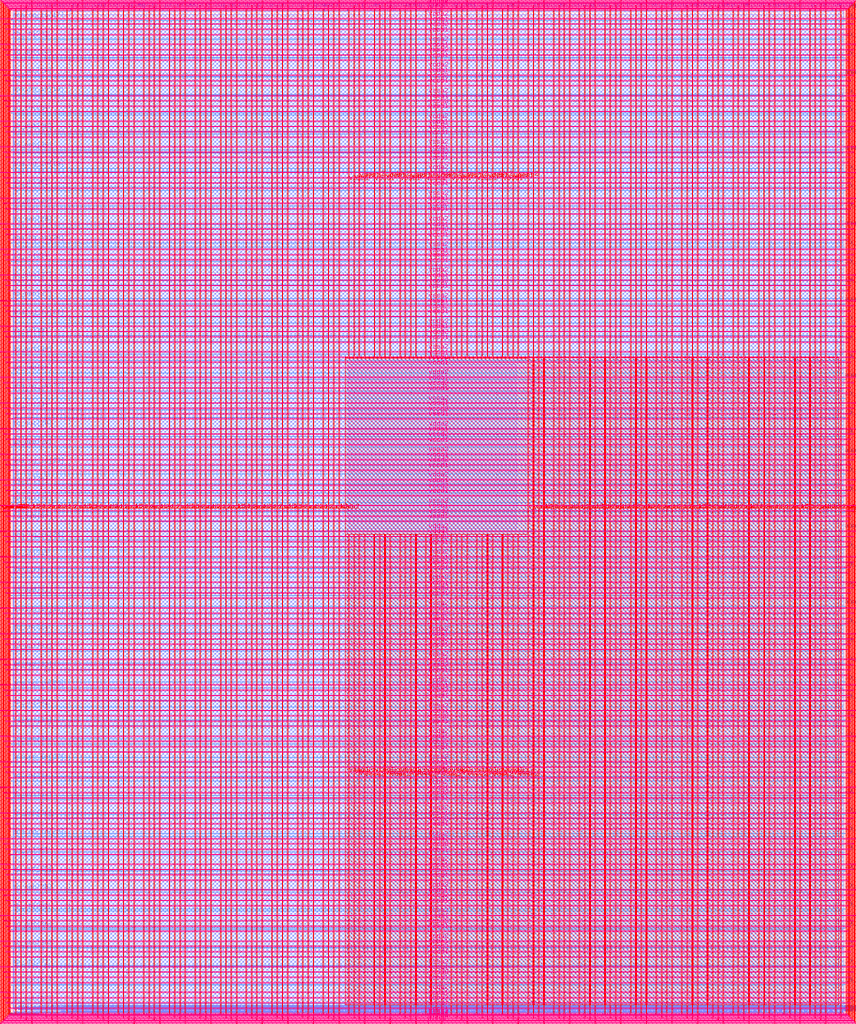
<source format=lef>
VERSION 5.7 ;
  NOWIREEXTENSIONATPIN ON ;
  DIVIDERCHAR "/" ;
  BUSBITCHARS "[]" ;
MACRO user_project_wrapper
  CLASS BLOCK ;
  FOREIGN user_project_wrapper ;
  ORIGIN 0.000 0.000 ;
  SIZE 2920.000 BY 3520.000 ;
  PIN analog_io[0]
    DIRECTION INOUT ;
    USE SIGNAL ;
    PORT
      LAYER met3 ;
        RECT 2917.600 1426.380 2924.800 1427.580 ;
    END
  END analog_io[0]
  PIN analog_io[10]
    DIRECTION INOUT ;
    USE SIGNAL ;
    PORT
      LAYER met2 ;
        RECT 2230.490 3517.600 2231.050 3524.800 ;
    END
  END analog_io[10]
  PIN analog_io[11]
    DIRECTION INOUT ;
    USE SIGNAL ;
    PORT
      LAYER met2 ;
        RECT 1905.730 3517.600 1906.290 3524.800 ;
    END
  END analog_io[11]
  PIN analog_io[12]
    DIRECTION INOUT ;
    USE SIGNAL ;
    PORT
      LAYER met2 ;
        RECT 1581.430 3517.600 1581.990 3524.800 ;
    END
  END analog_io[12]
  PIN analog_io[13]
    DIRECTION INOUT ;
    USE SIGNAL ;
    PORT
      LAYER met2 ;
        RECT 1257.130 3517.600 1257.690 3524.800 ;
    END
  END analog_io[13]
  PIN analog_io[14]
    DIRECTION INOUT ;
    USE SIGNAL ;
    PORT
      LAYER met2 ;
        RECT 932.370 3517.600 932.930 3524.800 ;
    END
  END analog_io[14]
  PIN analog_io[15]
    DIRECTION INOUT ;
    USE SIGNAL ;
    PORT
      LAYER met2 ;
        RECT 608.070 3517.600 608.630 3524.800 ;
    END
  END analog_io[15]
  PIN analog_io[16]
    DIRECTION INOUT ;
    USE SIGNAL ;
    PORT
      LAYER met2 ;
        RECT 283.770 3517.600 284.330 3524.800 ;
    END
  END analog_io[16]
  PIN analog_io[17]
    DIRECTION INOUT ;
    USE SIGNAL ;
    PORT
      LAYER met3 ;
        RECT -4.800 3486.100 2.400 3487.300 ;
    END
  END analog_io[17]
  PIN analog_io[18]
    DIRECTION INOUT ;
    USE SIGNAL ;
    PORT
      LAYER met3 ;
        RECT -4.800 3224.980 2.400 3226.180 ;
    END
  END analog_io[18]
  PIN analog_io[19]
    DIRECTION INOUT ;
    USE SIGNAL ;
    PORT
      LAYER met3 ;
        RECT -4.800 2964.540 2.400 2965.740 ;
    END
  END analog_io[19]
  PIN analog_io[1]
    DIRECTION INOUT ;
    USE SIGNAL ;
    PORT
      LAYER met3 ;
        RECT 2917.600 1692.260 2924.800 1693.460 ;
    END
  END analog_io[1]
  PIN analog_io[20]
    DIRECTION INOUT ;
    USE SIGNAL ;
    PORT
      LAYER met3 ;
        RECT -4.800 2703.420 2.400 2704.620 ;
    END
  END analog_io[20]
  PIN analog_io[21]
    DIRECTION INOUT ;
    USE SIGNAL ;
    PORT
      LAYER met3 ;
        RECT -4.800 2442.980 2.400 2444.180 ;
    END
  END analog_io[21]
  PIN analog_io[22]
    DIRECTION INOUT ;
    USE SIGNAL ;
    PORT
      LAYER met3 ;
        RECT -4.800 2182.540 2.400 2183.740 ;
    END
  END analog_io[22]
  PIN analog_io[23]
    DIRECTION INOUT ;
    USE SIGNAL ;
    PORT
      LAYER met3 ;
        RECT -4.800 1921.420 2.400 1922.620 ;
    END
  END analog_io[23]
  PIN analog_io[24]
    DIRECTION INOUT ;
    USE SIGNAL ;
    PORT
      LAYER met3 ;
        RECT -4.800 1660.980 2.400 1662.180 ;
    END
  END analog_io[24]
  PIN analog_io[25]
    DIRECTION INOUT ;
    USE SIGNAL ;
    PORT
      LAYER met3 ;
        RECT -4.800 1399.860 2.400 1401.060 ;
    END
  END analog_io[25]
  PIN analog_io[26]
    DIRECTION INOUT ;
    USE SIGNAL ;
    PORT
      LAYER met3 ;
        RECT -4.800 1139.420 2.400 1140.620 ;
    END
  END analog_io[26]
  PIN analog_io[27]
    DIRECTION INOUT ;
    USE SIGNAL ;
    PORT
      LAYER met3 ;
        RECT -4.800 878.980 2.400 880.180 ;
    END
  END analog_io[27]
  PIN analog_io[28]
    DIRECTION INOUT ;
    USE SIGNAL ;
    PORT
      LAYER met3 ;
        RECT -4.800 617.860 2.400 619.060 ;
    END
  END analog_io[28]
  PIN analog_io[2]
    DIRECTION INOUT ;
    USE SIGNAL ;
    PORT
      LAYER met3 ;
        RECT 2917.600 1958.140 2924.800 1959.340 ;
    END
  END analog_io[2]
  PIN analog_io[3]
    DIRECTION INOUT ;
    USE SIGNAL ;
    PORT
      LAYER met3 ;
        RECT 2917.600 2223.340 2924.800 2224.540 ;
    END
  END analog_io[3]
  PIN analog_io[4]
    DIRECTION INOUT ;
    USE SIGNAL ;
    PORT
      LAYER met3 ;
        RECT 2917.600 2489.220 2924.800 2490.420 ;
    END
  END analog_io[4]
  PIN analog_io[5]
    DIRECTION INOUT ;
    USE SIGNAL ;
    PORT
      LAYER met3 ;
        RECT 2917.600 2755.100 2924.800 2756.300 ;
    END
  END analog_io[5]
  PIN analog_io[6]
    DIRECTION INOUT ;
    USE SIGNAL ;
    PORT
      LAYER met3 ;
        RECT 2917.600 3020.300 2924.800 3021.500 ;
    END
  END analog_io[6]
  PIN analog_io[7]
    DIRECTION INOUT ;
    USE SIGNAL ;
    PORT
      LAYER met3 ;
        RECT 2917.600 3286.180 2924.800 3287.380 ;
    END
  END analog_io[7]
  PIN analog_io[8]
    DIRECTION INOUT ;
    USE SIGNAL ;
    PORT
      LAYER met2 ;
        RECT 2879.090 3517.600 2879.650 3524.800 ;
    END
  END analog_io[8]
  PIN analog_io[9]
    DIRECTION INOUT ;
    USE SIGNAL ;
    PORT
      LAYER met2 ;
        RECT 2554.790 3517.600 2555.350 3524.800 ;
    END
  END analog_io[9]
  PIN io_in[0]
    DIRECTION INPUT ;
    USE SIGNAL ;
    PORT
      LAYER met3 ;
        RECT 2917.600 32.380 2924.800 33.580 ;
    END
  END io_in[0]
  PIN io_in[10]
    DIRECTION INPUT ;
    USE SIGNAL ;
    PORT
      LAYER met3 ;
        RECT 2917.600 2289.980 2924.800 2291.180 ;
    END
  END io_in[10]
  PIN io_in[11]
    DIRECTION INPUT ;
    USE SIGNAL ;
    PORT
      LAYER met3 ;
        RECT 2917.600 2555.860 2924.800 2557.060 ;
    END
  END io_in[11]
  PIN io_in[12]
    DIRECTION INPUT ;
    USE SIGNAL ;
    PORT
      LAYER met3 ;
        RECT 2917.600 2821.060 2924.800 2822.260 ;
    END
  END io_in[12]
  PIN io_in[13]
    DIRECTION INPUT ;
    USE SIGNAL ;
    PORT
      LAYER met3 ;
        RECT 2917.600 3086.940 2924.800 3088.140 ;
    END
  END io_in[13]
  PIN io_in[14]
    DIRECTION INPUT ;
    USE SIGNAL ;
    PORT
      LAYER met3 ;
        RECT 2917.600 3352.820 2924.800 3354.020 ;
    END
  END io_in[14]
  PIN io_in[15]
    DIRECTION INPUT ;
    USE SIGNAL ;
    PORT
      LAYER met2 ;
        RECT 2798.130 3517.600 2798.690 3524.800 ;
    END
  END io_in[15]
  PIN io_in[16]
    DIRECTION INPUT ;
    USE SIGNAL ;
    PORT
      LAYER met2 ;
        RECT 2473.830 3517.600 2474.390 3524.800 ;
    END
  END io_in[16]
  PIN io_in[17]
    DIRECTION INPUT ;
    USE SIGNAL ;
    PORT
      LAYER met2 ;
        RECT 2149.070 3517.600 2149.630 3524.800 ;
    END
  END io_in[17]
  PIN io_in[18]
    DIRECTION INPUT ;
    USE SIGNAL ;
    PORT
      LAYER met2 ;
        RECT 1824.770 3517.600 1825.330 3524.800 ;
    END
  END io_in[18]
  PIN io_in[19]
    DIRECTION INPUT ;
    USE SIGNAL ;
    PORT
      LAYER met2 ;
        RECT 1500.470 3517.600 1501.030 3524.800 ;
    END
  END io_in[19]
  PIN io_in[1]
    DIRECTION INPUT ;
    USE SIGNAL ;
    PORT
      LAYER met3 ;
        RECT 2917.600 230.940 2924.800 232.140 ;
    END
  END io_in[1]
  PIN io_in[20]
    DIRECTION INPUT ;
    USE SIGNAL ;
    PORT
      LAYER met2 ;
        RECT 1175.710 3517.600 1176.270 3524.800 ;
    END
  END io_in[20]
  PIN io_in[21]
    DIRECTION INPUT ;
    USE SIGNAL ;
    PORT
      LAYER met2 ;
        RECT 851.410 3517.600 851.970 3524.800 ;
    END
  END io_in[21]
  PIN io_in[22]
    DIRECTION INPUT ;
    USE SIGNAL ;
    PORT
      LAYER met2 ;
        RECT 527.110 3517.600 527.670 3524.800 ;
    END
  END io_in[22]
  PIN io_in[23]
    DIRECTION INPUT ;
    USE SIGNAL ;
    PORT
      LAYER met2 ;
        RECT 202.350 3517.600 202.910 3524.800 ;
    END
  END io_in[23]
  PIN io_in[24]
    DIRECTION INPUT ;
    USE SIGNAL ;
    PORT
      LAYER met3 ;
        RECT -4.800 3420.820 2.400 3422.020 ;
    END
  END io_in[24]
  PIN io_in[25]
    DIRECTION INPUT ;
    USE SIGNAL ;
    PORT
      LAYER met3 ;
        RECT -4.800 3159.700 2.400 3160.900 ;
    END
  END io_in[25]
  PIN io_in[26]
    DIRECTION INPUT ;
    USE SIGNAL ;
    PORT
      LAYER met3 ;
        RECT -4.800 2899.260 2.400 2900.460 ;
    END
  END io_in[26]
  PIN io_in[27]
    DIRECTION INPUT ;
    USE SIGNAL ;
    PORT
      LAYER met3 ;
        RECT -4.800 2638.820 2.400 2640.020 ;
    END
  END io_in[27]
  PIN io_in[28]
    DIRECTION INPUT ;
    USE SIGNAL ;
    PORT
      LAYER met3 ;
        RECT -4.800 2377.700 2.400 2378.900 ;
    END
  END io_in[28]
  PIN io_in[29]
    DIRECTION INPUT ;
    USE SIGNAL ;
    PORT
      LAYER met3 ;
        RECT -4.800 2117.260 2.400 2118.460 ;
    END
  END io_in[29]
  PIN io_in[2]
    DIRECTION INPUT ;
    USE SIGNAL ;
    PORT
      LAYER met3 ;
        RECT 2917.600 430.180 2924.800 431.380 ;
    END
  END io_in[2]
  PIN io_in[30]
    DIRECTION INPUT ;
    USE SIGNAL ;
    PORT
      LAYER met3 ;
        RECT -4.800 1856.140 2.400 1857.340 ;
    END
  END io_in[30]
  PIN io_in[31]
    DIRECTION INPUT ;
    USE SIGNAL ;
    PORT
      LAYER met3 ;
        RECT -4.800 1595.700 2.400 1596.900 ;
    END
  END io_in[31]
  PIN io_in[32]
    DIRECTION INPUT ;
    USE SIGNAL ;
    PORT
      LAYER met3 ;
        RECT -4.800 1335.260 2.400 1336.460 ;
    END
  END io_in[32]
  PIN io_in[33]
    DIRECTION INPUT ;
    USE SIGNAL ;
    PORT
      LAYER met3 ;
        RECT -4.800 1074.140 2.400 1075.340 ;
    END
  END io_in[33]
  PIN io_in[34]
    DIRECTION INPUT ;
    USE SIGNAL ;
    PORT
      LAYER met3 ;
        RECT -4.800 813.700 2.400 814.900 ;
    END
  END io_in[34]
  PIN io_in[35]
    DIRECTION INPUT ;
    USE SIGNAL ;
    PORT
      LAYER met3 ;
        RECT -4.800 552.580 2.400 553.780 ;
    END
  END io_in[35]
  PIN io_in[36]
    DIRECTION INPUT ;
    USE SIGNAL ;
    PORT
      LAYER met3 ;
        RECT -4.800 357.420 2.400 358.620 ;
    END
  END io_in[36]
  PIN io_in[37]
    DIRECTION INPUT ;
    USE SIGNAL ;
    PORT
      LAYER met3 ;
        RECT -4.800 161.580 2.400 162.780 ;
    END
  END io_in[37]
  PIN io_in[3]
    DIRECTION INPUT ;
    USE SIGNAL ;
    PORT
      LAYER met3 ;
        RECT 2917.600 629.420 2924.800 630.620 ;
    END
  END io_in[3]
  PIN io_in[4]
    DIRECTION INPUT ;
    USE SIGNAL ;
    PORT
      LAYER met3 ;
        RECT 2917.600 828.660 2924.800 829.860 ;
    END
  END io_in[4]
  PIN io_in[5]
    DIRECTION INPUT ;
    USE SIGNAL ;
    PORT
      LAYER met3 ;
        RECT 2917.600 1027.900 2924.800 1029.100 ;
    END
  END io_in[5]
  PIN io_in[6]
    DIRECTION INPUT ;
    USE SIGNAL ;
    PORT
      LAYER met3 ;
        RECT 2917.600 1227.140 2924.800 1228.340 ;
    END
  END io_in[6]
  PIN io_in[7]
    DIRECTION INPUT ;
    USE SIGNAL ;
    PORT
      LAYER met3 ;
        RECT 2917.600 1493.020 2924.800 1494.220 ;
    END
  END io_in[7]
  PIN io_in[8]
    DIRECTION INPUT ;
    USE SIGNAL ;
    PORT
      LAYER met3 ;
        RECT 2917.600 1758.900 2924.800 1760.100 ;
    END
  END io_in[8]
  PIN io_in[9]
    DIRECTION INPUT ;
    USE SIGNAL ;
    PORT
      LAYER met3 ;
        RECT 2917.600 2024.100 2924.800 2025.300 ;
    END
  END io_in[9]
  PIN io_oeb[0]
    DIRECTION OUTPUT TRISTATE ;
    USE SIGNAL ;
    PORT
      LAYER met3 ;
        RECT 2917.600 164.980 2924.800 166.180 ;
    END
  END io_oeb[0]
  PIN io_oeb[10]
    DIRECTION OUTPUT TRISTATE ;
    USE SIGNAL ;
    PORT
      LAYER met3 ;
        RECT 2917.600 2422.580 2924.800 2423.780 ;
    END
  END io_oeb[10]
  PIN io_oeb[11]
    DIRECTION OUTPUT TRISTATE ;
    USE SIGNAL ;
    PORT
      LAYER met3 ;
        RECT 2917.600 2688.460 2924.800 2689.660 ;
    END
  END io_oeb[11]
  PIN io_oeb[12]
    DIRECTION OUTPUT TRISTATE ;
    USE SIGNAL ;
    PORT
      LAYER met3 ;
        RECT 2917.600 2954.340 2924.800 2955.540 ;
    END
  END io_oeb[12]
  PIN io_oeb[13]
    DIRECTION OUTPUT TRISTATE ;
    USE SIGNAL ;
    PORT
      LAYER met3 ;
        RECT 2917.600 3219.540 2924.800 3220.740 ;
    END
  END io_oeb[13]
  PIN io_oeb[14]
    DIRECTION OUTPUT TRISTATE ;
    USE SIGNAL ;
    PORT
      LAYER met3 ;
        RECT 2917.600 3485.420 2924.800 3486.620 ;
    END
  END io_oeb[14]
  PIN io_oeb[15]
    DIRECTION OUTPUT TRISTATE ;
    USE SIGNAL ;
    PORT
      LAYER met2 ;
        RECT 2635.750 3517.600 2636.310 3524.800 ;
    END
  END io_oeb[15]
  PIN io_oeb[16]
    DIRECTION OUTPUT TRISTATE ;
    USE SIGNAL ;
    PORT
      LAYER met2 ;
        RECT 2311.450 3517.600 2312.010 3524.800 ;
    END
  END io_oeb[16]
  PIN io_oeb[17]
    DIRECTION OUTPUT TRISTATE ;
    USE SIGNAL ;
    PORT
      LAYER met2 ;
        RECT 1987.150 3517.600 1987.710 3524.800 ;
    END
  END io_oeb[17]
  PIN io_oeb[18]
    DIRECTION OUTPUT TRISTATE ;
    USE SIGNAL ;
    PORT
      LAYER met2 ;
        RECT 1662.390 3517.600 1662.950 3524.800 ;
    END
  END io_oeb[18]
  PIN io_oeb[19]
    DIRECTION OUTPUT TRISTATE ;
    USE SIGNAL ;
    PORT
      LAYER met2 ;
        RECT 1338.090 3517.600 1338.650 3524.800 ;
    END
  END io_oeb[19]
  PIN io_oeb[1]
    DIRECTION OUTPUT TRISTATE ;
    USE SIGNAL ;
    PORT
      LAYER met3 ;
        RECT 2917.600 364.220 2924.800 365.420 ;
    END
  END io_oeb[1]
  PIN io_oeb[20]
    DIRECTION OUTPUT TRISTATE ;
    USE SIGNAL ;
    PORT
      LAYER met2 ;
        RECT 1013.790 3517.600 1014.350 3524.800 ;
    END
  END io_oeb[20]
  PIN io_oeb[21]
    DIRECTION OUTPUT TRISTATE ;
    USE SIGNAL ;
    PORT
      LAYER met2 ;
        RECT 689.030 3517.600 689.590 3524.800 ;
    END
  END io_oeb[21]
  PIN io_oeb[22]
    DIRECTION OUTPUT TRISTATE ;
    USE SIGNAL ;
    PORT
      LAYER met2 ;
        RECT 364.730 3517.600 365.290 3524.800 ;
    END
  END io_oeb[22]
  PIN io_oeb[23]
    DIRECTION OUTPUT TRISTATE ;
    USE SIGNAL ;
    PORT
      LAYER met2 ;
        RECT 40.430 3517.600 40.990 3524.800 ;
    END
  END io_oeb[23]
  PIN io_oeb[24]
    DIRECTION OUTPUT TRISTATE ;
    USE SIGNAL ;
    PORT
      LAYER met3 ;
        RECT -4.800 3290.260 2.400 3291.460 ;
    END
  END io_oeb[24]
  PIN io_oeb[25]
    DIRECTION OUTPUT TRISTATE ;
    USE SIGNAL ;
    PORT
      LAYER met3 ;
        RECT -4.800 3029.820 2.400 3031.020 ;
    END
  END io_oeb[25]
  PIN io_oeb[26]
    DIRECTION OUTPUT TRISTATE ;
    USE SIGNAL ;
    PORT
      LAYER met3 ;
        RECT -4.800 2768.700 2.400 2769.900 ;
    END
  END io_oeb[26]
  PIN io_oeb[27]
    DIRECTION OUTPUT TRISTATE ;
    USE SIGNAL ;
    PORT
      LAYER met3 ;
        RECT -4.800 2508.260 2.400 2509.460 ;
    END
  END io_oeb[27]
  PIN io_oeb[28]
    DIRECTION OUTPUT TRISTATE ;
    USE SIGNAL ;
    PORT
      LAYER met3 ;
        RECT -4.800 2247.140 2.400 2248.340 ;
    END
  END io_oeb[28]
  PIN io_oeb[29]
    DIRECTION OUTPUT TRISTATE ;
    USE SIGNAL ;
    PORT
      LAYER met3 ;
        RECT -4.800 1986.700 2.400 1987.900 ;
    END
  END io_oeb[29]
  PIN io_oeb[2]
    DIRECTION OUTPUT TRISTATE ;
    USE SIGNAL ;
    PORT
      LAYER met3 ;
        RECT 2917.600 563.460 2924.800 564.660 ;
    END
  END io_oeb[2]
  PIN io_oeb[30]
    DIRECTION OUTPUT TRISTATE ;
    USE SIGNAL ;
    PORT
      LAYER met3 ;
        RECT -4.800 1726.260 2.400 1727.460 ;
    END
  END io_oeb[30]
  PIN io_oeb[31]
    DIRECTION OUTPUT TRISTATE ;
    USE SIGNAL ;
    PORT
      LAYER met3 ;
        RECT -4.800 1465.140 2.400 1466.340 ;
    END
  END io_oeb[31]
  PIN io_oeb[32]
    DIRECTION OUTPUT TRISTATE ;
    USE SIGNAL ;
    PORT
      LAYER met3 ;
        RECT -4.800 1204.700 2.400 1205.900 ;
    END
  END io_oeb[32]
  PIN io_oeb[33]
    DIRECTION OUTPUT TRISTATE ;
    USE SIGNAL ;
    PORT
      LAYER met3 ;
        RECT -4.800 943.580 2.400 944.780 ;
    END
  END io_oeb[33]
  PIN io_oeb[34]
    DIRECTION OUTPUT TRISTATE ;
    USE SIGNAL ;
    PORT
      LAYER met3 ;
        RECT -4.800 683.140 2.400 684.340 ;
    END
  END io_oeb[34]
  PIN io_oeb[35]
    DIRECTION OUTPUT TRISTATE ;
    USE SIGNAL ;
    PORT
      LAYER met3 ;
        RECT -4.800 422.700 2.400 423.900 ;
    END
  END io_oeb[35]
  PIN io_oeb[36]
    DIRECTION OUTPUT TRISTATE ;
    USE SIGNAL ;
    PORT
      LAYER met3 ;
        RECT -4.800 226.860 2.400 228.060 ;
    END
  END io_oeb[36]
  PIN io_oeb[37]
    DIRECTION OUTPUT TRISTATE ;
    USE SIGNAL ;
    PORT
      LAYER met3 ;
        RECT -4.800 31.700 2.400 32.900 ;
    END
  END io_oeb[37]
  PIN io_oeb[3]
    DIRECTION OUTPUT TRISTATE ;
    USE SIGNAL ;
    PORT
      LAYER met3 ;
        RECT 2917.600 762.700 2924.800 763.900 ;
    END
  END io_oeb[3]
  PIN io_oeb[4]
    DIRECTION OUTPUT TRISTATE ;
    USE SIGNAL ;
    PORT
      LAYER met3 ;
        RECT 2917.600 961.940 2924.800 963.140 ;
    END
  END io_oeb[4]
  PIN io_oeb[5]
    DIRECTION OUTPUT TRISTATE ;
    USE SIGNAL ;
    PORT
      LAYER met3 ;
        RECT 2917.600 1161.180 2924.800 1162.380 ;
    END
  END io_oeb[5]
  PIN io_oeb[6]
    DIRECTION OUTPUT TRISTATE ;
    USE SIGNAL ;
    PORT
      LAYER met3 ;
        RECT 2917.600 1360.420 2924.800 1361.620 ;
    END
  END io_oeb[6]
  PIN io_oeb[7]
    DIRECTION OUTPUT TRISTATE ;
    USE SIGNAL ;
    PORT
      LAYER met3 ;
        RECT 2917.600 1625.620 2924.800 1626.820 ;
    END
  END io_oeb[7]
  PIN io_oeb[8]
    DIRECTION OUTPUT TRISTATE ;
    USE SIGNAL ;
    PORT
      LAYER met3 ;
        RECT 2917.600 1891.500 2924.800 1892.700 ;
    END
  END io_oeb[8]
  PIN io_oeb[9]
    DIRECTION OUTPUT TRISTATE ;
    USE SIGNAL ;
    PORT
      LAYER met3 ;
        RECT 2917.600 2157.380 2924.800 2158.580 ;
    END
  END io_oeb[9]
  PIN io_out[0]
    DIRECTION OUTPUT TRISTATE ;
    USE SIGNAL ;
    PORT
      LAYER met3 ;
        RECT 2917.600 98.340 2924.800 99.540 ;
    END
  END io_out[0]
  PIN io_out[10]
    DIRECTION OUTPUT TRISTATE ;
    USE SIGNAL ;
    PORT
      LAYER met3 ;
        RECT 2917.600 2356.620 2924.800 2357.820 ;
    END
  END io_out[10]
  PIN io_out[11]
    DIRECTION OUTPUT TRISTATE ;
    USE SIGNAL ;
    PORT
      LAYER met3 ;
        RECT 2917.600 2621.820 2924.800 2623.020 ;
    END
  END io_out[11]
  PIN io_out[12]
    DIRECTION OUTPUT TRISTATE ;
    USE SIGNAL ;
    PORT
      LAYER met3 ;
        RECT 2917.600 2887.700 2924.800 2888.900 ;
    END
  END io_out[12]
  PIN io_out[13]
    DIRECTION OUTPUT TRISTATE ;
    USE SIGNAL ;
    PORT
      LAYER met3 ;
        RECT 2917.600 3153.580 2924.800 3154.780 ;
    END
  END io_out[13]
  PIN io_out[14]
    DIRECTION OUTPUT TRISTATE ;
    USE SIGNAL ;
    PORT
      LAYER met3 ;
        RECT 2917.600 3418.780 2924.800 3419.980 ;
    END
  END io_out[14]
  PIN io_out[15]
    DIRECTION OUTPUT TRISTATE ;
    USE SIGNAL ;
    PORT
      LAYER met2 ;
        RECT 2717.170 3517.600 2717.730 3524.800 ;
    END
  END io_out[15]
  PIN io_out[16]
    DIRECTION OUTPUT TRISTATE ;
    USE SIGNAL ;
    PORT
      LAYER met2 ;
        RECT 2392.410 3517.600 2392.970 3524.800 ;
    END
  END io_out[16]
  PIN io_out[17]
    DIRECTION OUTPUT TRISTATE ;
    USE SIGNAL ;
    PORT
      LAYER met2 ;
        RECT 2068.110 3517.600 2068.670 3524.800 ;
    END
  END io_out[17]
  PIN io_out[18]
    DIRECTION OUTPUT TRISTATE ;
    USE SIGNAL ;
    PORT
      LAYER met2 ;
        RECT 1743.810 3517.600 1744.370 3524.800 ;
    END
  END io_out[18]
  PIN io_out[19]
    DIRECTION OUTPUT TRISTATE ;
    USE SIGNAL ;
    PORT
      LAYER met2 ;
        RECT 1419.050 3517.600 1419.610 3524.800 ;
    END
  END io_out[19]
  PIN io_out[1]
    DIRECTION OUTPUT TRISTATE ;
    USE SIGNAL ;
    PORT
      LAYER met3 ;
        RECT 2917.600 297.580 2924.800 298.780 ;
    END
  END io_out[1]
  PIN io_out[20]
    DIRECTION OUTPUT TRISTATE ;
    USE SIGNAL ;
    PORT
      LAYER met2 ;
        RECT 1094.750 3517.600 1095.310 3524.800 ;
    END
  END io_out[20]
  PIN io_out[21]
    DIRECTION OUTPUT TRISTATE ;
    USE SIGNAL ;
    PORT
      LAYER met2 ;
        RECT 770.450 3517.600 771.010 3524.800 ;
    END
  END io_out[21]
  PIN io_out[22]
    DIRECTION OUTPUT TRISTATE ;
    USE SIGNAL ;
    PORT
      LAYER met2 ;
        RECT 445.690 3517.600 446.250 3524.800 ;
    END
  END io_out[22]
  PIN io_out[23]
    DIRECTION OUTPUT TRISTATE ;
    USE SIGNAL ;
    PORT
      LAYER met2 ;
        RECT 121.390 3517.600 121.950 3524.800 ;
    END
  END io_out[23]
  PIN io_out[24]
    DIRECTION OUTPUT TRISTATE ;
    USE SIGNAL ;
    PORT
      LAYER met3 ;
        RECT -4.800 3355.540 2.400 3356.740 ;
    END
  END io_out[24]
  PIN io_out[25]
    DIRECTION OUTPUT TRISTATE ;
    USE SIGNAL ;
    PORT
      LAYER met3 ;
        RECT -4.800 3095.100 2.400 3096.300 ;
    END
  END io_out[25]
  PIN io_out[26]
    DIRECTION OUTPUT TRISTATE ;
    USE SIGNAL ;
    PORT
      LAYER met3 ;
        RECT -4.800 2833.980 2.400 2835.180 ;
    END
  END io_out[26]
  PIN io_out[27]
    DIRECTION OUTPUT TRISTATE ;
    USE SIGNAL ;
    PORT
      LAYER met3 ;
        RECT -4.800 2573.540 2.400 2574.740 ;
    END
  END io_out[27]
  PIN io_out[28]
    DIRECTION OUTPUT TRISTATE ;
    USE SIGNAL ;
    PORT
      LAYER met3 ;
        RECT -4.800 2312.420 2.400 2313.620 ;
    END
  END io_out[28]
  PIN io_out[29]
    DIRECTION OUTPUT TRISTATE ;
    USE SIGNAL ;
    PORT
      LAYER met3 ;
        RECT -4.800 2051.980 2.400 2053.180 ;
    END
  END io_out[29]
  PIN io_out[2]
    DIRECTION OUTPUT TRISTATE ;
    USE SIGNAL ;
    PORT
      LAYER met3 ;
        RECT 2917.600 496.820 2924.800 498.020 ;
    END
  END io_out[2]
  PIN io_out[30]
    DIRECTION OUTPUT TRISTATE ;
    USE SIGNAL ;
    PORT
      LAYER met3 ;
        RECT -4.800 1791.540 2.400 1792.740 ;
    END
  END io_out[30]
  PIN io_out[31]
    DIRECTION OUTPUT TRISTATE ;
    USE SIGNAL ;
    PORT
      LAYER met3 ;
        RECT -4.800 1530.420 2.400 1531.620 ;
    END
  END io_out[31]
  PIN io_out[32]
    DIRECTION OUTPUT TRISTATE ;
    USE SIGNAL ;
    PORT
      LAYER met3 ;
        RECT -4.800 1269.980 2.400 1271.180 ;
    END
  END io_out[32]
  PIN io_out[33]
    DIRECTION OUTPUT TRISTATE ;
    USE SIGNAL ;
    PORT
      LAYER met3 ;
        RECT -4.800 1008.860 2.400 1010.060 ;
    END
  END io_out[33]
  PIN io_out[34]
    DIRECTION OUTPUT TRISTATE ;
    USE SIGNAL ;
    PORT
      LAYER met3 ;
        RECT -4.800 748.420 2.400 749.620 ;
    END
  END io_out[34]
  PIN io_out[35]
    DIRECTION OUTPUT TRISTATE ;
    USE SIGNAL ;
    PORT
      LAYER met3 ;
        RECT -4.800 487.300 2.400 488.500 ;
    END
  END io_out[35]
  PIN io_out[36]
    DIRECTION OUTPUT TRISTATE ;
    USE SIGNAL ;
    PORT
      LAYER met3 ;
        RECT -4.800 292.140 2.400 293.340 ;
    END
  END io_out[36]
  PIN io_out[37]
    DIRECTION OUTPUT TRISTATE ;
    USE SIGNAL ;
    PORT
      LAYER met3 ;
        RECT -4.800 96.300 2.400 97.500 ;
    END
  END io_out[37]
  PIN io_out[3]
    DIRECTION OUTPUT TRISTATE ;
    USE SIGNAL ;
    PORT
      LAYER met3 ;
        RECT 2917.600 696.060 2924.800 697.260 ;
    END
  END io_out[3]
  PIN io_out[4]
    DIRECTION OUTPUT TRISTATE ;
    USE SIGNAL ;
    PORT
      LAYER met3 ;
        RECT 2917.600 895.300 2924.800 896.500 ;
    END
  END io_out[4]
  PIN io_out[5]
    DIRECTION OUTPUT TRISTATE ;
    USE SIGNAL ;
    PORT
      LAYER met3 ;
        RECT 2917.600 1094.540 2924.800 1095.740 ;
    END
  END io_out[5]
  PIN io_out[6]
    DIRECTION OUTPUT TRISTATE ;
    USE SIGNAL ;
    PORT
      LAYER met3 ;
        RECT 2917.600 1293.780 2924.800 1294.980 ;
    END
  END io_out[6]
  PIN io_out[7]
    DIRECTION OUTPUT TRISTATE ;
    USE SIGNAL ;
    PORT
      LAYER met3 ;
        RECT 2917.600 1559.660 2924.800 1560.860 ;
    END
  END io_out[7]
  PIN io_out[8]
    DIRECTION OUTPUT TRISTATE ;
    USE SIGNAL ;
    PORT
      LAYER met3 ;
        RECT 2917.600 1824.860 2924.800 1826.060 ;
    END
  END io_out[8]
  PIN io_out[9]
    DIRECTION OUTPUT TRISTATE ;
    USE SIGNAL ;
    PORT
      LAYER met3 ;
        RECT 2917.600 2090.740 2924.800 2091.940 ;
    END
  END io_out[9]
  PIN la_data_in[0]
    DIRECTION INPUT ;
    USE SIGNAL ;
    PORT
      LAYER met2 ;
        RECT 629.230 -4.800 629.790 2.400 ;
    END
  END la_data_in[0]
  PIN la_data_in[100]
    DIRECTION INPUT ;
    USE SIGNAL ;
    PORT
      LAYER met2 ;
        RECT 2402.530 -4.800 2403.090 2.400 ;
    END
  END la_data_in[100]
  PIN la_data_in[101]
    DIRECTION INPUT ;
    USE SIGNAL ;
    PORT
      LAYER met2 ;
        RECT 2420.010 -4.800 2420.570 2.400 ;
    END
  END la_data_in[101]
  PIN la_data_in[102]
    DIRECTION INPUT ;
    USE SIGNAL ;
    PORT
      LAYER met2 ;
        RECT 2437.950 -4.800 2438.510 2.400 ;
    END
  END la_data_in[102]
  PIN la_data_in[103]
    DIRECTION INPUT ;
    USE SIGNAL ;
    PORT
      LAYER met2 ;
        RECT 2455.430 -4.800 2455.990 2.400 ;
    END
  END la_data_in[103]
  PIN la_data_in[104]
    DIRECTION INPUT ;
    USE SIGNAL ;
    PORT
      LAYER met2 ;
        RECT 2473.370 -4.800 2473.930 2.400 ;
    END
  END la_data_in[104]
  PIN la_data_in[105]
    DIRECTION INPUT ;
    USE SIGNAL ;
    PORT
      LAYER met2 ;
        RECT 2490.850 -4.800 2491.410 2.400 ;
    END
  END la_data_in[105]
  PIN la_data_in[106]
    DIRECTION INPUT ;
    USE SIGNAL ;
    PORT
      LAYER met2 ;
        RECT 2508.790 -4.800 2509.350 2.400 ;
    END
  END la_data_in[106]
  PIN la_data_in[107]
    DIRECTION INPUT ;
    USE SIGNAL ;
    PORT
      LAYER met2 ;
        RECT 2526.730 -4.800 2527.290 2.400 ;
    END
  END la_data_in[107]
  PIN la_data_in[108]
    DIRECTION INPUT ;
    USE SIGNAL ;
    PORT
      LAYER met2 ;
        RECT 2544.210 -4.800 2544.770 2.400 ;
    END
  END la_data_in[108]
  PIN la_data_in[109]
    DIRECTION INPUT ;
    USE SIGNAL ;
    PORT
      LAYER met2 ;
        RECT 2562.150 -4.800 2562.710 2.400 ;
    END
  END la_data_in[109]
  PIN la_data_in[10]
    DIRECTION INPUT ;
    USE SIGNAL ;
    PORT
      LAYER met2 ;
        RECT 806.330 -4.800 806.890 2.400 ;
    END
  END la_data_in[10]
  PIN la_data_in[110]
    DIRECTION INPUT ;
    USE SIGNAL ;
    PORT
      LAYER met2 ;
        RECT 2579.630 -4.800 2580.190 2.400 ;
    END
  END la_data_in[110]
  PIN la_data_in[111]
    DIRECTION INPUT ;
    USE SIGNAL ;
    PORT
      LAYER met2 ;
        RECT 2597.570 -4.800 2598.130 2.400 ;
    END
  END la_data_in[111]
  PIN la_data_in[112]
    DIRECTION INPUT ;
    USE SIGNAL ;
    PORT
      LAYER met2 ;
        RECT 2615.050 -4.800 2615.610 2.400 ;
    END
  END la_data_in[112]
  PIN la_data_in[113]
    DIRECTION INPUT ;
    USE SIGNAL ;
    PORT
      LAYER met2 ;
        RECT 2632.990 -4.800 2633.550 2.400 ;
    END
  END la_data_in[113]
  PIN la_data_in[114]
    DIRECTION INPUT ;
    USE SIGNAL ;
    PORT
      LAYER met2 ;
        RECT 2650.470 -4.800 2651.030 2.400 ;
    END
  END la_data_in[114]
  PIN la_data_in[115]
    DIRECTION INPUT ;
    USE SIGNAL ;
    PORT
      LAYER met2 ;
        RECT 2668.410 -4.800 2668.970 2.400 ;
    END
  END la_data_in[115]
  PIN la_data_in[116]
    DIRECTION INPUT ;
    USE SIGNAL ;
    PORT
      LAYER met2 ;
        RECT 2685.890 -4.800 2686.450 2.400 ;
    END
  END la_data_in[116]
  PIN la_data_in[117]
    DIRECTION INPUT ;
    USE SIGNAL ;
    PORT
      LAYER met2 ;
        RECT 2703.830 -4.800 2704.390 2.400 ;
    END
  END la_data_in[117]
  PIN la_data_in[118]
    DIRECTION INPUT ;
    USE SIGNAL ;
    PORT
      LAYER met2 ;
        RECT 2721.770 -4.800 2722.330 2.400 ;
    END
  END la_data_in[118]
  PIN la_data_in[119]
    DIRECTION INPUT ;
    USE SIGNAL ;
    PORT
      LAYER met2 ;
        RECT 2739.250 -4.800 2739.810 2.400 ;
    END
  END la_data_in[119]
  PIN la_data_in[11]
    DIRECTION INPUT ;
    USE SIGNAL ;
    PORT
      LAYER met2 ;
        RECT 824.270 -4.800 824.830 2.400 ;
    END
  END la_data_in[11]
  PIN la_data_in[120]
    DIRECTION INPUT ;
    USE SIGNAL ;
    PORT
      LAYER met2 ;
        RECT 2757.190 -4.800 2757.750 2.400 ;
    END
  END la_data_in[120]
  PIN la_data_in[121]
    DIRECTION INPUT ;
    USE SIGNAL ;
    PORT
      LAYER met2 ;
        RECT 2774.670 -4.800 2775.230 2.400 ;
    END
  END la_data_in[121]
  PIN la_data_in[122]
    DIRECTION INPUT ;
    USE SIGNAL ;
    PORT
      LAYER met2 ;
        RECT 2792.610 -4.800 2793.170 2.400 ;
    END
  END la_data_in[122]
  PIN la_data_in[123]
    DIRECTION INPUT ;
    USE SIGNAL ;
    PORT
      LAYER met2 ;
        RECT 2810.090 -4.800 2810.650 2.400 ;
    END
  END la_data_in[123]
  PIN la_data_in[124]
    DIRECTION INPUT ;
    USE SIGNAL ;
    PORT
      LAYER met2 ;
        RECT 2828.030 -4.800 2828.590 2.400 ;
    END
  END la_data_in[124]
  PIN la_data_in[125]
    DIRECTION INPUT ;
    USE SIGNAL ;
    PORT
      LAYER met2 ;
        RECT 2845.510 -4.800 2846.070 2.400 ;
    END
  END la_data_in[125]
  PIN la_data_in[126]
    DIRECTION INPUT ;
    USE SIGNAL ;
    PORT
      LAYER met2 ;
        RECT 2863.450 -4.800 2864.010 2.400 ;
    END
  END la_data_in[126]
  PIN la_data_in[127]
    DIRECTION INPUT ;
    USE SIGNAL ;
    PORT
      LAYER met2 ;
        RECT 2881.390 -4.800 2881.950 2.400 ;
    END
  END la_data_in[127]
  PIN la_data_in[12]
    DIRECTION INPUT ;
    USE SIGNAL ;
    PORT
      LAYER met2 ;
        RECT 841.750 -4.800 842.310 2.400 ;
    END
  END la_data_in[12]
  PIN la_data_in[13]
    DIRECTION INPUT ;
    USE SIGNAL ;
    PORT
      LAYER met2 ;
        RECT 859.690 -4.800 860.250 2.400 ;
    END
  END la_data_in[13]
  PIN la_data_in[14]
    DIRECTION INPUT ;
    USE SIGNAL ;
    PORT
      LAYER met2 ;
        RECT 877.170 -4.800 877.730 2.400 ;
    END
  END la_data_in[14]
  PIN la_data_in[15]
    DIRECTION INPUT ;
    USE SIGNAL ;
    PORT
      LAYER met2 ;
        RECT 895.110 -4.800 895.670 2.400 ;
    END
  END la_data_in[15]
  PIN la_data_in[16]
    DIRECTION INPUT ;
    USE SIGNAL ;
    PORT
      LAYER met2 ;
        RECT 912.590 -4.800 913.150 2.400 ;
    END
  END la_data_in[16]
  PIN la_data_in[17]
    DIRECTION INPUT ;
    USE SIGNAL ;
    PORT
      LAYER met2 ;
        RECT 930.530 -4.800 931.090 2.400 ;
    END
  END la_data_in[17]
  PIN la_data_in[18]
    DIRECTION INPUT ;
    USE SIGNAL ;
    PORT
      LAYER met2 ;
        RECT 948.470 -4.800 949.030 2.400 ;
    END
  END la_data_in[18]
  PIN la_data_in[19]
    DIRECTION INPUT ;
    USE SIGNAL ;
    PORT
      LAYER met2 ;
        RECT 965.950 -4.800 966.510 2.400 ;
    END
  END la_data_in[19]
  PIN la_data_in[1]
    DIRECTION INPUT ;
    USE SIGNAL ;
    PORT
      LAYER met2 ;
        RECT 646.710 -4.800 647.270 2.400 ;
    END
  END la_data_in[1]
  PIN la_data_in[20]
    DIRECTION INPUT ;
    USE SIGNAL ;
    PORT
      LAYER met2 ;
        RECT 983.890 -4.800 984.450 2.400 ;
    END
  END la_data_in[20]
  PIN la_data_in[21]
    DIRECTION INPUT ;
    USE SIGNAL ;
    PORT
      LAYER met2 ;
        RECT 1001.370 -4.800 1001.930 2.400 ;
    END
  END la_data_in[21]
  PIN la_data_in[22]
    DIRECTION INPUT ;
    USE SIGNAL ;
    PORT
      LAYER met2 ;
        RECT 1019.310 -4.800 1019.870 2.400 ;
    END
  END la_data_in[22]
  PIN la_data_in[23]
    DIRECTION INPUT ;
    USE SIGNAL ;
    PORT
      LAYER met2 ;
        RECT 1036.790 -4.800 1037.350 2.400 ;
    END
  END la_data_in[23]
  PIN la_data_in[24]
    DIRECTION INPUT ;
    USE SIGNAL ;
    PORT
      LAYER met2 ;
        RECT 1054.730 -4.800 1055.290 2.400 ;
    END
  END la_data_in[24]
  PIN la_data_in[25]
    DIRECTION INPUT ;
    USE SIGNAL ;
    PORT
      LAYER met2 ;
        RECT 1072.210 -4.800 1072.770 2.400 ;
    END
  END la_data_in[25]
  PIN la_data_in[26]
    DIRECTION INPUT ;
    USE SIGNAL ;
    PORT
      LAYER met2 ;
        RECT 1090.150 -4.800 1090.710 2.400 ;
    END
  END la_data_in[26]
  PIN la_data_in[27]
    DIRECTION INPUT ;
    USE SIGNAL ;
    PORT
      LAYER met2 ;
        RECT 1107.630 -4.800 1108.190 2.400 ;
    END
  END la_data_in[27]
  PIN la_data_in[28]
    DIRECTION INPUT ;
    USE SIGNAL ;
    PORT
      LAYER met2 ;
        RECT 1125.570 -4.800 1126.130 2.400 ;
    END
  END la_data_in[28]
  PIN la_data_in[29]
    DIRECTION INPUT ;
    USE SIGNAL ;
    PORT
      LAYER met2 ;
        RECT 1143.510 -4.800 1144.070 2.400 ;
    END
  END la_data_in[29]
  PIN la_data_in[2]
    DIRECTION INPUT ;
    USE SIGNAL ;
    PORT
      LAYER met2 ;
        RECT 664.650 -4.800 665.210 2.400 ;
    END
  END la_data_in[2]
  PIN la_data_in[30]
    DIRECTION INPUT ;
    USE SIGNAL ;
    PORT
      LAYER met2 ;
        RECT 1160.990 -4.800 1161.550 2.400 ;
    END
  END la_data_in[30]
  PIN la_data_in[31]
    DIRECTION INPUT ;
    USE SIGNAL ;
    PORT
      LAYER met2 ;
        RECT 1178.930 -4.800 1179.490 2.400 ;
    END
  END la_data_in[31]
  PIN la_data_in[32]
    DIRECTION INPUT ;
    USE SIGNAL ;
    PORT
      LAYER met2 ;
        RECT 1196.410 -4.800 1196.970 2.400 ;
    END
  END la_data_in[32]
  PIN la_data_in[33]
    DIRECTION INPUT ;
    USE SIGNAL ;
    PORT
      LAYER met2 ;
        RECT 1214.350 -4.800 1214.910 2.400 ;
    END
  END la_data_in[33]
  PIN la_data_in[34]
    DIRECTION INPUT ;
    USE SIGNAL ;
    PORT
      LAYER met2 ;
        RECT 1231.830 -4.800 1232.390 2.400 ;
    END
  END la_data_in[34]
  PIN la_data_in[35]
    DIRECTION INPUT ;
    USE SIGNAL ;
    PORT
      LAYER met2 ;
        RECT 1249.770 -4.800 1250.330 2.400 ;
    END
  END la_data_in[35]
  PIN la_data_in[36]
    DIRECTION INPUT ;
    USE SIGNAL ;
    PORT
      LAYER met2 ;
        RECT 1267.250 -4.800 1267.810 2.400 ;
    END
  END la_data_in[36]
  PIN la_data_in[37]
    DIRECTION INPUT ;
    USE SIGNAL ;
    PORT
      LAYER met2 ;
        RECT 1285.190 -4.800 1285.750 2.400 ;
    END
  END la_data_in[37]
  PIN la_data_in[38]
    DIRECTION INPUT ;
    USE SIGNAL ;
    PORT
      LAYER met2 ;
        RECT 1303.130 -4.800 1303.690 2.400 ;
    END
  END la_data_in[38]
  PIN la_data_in[39]
    DIRECTION INPUT ;
    USE SIGNAL ;
    PORT
      LAYER met2 ;
        RECT 1320.610 -4.800 1321.170 2.400 ;
    END
  END la_data_in[39]
  PIN la_data_in[3]
    DIRECTION INPUT ;
    USE SIGNAL ;
    PORT
      LAYER met2 ;
        RECT 682.130 -4.800 682.690 2.400 ;
    END
  END la_data_in[3]
  PIN la_data_in[40]
    DIRECTION INPUT ;
    USE SIGNAL ;
    PORT
      LAYER met2 ;
        RECT 1338.550 -4.800 1339.110 2.400 ;
    END
  END la_data_in[40]
  PIN la_data_in[41]
    DIRECTION INPUT ;
    USE SIGNAL ;
    PORT
      LAYER met2 ;
        RECT 1356.030 -4.800 1356.590 2.400 ;
    END
  END la_data_in[41]
  PIN la_data_in[42]
    DIRECTION INPUT ;
    USE SIGNAL ;
    PORT
      LAYER met2 ;
        RECT 1373.970 -4.800 1374.530 2.400 ;
    END
  END la_data_in[42]
  PIN la_data_in[43]
    DIRECTION INPUT ;
    USE SIGNAL ;
    PORT
      LAYER met2 ;
        RECT 1391.450 -4.800 1392.010 2.400 ;
    END
  END la_data_in[43]
  PIN la_data_in[44]
    DIRECTION INPUT ;
    USE SIGNAL ;
    PORT
      LAYER met2 ;
        RECT 1409.390 -4.800 1409.950 2.400 ;
    END
  END la_data_in[44]
  PIN la_data_in[45]
    DIRECTION INPUT ;
    USE SIGNAL ;
    PORT
      LAYER met2 ;
        RECT 1426.870 -4.800 1427.430 2.400 ;
    END
  END la_data_in[45]
  PIN la_data_in[46]
    DIRECTION INPUT ;
    USE SIGNAL ;
    PORT
      LAYER met2 ;
        RECT 1444.810 -4.800 1445.370 2.400 ;
    END
  END la_data_in[46]
  PIN la_data_in[47]
    DIRECTION INPUT ;
    USE SIGNAL ;
    PORT
      LAYER met2 ;
        RECT 1462.750 -4.800 1463.310 2.400 ;
    END
  END la_data_in[47]
  PIN la_data_in[48]
    DIRECTION INPUT ;
    USE SIGNAL ;
    PORT
      LAYER met2 ;
        RECT 1480.230 -4.800 1480.790 2.400 ;
    END
  END la_data_in[48]
  PIN la_data_in[49]
    DIRECTION INPUT ;
    USE SIGNAL ;
    PORT
      LAYER met2 ;
        RECT 1498.170 -4.800 1498.730 2.400 ;
    END
  END la_data_in[49]
  PIN la_data_in[4]
    DIRECTION INPUT ;
    USE SIGNAL ;
    PORT
      LAYER met2 ;
        RECT 700.070 -4.800 700.630 2.400 ;
    END
  END la_data_in[4]
  PIN la_data_in[50]
    DIRECTION INPUT ;
    USE SIGNAL ;
    PORT
      LAYER met2 ;
        RECT 1515.650 -4.800 1516.210 2.400 ;
    END
  END la_data_in[50]
  PIN la_data_in[51]
    DIRECTION INPUT ;
    USE SIGNAL ;
    PORT
      LAYER met2 ;
        RECT 1533.590 -4.800 1534.150 2.400 ;
    END
  END la_data_in[51]
  PIN la_data_in[52]
    DIRECTION INPUT ;
    USE SIGNAL ;
    PORT
      LAYER met2 ;
        RECT 1551.070 -4.800 1551.630 2.400 ;
    END
  END la_data_in[52]
  PIN la_data_in[53]
    DIRECTION INPUT ;
    USE SIGNAL ;
    PORT
      LAYER met2 ;
        RECT 1569.010 -4.800 1569.570 2.400 ;
    END
  END la_data_in[53]
  PIN la_data_in[54]
    DIRECTION INPUT ;
    USE SIGNAL ;
    PORT
      LAYER met2 ;
        RECT 1586.490 -4.800 1587.050 2.400 ;
    END
  END la_data_in[54]
  PIN la_data_in[55]
    DIRECTION INPUT ;
    USE SIGNAL ;
    PORT
      LAYER met2 ;
        RECT 1604.430 -4.800 1604.990 2.400 ;
    END
  END la_data_in[55]
  PIN la_data_in[56]
    DIRECTION INPUT ;
    USE SIGNAL ;
    PORT
      LAYER met2 ;
        RECT 1621.910 -4.800 1622.470 2.400 ;
    END
  END la_data_in[56]
  PIN la_data_in[57]
    DIRECTION INPUT ;
    USE SIGNAL ;
    PORT
      LAYER met2 ;
        RECT 1639.850 -4.800 1640.410 2.400 ;
    END
  END la_data_in[57]
  PIN la_data_in[58]
    DIRECTION INPUT ;
    USE SIGNAL ;
    PORT
      LAYER met2 ;
        RECT 1657.790 -4.800 1658.350 2.400 ;
    END
  END la_data_in[58]
  PIN la_data_in[59]
    DIRECTION INPUT ;
    USE SIGNAL ;
    PORT
      LAYER met2 ;
        RECT 1675.270 -4.800 1675.830 2.400 ;
    END
  END la_data_in[59]
  PIN la_data_in[5]
    DIRECTION INPUT ;
    USE SIGNAL ;
    PORT
      LAYER met2 ;
        RECT 717.550 -4.800 718.110 2.400 ;
    END
  END la_data_in[5]
  PIN la_data_in[60]
    DIRECTION INPUT ;
    USE SIGNAL ;
    PORT
      LAYER met2 ;
        RECT 1693.210 -4.800 1693.770 2.400 ;
    END
  END la_data_in[60]
  PIN la_data_in[61]
    DIRECTION INPUT ;
    USE SIGNAL ;
    PORT
      LAYER met2 ;
        RECT 1710.690 -4.800 1711.250 2.400 ;
    END
  END la_data_in[61]
  PIN la_data_in[62]
    DIRECTION INPUT ;
    USE SIGNAL ;
    PORT
      LAYER met2 ;
        RECT 1728.630 -4.800 1729.190 2.400 ;
    END
  END la_data_in[62]
  PIN la_data_in[63]
    DIRECTION INPUT ;
    USE SIGNAL ;
    PORT
      LAYER met2 ;
        RECT 1746.110 -4.800 1746.670 2.400 ;
    END
  END la_data_in[63]
  PIN la_data_in[64]
    DIRECTION INPUT ;
    USE SIGNAL ;
    PORT
      LAYER met2 ;
        RECT 1764.050 -4.800 1764.610 2.400 ;
    END
  END la_data_in[64]
  PIN la_data_in[65]
    DIRECTION INPUT ;
    USE SIGNAL ;
    PORT
      LAYER met2 ;
        RECT 1781.530 -4.800 1782.090 2.400 ;
    END
  END la_data_in[65]
  PIN la_data_in[66]
    DIRECTION INPUT ;
    USE SIGNAL ;
    PORT
      LAYER met2 ;
        RECT 1799.470 -4.800 1800.030 2.400 ;
    END
  END la_data_in[66]
  PIN la_data_in[67]
    DIRECTION INPUT ;
    USE SIGNAL ;
    PORT
      LAYER met2 ;
        RECT 1817.410 -4.800 1817.970 2.400 ;
    END
  END la_data_in[67]
  PIN la_data_in[68]
    DIRECTION INPUT ;
    USE SIGNAL ;
    PORT
      LAYER met2 ;
        RECT 1834.890 -4.800 1835.450 2.400 ;
    END
  END la_data_in[68]
  PIN la_data_in[69]
    DIRECTION INPUT ;
    USE SIGNAL ;
    PORT
      LAYER met2 ;
        RECT 1852.830 -4.800 1853.390 2.400 ;
    END
  END la_data_in[69]
  PIN la_data_in[6]
    DIRECTION INPUT ;
    USE SIGNAL ;
    PORT
      LAYER met2 ;
        RECT 735.490 -4.800 736.050 2.400 ;
    END
  END la_data_in[6]
  PIN la_data_in[70]
    DIRECTION INPUT ;
    USE SIGNAL ;
    PORT
      LAYER met2 ;
        RECT 1870.310 -4.800 1870.870 2.400 ;
    END
  END la_data_in[70]
  PIN la_data_in[71]
    DIRECTION INPUT ;
    USE SIGNAL ;
    PORT
      LAYER met2 ;
        RECT 1888.250 -4.800 1888.810 2.400 ;
    END
  END la_data_in[71]
  PIN la_data_in[72]
    DIRECTION INPUT ;
    USE SIGNAL ;
    PORT
      LAYER met2 ;
        RECT 1905.730 -4.800 1906.290 2.400 ;
    END
  END la_data_in[72]
  PIN la_data_in[73]
    DIRECTION INPUT ;
    USE SIGNAL ;
    PORT
      LAYER met2 ;
        RECT 1923.670 -4.800 1924.230 2.400 ;
    END
  END la_data_in[73]
  PIN la_data_in[74]
    DIRECTION INPUT ;
    USE SIGNAL ;
    PORT
      LAYER met2 ;
        RECT 1941.150 -4.800 1941.710 2.400 ;
    END
  END la_data_in[74]
  PIN la_data_in[75]
    DIRECTION INPUT ;
    USE SIGNAL ;
    PORT
      LAYER met2 ;
        RECT 1959.090 -4.800 1959.650 2.400 ;
    END
  END la_data_in[75]
  PIN la_data_in[76]
    DIRECTION INPUT ;
    USE SIGNAL ;
    PORT
      LAYER met2 ;
        RECT 1976.570 -4.800 1977.130 2.400 ;
    END
  END la_data_in[76]
  PIN la_data_in[77]
    DIRECTION INPUT ;
    USE SIGNAL ;
    PORT
      LAYER met2 ;
        RECT 1994.510 -4.800 1995.070 2.400 ;
    END
  END la_data_in[77]
  PIN la_data_in[78]
    DIRECTION INPUT ;
    USE SIGNAL ;
    PORT
      LAYER met2 ;
        RECT 2012.450 -4.800 2013.010 2.400 ;
    END
  END la_data_in[78]
  PIN la_data_in[79]
    DIRECTION INPUT ;
    USE SIGNAL ;
    PORT
      LAYER met2 ;
        RECT 2029.930 -4.800 2030.490 2.400 ;
    END
  END la_data_in[79]
  PIN la_data_in[7]
    DIRECTION INPUT ;
    USE SIGNAL ;
    PORT
      LAYER met2 ;
        RECT 752.970 -4.800 753.530 2.400 ;
    END
  END la_data_in[7]
  PIN la_data_in[80]
    DIRECTION INPUT ;
    USE SIGNAL ;
    PORT
      LAYER met2 ;
        RECT 2047.870 -4.800 2048.430 2.400 ;
    END
  END la_data_in[80]
  PIN la_data_in[81]
    DIRECTION INPUT ;
    USE SIGNAL ;
    PORT
      LAYER met2 ;
        RECT 2065.350 -4.800 2065.910 2.400 ;
    END
  END la_data_in[81]
  PIN la_data_in[82]
    DIRECTION INPUT ;
    USE SIGNAL ;
    PORT
      LAYER met2 ;
        RECT 2083.290 -4.800 2083.850 2.400 ;
    END
  END la_data_in[82]
  PIN la_data_in[83]
    DIRECTION INPUT ;
    USE SIGNAL ;
    PORT
      LAYER met2 ;
        RECT 2100.770 -4.800 2101.330 2.400 ;
    END
  END la_data_in[83]
  PIN la_data_in[84]
    DIRECTION INPUT ;
    USE SIGNAL ;
    PORT
      LAYER met2 ;
        RECT 2118.710 -4.800 2119.270 2.400 ;
    END
  END la_data_in[84]
  PIN la_data_in[85]
    DIRECTION INPUT ;
    USE SIGNAL ;
    PORT
      LAYER met2 ;
        RECT 2136.190 -4.800 2136.750 2.400 ;
    END
  END la_data_in[85]
  PIN la_data_in[86]
    DIRECTION INPUT ;
    USE SIGNAL ;
    PORT
      LAYER met2 ;
        RECT 2154.130 -4.800 2154.690 2.400 ;
    END
  END la_data_in[86]
  PIN la_data_in[87]
    DIRECTION INPUT ;
    USE SIGNAL ;
    PORT
      LAYER met2 ;
        RECT 2172.070 -4.800 2172.630 2.400 ;
    END
  END la_data_in[87]
  PIN la_data_in[88]
    DIRECTION INPUT ;
    USE SIGNAL ;
    PORT
      LAYER met2 ;
        RECT 2189.550 -4.800 2190.110 2.400 ;
    END
  END la_data_in[88]
  PIN la_data_in[89]
    DIRECTION INPUT ;
    USE SIGNAL ;
    PORT
      LAYER met2 ;
        RECT 2207.490 -4.800 2208.050 2.400 ;
    END
  END la_data_in[89]
  PIN la_data_in[8]
    DIRECTION INPUT ;
    USE SIGNAL ;
    PORT
      LAYER met2 ;
        RECT 770.910 -4.800 771.470 2.400 ;
    END
  END la_data_in[8]
  PIN la_data_in[90]
    DIRECTION INPUT ;
    USE SIGNAL ;
    PORT
      LAYER met2 ;
        RECT 2224.970 -4.800 2225.530 2.400 ;
    END
  END la_data_in[90]
  PIN la_data_in[91]
    DIRECTION INPUT ;
    USE SIGNAL ;
    PORT
      LAYER met2 ;
        RECT 2242.910 -4.800 2243.470 2.400 ;
    END
  END la_data_in[91]
  PIN la_data_in[92]
    DIRECTION INPUT ;
    USE SIGNAL ;
    PORT
      LAYER met2 ;
        RECT 2260.390 -4.800 2260.950 2.400 ;
    END
  END la_data_in[92]
  PIN la_data_in[93]
    DIRECTION INPUT ;
    USE SIGNAL ;
    PORT
      LAYER met2 ;
        RECT 2278.330 -4.800 2278.890 2.400 ;
    END
  END la_data_in[93]
  PIN la_data_in[94]
    DIRECTION INPUT ;
    USE SIGNAL ;
    PORT
      LAYER met2 ;
        RECT 2295.810 -4.800 2296.370 2.400 ;
    END
  END la_data_in[94]
  PIN la_data_in[95]
    DIRECTION INPUT ;
    USE SIGNAL ;
    PORT
      LAYER met2 ;
        RECT 2313.750 -4.800 2314.310 2.400 ;
    END
  END la_data_in[95]
  PIN la_data_in[96]
    DIRECTION INPUT ;
    USE SIGNAL ;
    PORT
      LAYER met2 ;
        RECT 2331.230 -4.800 2331.790 2.400 ;
    END
  END la_data_in[96]
  PIN la_data_in[97]
    DIRECTION INPUT ;
    USE SIGNAL ;
    PORT
      LAYER met2 ;
        RECT 2349.170 -4.800 2349.730 2.400 ;
    END
  END la_data_in[97]
  PIN la_data_in[98]
    DIRECTION INPUT ;
    USE SIGNAL ;
    PORT
      LAYER met2 ;
        RECT 2367.110 -4.800 2367.670 2.400 ;
    END
  END la_data_in[98]
  PIN la_data_in[99]
    DIRECTION INPUT ;
    USE SIGNAL ;
    PORT
      LAYER met2 ;
        RECT 2384.590 -4.800 2385.150 2.400 ;
    END
  END la_data_in[99]
  PIN la_data_in[9]
    DIRECTION INPUT ;
    USE SIGNAL ;
    PORT
      LAYER met2 ;
        RECT 788.850 -4.800 789.410 2.400 ;
    END
  END la_data_in[9]
  PIN la_data_out[0]
    DIRECTION OUTPUT TRISTATE ;
    USE SIGNAL ;
    PORT
      LAYER met2 ;
        RECT 634.750 -4.800 635.310 2.400 ;
    END
  END la_data_out[0]
  PIN la_data_out[100]
    DIRECTION OUTPUT TRISTATE ;
    USE SIGNAL ;
    PORT
      LAYER met2 ;
        RECT 2408.510 -4.800 2409.070 2.400 ;
    END
  END la_data_out[100]
  PIN la_data_out[101]
    DIRECTION OUTPUT TRISTATE ;
    USE SIGNAL ;
    PORT
      LAYER met2 ;
        RECT 2425.990 -4.800 2426.550 2.400 ;
    END
  END la_data_out[101]
  PIN la_data_out[102]
    DIRECTION OUTPUT TRISTATE ;
    USE SIGNAL ;
    PORT
      LAYER met2 ;
        RECT 2443.930 -4.800 2444.490 2.400 ;
    END
  END la_data_out[102]
  PIN la_data_out[103]
    DIRECTION OUTPUT TRISTATE ;
    USE SIGNAL ;
    PORT
      LAYER met2 ;
        RECT 2461.410 -4.800 2461.970 2.400 ;
    END
  END la_data_out[103]
  PIN la_data_out[104]
    DIRECTION OUTPUT TRISTATE ;
    USE SIGNAL ;
    PORT
      LAYER met2 ;
        RECT 2479.350 -4.800 2479.910 2.400 ;
    END
  END la_data_out[104]
  PIN la_data_out[105]
    DIRECTION OUTPUT TRISTATE ;
    USE SIGNAL ;
    PORT
      LAYER met2 ;
        RECT 2496.830 -4.800 2497.390 2.400 ;
    END
  END la_data_out[105]
  PIN la_data_out[106]
    DIRECTION OUTPUT TRISTATE ;
    USE SIGNAL ;
    PORT
      LAYER met2 ;
        RECT 2514.770 -4.800 2515.330 2.400 ;
    END
  END la_data_out[106]
  PIN la_data_out[107]
    DIRECTION OUTPUT TRISTATE ;
    USE SIGNAL ;
    PORT
      LAYER met2 ;
        RECT 2532.250 -4.800 2532.810 2.400 ;
    END
  END la_data_out[107]
  PIN la_data_out[108]
    DIRECTION OUTPUT TRISTATE ;
    USE SIGNAL ;
    PORT
      LAYER met2 ;
        RECT 2550.190 -4.800 2550.750 2.400 ;
    END
  END la_data_out[108]
  PIN la_data_out[109]
    DIRECTION OUTPUT TRISTATE ;
    USE SIGNAL ;
    PORT
      LAYER met2 ;
        RECT 2567.670 -4.800 2568.230 2.400 ;
    END
  END la_data_out[109]
  PIN la_data_out[10]
    DIRECTION OUTPUT TRISTATE ;
    USE SIGNAL ;
    PORT
      LAYER met2 ;
        RECT 812.310 -4.800 812.870 2.400 ;
    END
  END la_data_out[10]
  PIN la_data_out[110]
    DIRECTION OUTPUT TRISTATE ;
    USE SIGNAL ;
    PORT
      LAYER met2 ;
        RECT 2585.610 -4.800 2586.170 2.400 ;
    END
  END la_data_out[110]
  PIN la_data_out[111]
    DIRECTION OUTPUT TRISTATE ;
    USE SIGNAL ;
    PORT
      LAYER met2 ;
        RECT 2603.550 -4.800 2604.110 2.400 ;
    END
  END la_data_out[111]
  PIN la_data_out[112]
    DIRECTION OUTPUT TRISTATE ;
    USE SIGNAL ;
    PORT
      LAYER met2 ;
        RECT 2621.030 -4.800 2621.590 2.400 ;
    END
  END la_data_out[112]
  PIN la_data_out[113]
    DIRECTION OUTPUT TRISTATE ;
    USE SIGNAL ;
    PORT
      LAYER met2 ;
        RECT 2638.970 -4.800 2639.530 2.400 ;
    END
  END la_data_out[113]
  PIN la_data_out[114]
    DIRECTION OUTPUT TRISTATE ;
    USE SIGNAL ;
    PORT
      LAYER met2 ;
        RECT 2656.450 -4.800 2657.010 2.400 ;
    END
  END la_data_out[114]
  PIN la_data_out[115]
    DIRECTION OUTPUT TRISTATE ;
    USE SIGNAL ;
    PORT
      LAYER met2 ;
        RECT 2674.390 -4.800 2674.950 2.400 ;
    END
  END la_data_out[115]
  PIN la_data_out[116]
    DIRECTION OUTPUT TRISTATE ;
    USE SIGNAL ;
    PORT
      LAYER met2 ;
        RECT 2691.870 -4.800 2692.430 2.400 ;
    END
  END la_data_out[116]
  PIN la_data_out[117]
    DIRECTION OUTPUT TRISTATE ;
    USE SIGNAL ;
    PORT
      LAYER met2 ;
        RECT 2709.810 -4.800 2710.370 2.400 ;
    END
  END la_data_out[117]
  PIN la_data_out[118]
    DIRECTION OUTPUT TRISTATE ;
    USE SIGNAL ;
    PORT
      LAYER met2 ;
        RECT 2727.290 -4.800 2727.850 2.400 ;
    END
  END la_data_out[118]
  PIN la_data_out[119]
    DIRECTION OUTPUT TRISTATE ;
    USE SIGNAL ;
    PORT
      LAYER met2 ;
        RECT 2745.230 -4.800 2745.790 2.400 ;
    END
  END la_data_out[119]
  PIN la_data_out[11]
    DIRECTION OUTPUT TRISTATE ;
    USE SIGNAL ;
    PORT
      LAYER met2 ;
        RECT 830.250 -4.800 830.810 2.400 ;
    END
  END la_data_out[11]
  PIN la_data_out[120]
    DIRECTION OUTPUT TRISTATE ;
    USE SIGNAL ;
    PORT
      LAYER met2 ;
        RECT 2763.170 -4.800 2763.730 2.400 ;
    END
  END la_data_out[120]
  PIN la_data_out[121]
    DIRECTION OUTPUT TRISTATE ;
    USE SIGNAL ;
    PORT
      LAYER met2 ;
        RECT 2780.650 -4.800 2781.210 2.400 ;
    END
  END la_data_out[121]
  PIN la_data_out[122]
    DIRECTION OUTPUT TRISTATE ;
    USE SIGNAL ;
    PORT
      LAYER met2 ;
        RECT 2798.590 -4.800 2799.150 2.400 ;
    END
  END la_data_out[122]
  PIN la_data_out[123]
    DIRECTION OUTPUT TRISTATE ;
    USE SIGNAL ;
    PORT
      LAYER met2 ;
        RECT 2816.070 -4.800 2816.630 2.400 ;
    END
  END la_data_out[123]
  PIN la_data_out[124]
    DIRECTION OUTPUT TRISTATE ;
    USE SIGNAL ;
    PORT
      LAYER met2 ;
        RECT 2834.010 -4.800 2834.570 2.400 ;
    END
  END la_data_out[124]
  PIN la_data_out[125]
    DIRECTION OUTPUT TRISTATE ;
    USE SIGNAL ;
    PORT
      LAYER met2 ;
        RECT 2851.490 -4.800 2852.050 2.400 ;
    END
  END la_data_out[125]
  PIN la_data_out[126]
    DIRECTION OUTPUT TRISTATE ;
    USE SIGNAL ;
    PORT
      LAYER met2 ;
        RECT 2869.430 -4.800 2869.990 2.400 ;
    END
  END la_data_out[126]
  PIN la_data_out[127]
    DIRECTION OUTPUT TRISTATE ;
    USE SIGNAL ;
    PORT
      LAYER met2 ;
        RECT 2886.910 -4.800 2887.470 2.400 ;
    END
  END la_data_out[127]
  PIN la_data_out[12]
    DIRECTION OUTPUT TRISTATE ;
    USE SIGNAL ;
    PORT
      LAYER met2 ;
        RECT 847.730 -4.800 848.290 2.400 ;
    END
  END la_data_out[12]
  PIN la_data_out[13]
    DIRECTION OUTPUT TRISTATE ;
    USE SIGNAL ;
    PORT
      LAYER met2 ;
        RECT 865.670 -4.800 866.230 2.400 ;
    END
  END la_data_out[13]
  PIN la_data_out[14]
    DIRECTION OUTPUT TRISTATE ;
    USE SIGNAL ;
    PORT
      LAYER met2 ;
        RECT 883.150 -4.800 883.710 2.400 ;
    END
  END la_data_out[14]
  PIN la_data_out[15]
    DIRECTION OUTPUT TRISTATE ;
    USE SIGNAL ;
    PORT
      LAYER met2 ;
        RECT 901.090 -4.800 901.650 2.400 ;
    END
  END la_data_out[15]
  PIN la_data_out[16]
    DIRECTION OUTPUT TRISTATE ;
    USE SIGNAL ;
    PORT
      LAYER met2 ;
        RECT 918.570 -4.800 919.130 2.400 ;
    END
  END la_data_out[16]
  PIN la_data_out[17]
    DIRECTION OUTPUT TRISTATE ;
    USE SIGNAL ;
    PORT
      LAYER met2 ;
        RECT 936.510 -4.800 937.070 2.400 ;
    END
  END la_data_out[17]
  PIN la_data_out[18]
    DIRECTION OUTPUT TRISTATE ;
    USE SIGNAL ;
    PORT
      LAYER met2 ;
        RECT 953.990 -4.800 954.550 2.400 ;
    END
  END la_data_out[18]
  PIN la_data_out[19]
    DIRECTION OUTPUT TRISTATE ;
    USE SIGNAL ;
    PORT
      LAYER met2 ;
        RECT 971.930 -4.800 972.490 2.400 ;
    END
  END la_data_out[19]
  PIN la_data_out[1]
    DIRECTION OUTPUT TRISTATE ;
    USE SIGNAL ;
    PORT
      LAYER met2 ;
        RECT 652.690 -4.800 653.250 2.400 ;
    END
  END la_data_out[1]
  PIN la_data_out[20]
    DIRECTION OUTPUT TRISTATE ;
    USE SIGNAL ;
    PORT
      LAYER met2 ;
        RECT 989.410 -4.800 989.970 2.400 ;
    END
  END la_data_out[20]
  PIN la_data_out[21]
    DIRECTION OUTPUT TRISTATE ;
    USE SIGNAL ;
    PORT
      LAYER met2 ;
        RECT 1007.350 -4.800 1007.910 2.400 ;
    END
  END la_data_out[21]
  PIN la_data_out[22]
    DIRECTION OUTPUT TRISTATE ;
    USE SIGNAL ;
    PORT
      LAYER met2 ;
        RECT 1025.290 -4.800 1025.850 2.400 ;
    END
  END la_data_out[22]
  PIN la_data_out[23]
    DIRECTION OUTPUT TRISTATE ;
    USE SIGNAL ;
    PORT
      LAYER met2 ;
        RECT 1042.770 -4.800 1043.330 2.400 ;
    END
  END la_data_out[23]
  PIN la_data_out[24]
    DIRECTION OUTPUT TRISTATE ;
    USE SIGNAL ;
    PORT
      LAYER met2 ;
        RECT 1060.710 -4.800 1061.270 2.400 ;
    END
  END la_data_out[24]
  PIN la_data_out[25]
    DIRECTION OUTPUT TRISTATE ;
    USE SIGNAL ;
    PORT
      LAYER met2 ;
        RECT 1078.190 -4.800 1078.750 2.400 ;
    END
  END la_data_out[25]
  PIN la_data_out[26]
    DIRECTION OUTPUT TRISTATE ;
    USE SIGNAL ;
    PORT
      LAYER met2 ;
        RECT 1096.130 -4.800 1096.690 2.400 ;
    END
  END la_data_out[26]
  PIN la_data_out[27]
    DIRECTION OUTPUT TRISTATE ;
    USE SIGNAL ;
    PORT
      LAYER met2 ;
        RECT 1113.610 -4.800 1114.170 2.400 ;
    END
  END la_data_out[27]
  PIN la_data_out[28]
    DIRECTION OUTPUT TRISTATE ;
    USE SIGNAL ;
    PORT
      LAYER met2 ;
        RECT 1131.550 -4.800 1132.110 2.400 ;
    END
  END la_data_out[28]
  PIN la_data_out[29]
    DIRECTION OUTPUT TRISTATE ;
    USE SIGNAL ;
    PORT
      LAYER met2 ;
        RECT 1149.030 -4.800 1149.590 2.400 ;
    END
  END la_data_out[29]
  PIN la_data_out[2]
    DIRECTION OUTPUT TRISTATE ;
    USE SIGNAL ;
    PORT
      LAYER met2 ;
        RECT 670.630 -4.800 671.190 2.400 ;
    END
  END la_data_out[2]
  PIN la_data_out[30]
    DIRECTION OUTPUT TRISTATE ;
    USE SIGNAL ;
    PORT
      LAYER met2 ;
        RECT 1166.970 -4.800 1167.530 2.400 ;
    END
  END la_data_out[30]
  PIN la_data_out[31]
    DIRECTION OUTPUT TRISTATE ;
    USE SIGNAL ;
    PORT
      LAYER met2 ;
        RECT 1184.910 -4.800 1185.470 2.400 ;
    END
  END la_data_out[31]
  PIN la_data_out[32]
    DIRECTION OUTPUT TRISTATE ;
    USE SIGNAL ;
    PORT
      LAYER met2 ;
        RECT 1202.390 -4.800 1202.950 2.400 ;
    END
  END la_data_out[32]
  PIN la_data_out[33]
    DIRECTION OUTPUT TRISTATE ;
    USE SIGNAL ;
    PORT
      LAYER met2 ;
        RECT 1220.330 -4.800 1220.890 2.400 ;
    END
  END la_data_out[33]
  PIN la_data_out[34]
    DIRECTION OUTPUT TRISTATE ;
    USE SIGNAL ;
    PORT
      LAYER met2 ;
        RECT 1237.810 -4.800 1238.370 2.400 ;
    END
  END la_data_out[34]
  PIN la_data_out[35]
    DIRECTION OUTPUT TRISTATE ;
    USE SIGNAL ;
    PORT
      LAYER met2 ;
        RECT 1255.750 -4.800 1256.310 2.400 ;
    END
  END la_data_out[35]
  PIN la_data_out[36]
    DIRECTION OUTPUT TRISTATE ;
    USE SIGNAL ;
    PORT
      LAYER met2 ;
        RECT 1273.230 -4.800 1273.790 2.400 ;
    END
  END la_data_out[36]
  PIN la_data_out[37]
    DIRECTION OUTPUT TRISTATE ;
    USE SIGNAL ;
    PORT
      LAYER met2 ;
        RECT 1291.170 -4.800 1291.730 2.400 ;
    END
  END la_data_out[37]
  PIN la_data_out[38]
    DIRECTION OUTPUT TRISTATE ;
    USE SIGNAL ;
    PORT
      LAYER met2 ;
        RECT 1308.650 -4.800 1309.210 2.400 ;
    END
  END la_data_out[38]
  PIN la_data_out[39]
    DIRECTION OUTPUT TRISTATE ;
    USE SIGNAL ;
    PORT
      LAYER met2 ;
        RECT 1326.590 -4.800 1327.150 2.400 ;
    END
  END la_data_out[39]
  PIN la_data_out[3]
    DIRECTION OUTPUT TRISTATE ;
    USE SIGNAL ;
    PORT
      LAYER met2 ;
        RECT 688.110 -4.800 688.670 2.400 ;
    END
  END la_data_out[3]
  PIN la_data_out[40]
    DIRECTION OUTPUT TRISTATE ;
    USE SIGNAL ;
    PORT
      LAYER met2 ;
        RECT 1344.070 -4.800 1344.630 2.400 ;
    END
  END la_data_out[40]
  PIN la_data_out[41]
    DIRECTION OUTPUT TRISTATE ;
    USE SIGNAL ;
    PORT
      LAYER met2 ;
        RECT 1362.010 -4.800 1362.570 2.400 ;
    END
  END la_data_out[41]
  PIN la_data_out[42]
    DIRECTION OUTPUT TRISTATE ;
    USE SIGNAL ;
    PORT
      LAYER met2 ;
        RECT 1379.950 -4.800 1380.510 2.400 ;
    END
  END la_data_out[42]
  PIN la_data_out[43]
    DIRECTION OUTPUT TRISTATE ;
    USE SIGNAL ;
    PORT
      LAYER met2 ;
        RECT 1397.430 -4.800 1397.990 2.400 ;
    END
  END la_data_out[43]
  PIN la_data_out[44]
    DIRECTION OUTPUT TRISTATE ;
    USE SIGNAL ;
    PORT
      LAYER met2 ;
        RECT 1415.370 -4.800 1415.930 2.400 ;
    END
  END la_data_out[44]
  PIN la_data_out[45]
    DIRECTION OUTPUT TRISTATE ;
    USE SIGNAL ;
    PORT
      LAYER met2 ;
        RECT 1432.850 -4.800 1433.410 2.400 ;
    END
  END la_data_out[45]
  PIN la_data_out[46]
    DIRECTION OUTPUT TRISTATE ;
    USE SIGNAL ;
    PORT
      LAYER met2 ;
        RECT 1450.790 -4.800 1451.350 2.400 ;
    END
  END la_data_out[46]
  PIN la_data_out[47]
    DIRECTION OUTPUT TRISTATE ;
    USE SIGNAL ;
    PORT
      LAYER met2 ;
        RECT 1468.270 -4.800 1468.830 2.400 ;
    END
  END la_data_out[47]
  PIN la_data_out[48]
    DIRECTION OUTPUT TRISTATE ;
    USE SIGNAL ;
    PORT
      LAYER met2 ;
        RECT 1486.210 -4.800 1486.770 2.400 ;
    END
  END la_data_out[48]
  PIN la_data_out[49]
    DIRECTION OUTPUT TRISTATE ;
    USE SIGNAL ;
    PORT
      LAYER met2 ;
        RECT 1503.690 -4.800 1504.250 2.400 ;
    END
  END la_data_out[49]
  PIN la_data_out[4]
    DIRECTION OUTPUT TRISTATE ;
    USE SIGNAL ;
    PORT
      LAYER met2 ;
        RECT 706.050 -4.800 706.610 2.400 ;
    END
  END la_data_out[4]
  PIN la_data_out[50]
    DIRECTION OUTPUT TRISTATE ;
    USE SIGNAL ;
    PORT
      LAYER met2 ;
        RECT 1521.630 -4.800 1522.190 2.400 ;
    END
  END la_data_out[50]
  PIN la_data_out[51]
    DIRECTION OUTPUT TRISTATE ;
    USE SIGNAL ;
    PORT
      LAYER met2 ;
        RECT 1539.570 -4.800 1540.130 2.400 ;
    END
  END la_data_out[51]
  PIN la_data_out[52]
    DIRECTION OUTPUT TRISTATE ;
    USE SIGNAL ;
    PORT
      LAYER met2 ;
        RECT 1557.050 -4.800 1557.610 2.400 ;
    END
  END la_data_out[52]
  PIN la_data_out[53]
    DIRECTION OUTPUT TRISTATE ;
    USE SIGNAL ;
    PORT
      LAYER met2 ;
        RECT 1574.990 -4.800 1575.550 2.400 ;
    END
  END la_data_out[53]
  PIN la_data_out[54]
    DIRECTION OUTPUT TRISTATE ;
    USE SIGNAL ;
    PORT
      LAYER met2 ;
        RECT 1592.470 -4.800 1593.030 2.400 ;
    END
  END la_data_out[54]
  PIN la_data_out[55]
    DIRECTION OUTPUT TRISTATE ;
    USE SIGNAL ;
    PORT
      LAYER met2 ;
        RECT 1610.410 -4.800 1610.970 2.400 ;
    END
  END la_data_out[55]
  PIN la_data_out[56]
    DIRECTION OUTPUT TRISTATE ;
    USE SIGNAL ;
    PORT
      LAYER met2 ;
        RECT 1627.890 -4.800 1628.450 2.400 ;
    END
  END la_data_out[56]
  PIN la_data_out[57]
    DIRECTION OUTPUT TRISTATE ;
    USE SIGNAL ;
    PORT
      LAYER met2 ;
        RECT 1645.830 -4.800 1646.390 2.400 ;
    END
  END la_data_out[57]
  PIN la_data_out[58]
    DIRECTION OUTPUT TRISTATE ;
    USE SIGNAL ;
    PORT
      LAYER met2 ;
        RECT 1663.310 -4.800 1663.870 2.400 ;
    END
  END la_data_out[58]
  PIN la_data_out[59]
    DIRECTION OUTPUT TRISTATE ;
    USE SIGNAL ;
    PORT
      LAYER met2 ;
        RECT 1681.250 -4.800 1681.810 2.400 ;
    END
  END la_data_out[59]
  PIN la_data_out[5]
    DIRECTION OUTPUT TRISTATE ;
    USE SIGNAL ;
    PORT
      LAYER met2 ;
        RECT 723.530 -4.800 724.090 2.400 ;
    END
  END la_data_out[5]
  PIN la_data_out[60]
    DIRECTION OUTPUT TRISTATE ;
    USE SIGNAL ;
    PORT
      LAYER met2 ;
        RECT 1699.190 -4.800 1699.750 2.400 ;
    END
  END la_data_out[60]
  PIN la_data_out[61]
    DIRECTION OUTPUT TRISTATE ;
    USE SIGNAL ;
    PORT
      LAYER met2 ;
        RECT 1716.670 -4.800 1717.230 2.400 ;
    END
  END la_data_out[61]
  PIN la_data_out[62]
    DIRECTION OUTPUT TRISTATE ;
    USE SIGNAL ;
    PORT
      LAYER met2 ;
        RECT 1734.610 -4.800 1735.170 2.400 ;
    END
  END la_data_out[62]
  PIN la_data_out[63]
    DIRECTION OUTPUT TRISTATE ;
    USE SIGNAL ;
    PORT
      LAYER met2 ;
        RECT 1752.090 -4.800 1752.650 2.400 ;
    END
  END la_data_out[63]
  PIN la_data_out[64]
    DIRECTION OUTPUT TRISTATE ;
    USE SIGNAL ;
    PORT
      LAYER met2 ;
        RECT 1770.030 -4.800 1770.590 2.400 ;
    END
  END la_data_out[64]
  PIN la_data_out[65]
    DIRECTION OUTPUT TRISTATE ;
    USE SIGNAL ;
    PORT
      LAYER met2 ;
        RECT 1787.510 -4.800 1788.070 2.400 ;
    END
  END la_data_out[65]
  PIN la_data_out[66]
    DIRECTION OUTPUT TRISTATE ;
    USE SIGNAL ;
    PORT
      LAYER met2 ;
        RECT 1805.450 -4.800 1806.010 2.400 ;
    END
  END la_data_out[66]
  PIN la_data_out[67]
    DIRECTION OUTPUT TRISTATE ;
    USE SIGNAL ;
    PORT
      LAYER met2 ;
        RECT 1822.930 -4.800 1823.490 2.400 ;
    END
  END la_data_out[67]
  PIN la_data_out[68]
    DIRECTION OUTPUT TRISTATE ;
    USE SIGNAL ;
    PORT
      LAYER met2 ;
        RECT 1840.870 -4.800 1841.430 2.400 ;
    END
  END la_data_out[68]
  PIN la_data_out[69]
    DIRECTION OUTPUT TRISTATE ;
    USE SIGNAL ;
    PORT
      LAYER met2 ;
        RECT 1858.350 -4.800 1858.910 2.400 ;
    END
  END la_data_out[69]
  PIN la_data_out[6]
    DIRECTION OUTPUT TRISTATE ;
    USE SIGNAL ;
    PORT
      LAYER met2 ;
        RECT 741.470 -4.800 742.030 2.400 ;
    END
  END la_data_out[6]
  PIN la_data_out[70]
    DIRECTION OUTPUT TRISTATE ;
    USE SIGNAL ;
    PORT
      LAYER met2 ;
        RECT 1876.290 -4.800 1876.850 2.400 ;
    END
  END la_data_out[70]
  PIN la_data_out[71]
    DIRECTION OUTPUT TRISTATE ;
    USE SIGNAL ;
    PORT
      LAYER met2 ;
        RECT 1894.230 -4.800 1894.790 2.400 ;
    END
  END la_data_out[71]
  PIN la_data_out[72]
    DIRECTION OUTPUT TRISTATE ;
    USE SIGNAL ;
    PORT
      LAYER met2 ;
        RECT 1911.710 -4.800 1912.270 2.400 ;
    END
  END la_data_out[72]
  PIN la_data_out[73]
    DIRECTION OUTPUT TRISTATE ;
    USE SIGNAL ;
    PORT
      LAYER met2 ;
        RECT 1929.650 -4.800 1930.210 2.400 ;
    END
  END la_data_out[73]
  PIN la_data_out[74]
    DIRECTION OUTPUT TRISTATE ;
    USE SIGNAL ;
    PORT
      LAYER met2 ;
        RECT 1947.130 -4.800 1947.690 2.400 ;
    END
  END la_data_out[74]
  PIN la_data_out[75]
    DIRECTION OUTPUT TRISTATE ;
    USE SIGNAL ;
    PORT
      LAYER met2 ;
        RECT 1965.070 -4.800 1965.630 2.400 ;
    END
  END la_data_out[75]
  PIN la_data_out[76]
    DIRECTION OUTPUT TRISTATE ;
    USE SIGNAL ;
    PORT
      LAYER met2 ;
        RECT 1982.550 -4.800 1983.110 2.400 ;
    END
  END la_data_out[76]
  PIN la_data_out[77]
    DIRECTION OUTPUT TRISTATE ;
    USE SIGNAL ;
    PORT
      LAYER met2 ;
        RECT 2000.490 -4.800 2001.050 2.400 ;
    END
  END la_data_out[77]
  PIN la_data_out[78]
    DIRECTION OUTPUT TRISTATE ;
    USE SIGNAL ;
    PORT
      LAYER met2 ;
        RECT 2017.970 -4.800 2018.530 2.400 ;
    END
  END la_data_out[78]
  PIN la_data_out[79]
    DIRECTION OUTPUT TRISTATE ;
    USE SIGNAL ;
    PORT
      LAYER met2 ;
        RECT 2035.910 -4.800 2036.470 2.400 ;
    END
  END la_data_out[79]
  PIN la_data_out[7]
    DIRECTION OUTPUT TRISTATE ;
    USE SIGNAL ;
    PORT
      LAYER met2 ;
        RECT 758.950 -4.800 759.510 2.400 ;
    END
  END la_data_out[7]
  PIN la_data_out[80]
    DIRECTION OUTPUT TRISTATE ;
    USE SIGNAL ;
    PORT
      LAYER met2 ;
        RECT 2053.850 -4.800 2054.410 2.400 ;
    END
  END la_data_out[80]
  PIN la_data_out[81]
    DIRECTION OUTPUT TRISTATE ;
    USE SIGNAL ;
    PORT
      LAYER met2 ;
        RECT 2071.330 -4.800 2071.890 2.400 ;
    END
  END la_data_out[81]
  PIN la_data_out[82]
    DIRECTION OUTPUT TRISTATE ;
    USE SIGNAL ;
    PORT
      LAYER met2 ;
        RECT 2089.270 -4.800 2089.830 2.400 ;
    END
  END la_data_out[82]
  PIN la_data_out[83]
    DIRECTION OUTPUT TRISTATE ;
    USE SIGNAL ;
    PORT
      LAYER met2 ;
        RECT 2106.750 -4.800 2107.310 2.400 ;
    END
  END la_data_out[83]
  PIN la_data_out[84]
    DIRECTION OUTPUT TRISTATE ;
    USE SIGNAL ;
    PORT
      LAYER met2 ;
        RECT 2124.690 -4.800 2125.250 2.400 ;
    END
  END la_data_out[84]
  PIN la_data_out[85]
    DIRECTION OUTPUT TRISTATE ;
    USE SIGNAL ;
    PORT
      LAYER met2 ;
        RECT 2142.170 -4.800 2142.730 2.400 ;
    END
  END la_data_out[85]
  PIN la_data_out[86]
    DIRECTION OUTPUT TRISTATE ;
    USE SIGNAL ;
    PORT
      LAYER met2 ;
        RECT 2160.110 -4.800 2160.670 2.400 ;
    END
  END la_data_out[86]
  PIN la_data_out[87]
    DIRECTION OUTPUT TRISTATE ;
    USE SIGNAL ;
    PORT
      LAYER met2 ;
        RECT 2177.590 -4.800 2178.150 2.400 ;
    END
  END la_data_out[87]
  PIN la_data_out[88]
    DIRECTION OUTPUT TRISTATE ;
    USE SIGNAL ;
    PORT
      LAYER met2 ;
        RECT 2195.530 -4.800 2196.090 2.400 ;
    END
  END la_data_out[88]
  PIN la_data_out[89]
    DIRECTION OUTPUT TRISTATE ;
    USE SIGNAL ;
    PORT
      LAYER met2 ;
        RECT 2213.010 -4.800 2213.570 2.400 ;
    END
  END la_data_out[89]
  PIN la_data_out[8]
    DIRECTION OUTPUT TRISTATE ;
    USE SIGNAL ;
    PORT
      LAYER met2 ;
        RECT 776.890 -4.800 777.450 2.400 ;
    END
  END la_data_out[8]
  PIN la_data_out[90]
    DIRECTION OUTPUT TRISTATE ;
    USE SIGNAL ;
    PORT
      LAYER met2 ;
        RECT 2230.950 -4.800 2231.510 2.400 ;
    END
  END la_data_out[90]
  PIN la_data_out[91]
    DIRECTION OUTPUT TRISTATE ;
    USE SIGNAL ;
    PORT
      LAYER met2 ;
        RECT 2248.890 -4.800 2249.450 2.400 ;
    END
  END la_data_out[91]
  PIN la_data_out[92]
    DIRECTION OUTPUT TRISTATE ;
    USE SIGNAL ;
    PORT
      LAYER met2 ;
        RECT 2266.370 -4.800 2266.930 2.400 ;
    END
  END la_data_out[92]
  PIN la_data_out[93]
    DIRECTION OUTPUT TRISTATE ;
    USE SIGNAL ;
    PORT
      LAYER met2 ;
        RECT 2284.310 -4.800 2284.870 2.400 ;
    END
  END la_data_out[93]
  PIN la_data_out[94]
    DIRECTION OUTPUT TRISTATE ;
    USE SIGNAL ;
    PORT
      LAYER met2 ;
        RECT 2301.790 -4.800 2302.350 2.400 ;
    END
  END la_data_out[94]
  PIN la_data_out[95]
    DIRECTION OUTPUT TRISTATE ;
    USE SIGNAL ;
    PORT
      LAYER met2 ;
        RECT 2319.730 -4.800 2320.290 2.400 ;
    END
  END la_data_out[95]
  PIN la_data_out[96]
    DIRECTION OUTPUT TRISTATE ;
    USE SIGNAL ;
    PORT
      LAYER met2 ;
        RECT 2337.210 -4.800 2337.770 2.400 ;
    END
  END la_data_out[96]
  PIN la_data_out[97]
    DIRECTION OUTPUT TRISTATE ;
    USE SIGNAL ;
    PORT
      LAYER met2 ;
        RECT 2355.150 -4.800 2355.710 2.400 ;
    END
  END la_data_out[97]
  PIN la_data_out[98]
    DIRECTION OUTPUT TRISTATE ;
    USE SIGNAL ;
    PORT
      LAYER met2 ;
        RECT 2372.630 -4.800 2373.190 2.400 ;
    END
  END la_data_out[98]
  PIN la_data_out[99]
    DIRECTION OUTPUT TRISTATE ;
    USE SIGNAL ;
    PORT
      LAYER met2 ;
        RECT 2390.570 -4.800 2391.130 2.400 ;
    END
  END la_data_out[99]
  PIN la_data_out[9]
    DIRECTION OUTPUT TRISTATE ;
    USE SIGNAL ;
    PORT
      LAYER met2 ;
        RECT 794.370 -4.800 794.930 2.400 ;
    END
  END la_data_out[9]
  PIN la_oenb[0]
    DIRECTION INPUT ;
    USE SIGNAL ;
    PORT
      LAYER met2 ;
        RECT 640.730 -4.800 641.290 2.400 ;
    END
  END la_oenb[0]
  PIN la_oenb[100]
    DIRECTION INPUT ;
    USE SIGNAL ;
    PORT
      LAYER met2 ;
        RECT 2414.030 -4.800 2414.590 2.400 ;
    END
  END la_oenb[100]
  PIN la_oenb[101]
    DIRECTION INPUT ;
    USE SIGNAL ;
    PORT
      LAYER met2 ;
        RECT 2431.970 -4.800 2432.530 2.400 ;
    END
  END la_oenb[101]
  PIN la_oenb[102]
    DIRECTION INPUT ;
    USE SIGNAL ;
    PORT
      LAYER met2 ;
        RECT 2449.450 -4.800 2450.010 2.400 ;
    END
  END la_oenb[102]
  PIN la_oenb[103]
    DIRECTION INPUT ;
    USE SIGNAL ;
    PORT
      LAYER met2 ;
        RECT 2467.390 -4.800 2467.950 2.400 ;
    END
  END la_oenb[103]
  PIN la_oenb[104]
    DIRECTION INPUT ;
    USE SIGNAL ;
    PORT
      LAYER met2 ;
        RECT 2485.330 -4.800 2485.890 2.400 ;
    END
  END la_oenb[104]
  PIN la_oenb[105]
    DIRECTION INPUT ;
    USE SIGNAL ;
    PORT
      LAYER met2 ;
        RECT 2502.810 -4.800 2503.370 2.400 ;
    END
  END la_oenb[105]
  PIN la_oenb[106]
    DIRECTION INPUT ;
    USE SIGNAL ;
    PORT
      LAYER met2 ;
        RECT 2520.750 -4.800 2521.310 2.400 ;
    END
  END la_oenb[106]
  PIN la_oenb[107]
    DIRECTION INPUT ;
    USE SIGNAL ;
    PORT
      LAYER met2 ;
        RECT 2538.230 -4.800 2538.790 2.400 ;
    END
  END la_oenb[107]
  PIN la_oenb[108]
    DIRECTION INPUT ;
    USE SIGNAL ;
    PORT
      LAYER met2 ;
        RECT 2556.170 -4.800 2556.730 2.400 ;
    END
  END la_oenb[108]
  PIN la_oenb[109]
    DIRECTION INPUT ;
    USE SIGNAL ;
    PORT
      LAYER met2 ;
        RECT 2573.650 -4.800 2574.210 2.400 ;
    END
  END la_oenb[109]
  PIN la_oenb[10]
    DIRECTION INPUT ;
    USE SIGNAL ;
    PORT
      LAYER met2 ;
        RECT 818.290 -4.800 818.850 2.400 ;
    END
  END la_oenb[10]
  PIN la_oenb[110]
    DIRECTION INPUT ;
    USE SIGNAL ;
    PORT
      LAYER met2 ;
        RECT 2591.590 -4.800 2592.150 2.400 ;
    END
  END la_oenb[110]
  PIN la_oenb[111]
    DIRECTION INPUT ;
    USE SIGNAL ;
    PORT
      LAYER met2 ;
        RECT 2609.070 -4.800 2609.630 2.400 ;
    END
  END la_oenb[111]
  PIN la_oenb[112]
    DIRECTION INPUT ;
    USE SIGNAL ;
    PORT
      LAYER met2 ;
        RECT 2627.010 -4.800 2627.570 2.400 ;
    END
  END la_oenb[112]
  PIN la_oenb[113]
    DIRECTION INPUT ;
    USE SIGNAL ;
    PORT
      LAYER met2 ;
        RECT 2644.950 -4.800 2645.510 2.400 ;
    END
  END la_oenb[113]
  PIN la_oenb[114]
    DIRECTION INPUT ;
    USE SIGNAL ;
    PORT
      LAYER met2 ;
        RECT 2662.430 -4.800 2662.990 2.400 ;
    END
  END la_oenb[114]
  PIN la_oenb[115]
    DIRECTION INPUT ;
    USE SIGNAL ;
    PORT
      LAYER met2 ;
        RECT 2680.370 -4.800 2680.930 2.400 ;
    END
  END la_oenb[115]
  PIN la_oenb[116]
    DIRECTION INPUT ;
    USE SIGNAL ;
    PORT
      LAYER met2 ;
        RECT 2697.850 -4.800 2698.410 2.400 ;
    END
  END la_oenb[116]
  PIN la_oenb[117]
    DIRECTION INPUT ;
    USE SIGNAL ;
    PORT
      LAYER met2 ;
        RECT 2715.790 -4.800 2716.350 2.400 ;
    END
  END la_oenb[117]
  PIN la_oenb[118]
    DIRECTION INPUT ;
    USE SIGNAL ;
    PORT
      LAYER met2 ;
        RECT 2733.270 -4.800 2733.830 2.400 ;
    END
  END la_oenb[118]
  PIN la_oenb[119]
    DIRECTION INPUT ;
    USE SIGNAL ;
    PORT
      LAYER met2 ;
        RECT 2751.210 -4.800 2751.770 2.400 ;
    END
  END la_oenb[119]
  PIN la_oenb[11]
    DIRECTION INPUT ;
    USE SIGNAL ;
    PORT
      LAYER met2 ;
        RECT 835.770 -4.800 836.330 2.400 ;
    END
  END la_oenb[11]
  PIN la_oenb[120]
    DIRECTION INPUT ;
    USE SIGNAL ;
    PORT
      LAYER met2 ;
        RECT 2768.690 -4.800 2769.250 2.400 ;
    END
  END la_oenb[120]
  PIN la_oenb[121]
    DIRECTION INPUT ;
    USE SIGNAL ;
    PORT
      LAYER met2 ;
        RECT 2786.630 -4.800 2787.190 2.400 ;
    END
  END la_oenb[121]
  PIN la_oenb[122]
    DIRECTION INPUT ;
    USE SIGNAL ;
    PORT
      LAYER met2 ;
        RECT 2804.110 -4.800 2804.670 2.400 ;
    END
  END la_oenb[122]
  PIN la_oenb[123]
    DIRECTION INPUT ;
    USE SIGNAL ;
    PORT
      LAYER met2 ;
        RECT 2822.050 -4.800 2822.610 2.400 ;
    END
  END la_oenb[123]
  PIN la_oenb[124]
    DIRECTION INPUT ;
    USE SIGNAL ;
    PORT
      LAYER met2 ;
        RECT 2839.990 -4.800 2840.550 2.400 ;
    END
  END la_oenb[124]
  PIN la_oenb[125]
    DIRECTION INPUT ;
    USE SIGNAL ;
    PORT
      LAYER met2 ;
        RECT 2857.470 -4.800 2858.030 2.400 ;
    END
  END la_oenb[125]
  PIN la_oenb[126]
    DIRECTION INPUT ;
    USE SIGNAL ;
    PORT
      LAYER met2 ;
        RECT 2875.410 -4.800 2875.970 2.400 ;
    END
  END la_oenb[126]
  PIN la_oenb[127]
    DIRECTION INPUT ;
    USE SIGNAL ;
    PORT
      LAYER met2 ;
        RECT 2892.890 -4.800 2893.450 2.400 ;
    END
  END la_oenb[127]
  PIN la_oenb[12]
    DIRECTION INPUT ;
    USE SIGNAL ;
    PORT
      LAYER met2 ;
        RECT 853.710 -4.800 854.270 2.400 ;
    END
  END la_oenb[12]
  PIN la_oenb[13]
    DIRECTION INPUT ;
    USE SIGNAL ;
    PORT
      LAYER met2 ;
        RECT 871.190 -4.800 871.750 2.400 ;
    END
  END la_oenb[13]
  PIN la_oenb[14]
    DIRECTION INPUT ;
    USE SIGNAL ;
    PORT
      LAYER met2 ;
        RECT 889.130 -4.800 889.690 2.400 ;
    END
  END la_oenb[14]
  PIN la_oenb[15]
    DIRECTION INPUT ;
    USE SIGNAL ;
    PORT
      LAYER met2 ;
        RECT 907.070 -4.800 907.630 2.400 ;
    END
  END la_oenb[15]
  PIN la_oenb[16]
    DIRECTION INPUT ;
    USE SIGNAL ;
    PORT
      LAYER met2 ;
        RECT 924.550 -4.800 925.110 2.400 ;
    END
  END la_oenb[16]
  PIN la_oenb[17]
    DIRECTION INPUT ;
    USE SIGNAL ;
    PORT
      LAYER met2 ;
        RECT 942.490 -4.800 943.050 2.400 ;
    END
  END la_oenb[17]
  PIN la_oenb[18]
    DIRECTION INPUT ;
    USE SIGNAL ;
    PORT
      LAYER met2 ;
        RECT 959.970 -4.800 960.530 2.400 ;
    END
  END la_oenb[18]
  PIN la_oenb[19]
    DIRECTION INPUT ;
    USE SIGNAL ;
    PORT
      LAYER met2 ;
        RECT 977.910 -4.800 978.470 2.400 ;
    END
  END la_oenb[19]
  PIN la_oenb[1]
    DIRECTION INPUT ;
    USE SIGNAL ;
    PORT
      LAYER met2 ;
        RECT 658.670 -4.800 659.230 2.400 ;
    END
  END la_oenb[1]
  PIN la_oenb[20]
    DIRECTION INPUT ;
    USE SIGNAL ;
    PORT
      LAYER met2 ;
        RECT 995.390 -4.800 995.950 2.400 ;
    END
  END la_oenb[20]
  PIN la_oenb[21]
    DIRECTION INPUT ;
    USE SIGNAL ;
    PORT
      LAYER met2 ;
        RECT 1013.330 -4.800 1013.890 2.400 ;
    END
  END la_oenb[21]
  PIN la_oenb[22]
    DIRECTION INPUT ;
    USE SIGNAL ;
    PORT
      LAYER met2 ;
        RECT 1030.810 -4.800 1031.370 2.400 ;
    END
  END la_oenb[22]
  PIN la_oenb[23]
    DIRECTION INPUT ;
    USE SIGNAL ;
    PORT
      LAYER met2 ;
        RECT 1048.750 -4.800 1049.310 2.400 ;
    END
  END la_oenb[23]
  PIN la_oenb[24]
    DIRECTION INPUT ;
    USE SIGNAL ;
    PORT
      LAYER met2 ;
        RECT 1066.690 -4.800 1067.250 2.400 ;
    END
  END la_oenb[24]
  PIN la_oenb[25]
    DIRECTION INPUT ;
    USE SIGNAL ;
    PORT
      LAYER met2 ;
        RECT 1084.170 -4.800 1084.730 2.400 ;
    END
  END la_oenb[25]
  PIN la_oenb[26]
    DIRECTION INPUT ;
    USE SIGNAL ;
    PORT
      LAYER met2 ;
        RECT 1102.110 -4.800 1102.670 2.400 ;
    END
  END la_oenb[26]
  PIN la_oenb[27]
    DIRECTION INPUT ;
    USE SIGNAL ;
    PORT
      LAYER met2 ;
        RECT 1119.590 -4.800 1120.150 2.400 ;
    END
  END la_oenb[27]
  PIN la_oenb[28]
    DIRECTION INPUT ;
    USE SIGNAL ;
    PORT
      LAYER met2 ;
        RECT 1137.530 -4.800 1138.090 2.400 ;
    END
  END la_oenb[28]
  PIN la_oenb[29]
    DIRECTION INPUT ;
    USE SIGNAL ;
    PORT
      LAYER met2 ;
        RECT 1155.010 -4.800 1155.570 2.400 ;
    END
  END la_oenb[29]
  PIN la_oenb[2]
    DIRECTION INPUT ;
    USE SIGNAL ;
    PORT
      LAYER met2 ;
        RECT 676.150 -4.800 676.710 2.400 ;
    END
  END la_oenb[2]
  PIN la_oenb[30]
    DIRECTION INPUT ;
    USE SIGNAL ;
    PORT
      LAYER met2 ;
        RECT 1172.950 -4.800 1173.510 2.400 ;
    END
  END la_oenb[30]
  PIN la_oenb[31]
    DIRECTION INPUT ;
    USE SIGNAL ;
    PORT
      LAYER met2 ;
        RECT 1190.430 -4.800 1190.990 2.400 ;
    END
  END la_oenb[31]
  PIN la_oenb[32]
    DIRECTION INPUT ;
    USE SIGNAL ;
    PORT
      LAYER met2 ;
        RECT 1208.370 -4.800 1208.930 2.400 ;
    END
  END la_oenb[32]
  PIN la_oenb[33]
    DIRECTION INPUT ;
    USE SIGNAL ;
    PORT
      LAYER met2 ;
        RECT 1225.850 -4.800 1226.410 2.400 ;
    END
  END la_oenb[33]
  PIN la_oenb[34]
    DIRECTION INPUT ;
    USE SIGNAL ;
    PORT
      LAYER met2 ;
        RECT 1243.790 -4.800 1244.350 2.400 ;
    END
  END la_oenb[34]
  PIN la_oenb[35]
    DIRECTION INPUT ;
    USE SIGNAL ;
    PORT
      LAYER met2 ;
        RECT 1261.730 -4.800 1262.290 2.400 ;
    END
  END la_oenb[35]
  PIN la_oenb[36]
    DIRECTION INPUT ;
    USE SIGNAL ;
    PORT
      LAYER met2 ;
        RECT 1279.210 -4.800 1279.770 2.400 ;
    END
  END la_oenb[36]
  PIN la_oenb[37]
    DIRECTION INPUT ;
    USE SIGNAL ;
    PORT
      LAYER met2 ;
        RECT 1297.150 -4.800 1297.710 2.400 ;
    END
  END la_oenb[37]
  PIN la_oenb[38]
    DIRECTION INPUT ;
    USE SIGNAL ;
    PORT
      LAYER met2 ;
        RECT 1314.630 -4.800 1315.190 2.400 ;
    END
  END la_oenb[38]
  PIN la_oenb[39]
    DIRECTION INPUT ;
    USE SIGNAL ;
    PORT
      LAYER met2 ;
        RECT 1332.570 -4.800 1333.130 2.400 ;
    END
  END la_oenb[39]
  PIN la_oenb[3]
    DIRECTION INPUT ;
    USE SIGNAL ;
    PORT
      LAYER met2 ;
        RECT 694.090 -4.800 694.650 2.400 ;
    END
  END la_oenb[3]
  PIN la_oenb[40]
    DIRECTION INPUT ;
    USE SIGNAL ;
    PORT
      LAYER met2 ;
        RECT 1350.050 -4.800 1350.610 2.400 ;
    END
  END la_oenb[40]
  PIN la_oenb[41]
    DIRECTION INPUT ;
    USE SIGNAL ;
    PORT
      LAYER met2 ;
        RECT 1367.990 -4.800 1368.550 2.400 ;
    END
  END la_oenb[41]
  PIN la_oenb[42]
    DIRECTION INPUT ;
    USE SIGNAL ;
    PORT
      LAYER met2 ;
        RECT 1385.470 -4.800 1386.030 2.400 ;
    END
  END la_oenb[42]
  PIN la_oenb[43]
    DIRECTION INPUT ;
    USE SIGNAL ;
    PORT
      LAYER met2 ;
        RECT 1403.410 -4.800 1403.970 2.400 ;
    END
  END la_oenb[43]
  PIN la_oenb[44]
    DIRECTION INPUT ;
    USE SIGNAL ;
    PORT
      LAYER met2 ;
        RECT 1421.350 -4.800 1421.910 2.400 ;
    END
  END la_oenb[44]
  PIN la_oenb[45]
    DIRECTION INPUT ;
    USE SIGNAL ;
    PORT
      LAYER met2 ;
        RECT 1438.830 -4.800 1439.390 2.400 ;
    END
  END la_oenb[45]
  PIN la_oenb[46]
    DIRECTION INPUT ;
    USE SIGNAL ;
    PORT
      LAYER met2 ;
        RECT 1456.770 -4.800 1457.330 2.400 ;
    END
  END la_oenb[46]
  PIN la_oenb[47]
    DIRECTION INPUT ;
    USE SIGNAL ;
    PORT
      LAYER met2 ;
        RECT 1474.250 -4.800 1474.810 2.400 ;
    END
  END la_oenb[47]
  PIN la_oenb[48]
    DIRECTION INPUT ;
    USE SIGNAL ;
    PORT
      LAYER met2 ;
        RECT 1492.190 -4.800 1492.750 2.400 ;
    END
  END la_oenb[48]
  PIN la_oenb[49]
    DIRECTION INPUT ;
    USE SIGNAL ;
    PORT
      LAYER met2 ;
        RECT 1509.670 -4.800 1510.230 2.400 ;
    END
  END la_oenb[49]
  PIN la_oenb[4]
    DIRECTION INPUT ;
    USE SIGNAL ;
    PORT
      LAYER met2 ;
        RECT 712.030 -4.800 712.590 2.400 ;
    END
  END la_oenb[4]
  PIN la_oenb[50]
    DIRECTION INPUT ;
    USE SIGNAL ;
    PORT
      LAYER met2 ;
        RECT 1527.610 -4.800 1528.170 2.400 ;
    END
  END la_oenb[50]
  PIN la_oenb[51]
    DIRECTION INPUT ;
    USE SIGNAL ;
    PORT
      LAYER met2 ;
        RECT 1545.090 -4.800 1545.650 2.400 ;
    END
  END la_oenb[51]
  PIN la_oenb[52]
    DIRECTION INPUT ;
    USE SIGNAL ;
    PORT
      LAYER met2 ;
        RECT 1563.030 -4.800 1563.590 2.400 ;
    END
  END la_oenb[52]
  PIN la_oenb[53]
    DIRECTION INPUT ;
    USE SIGNAL ;
    PORT
      LAYER met2 ;
        RECT 1580.970 -4.800 1581.530 2.400 ;
    END
  END la_oenb[53]
  PIN la_oenb[54]
    DIRECTION INPUT ;
    USE SIGNAL ;
    PORT
      LAYER met2 ;
        RECT 1598.450 -4.800 1599.010 2.400 ;
    END
  END la_oenb[54]
  PIN la_oenb[55]
    DIRECTION INPUT ;
    USE SIGNAL ;
    PORT
      LAYER met2 ;
        RECT 1616.390 -4.800 1616.950 2.400 ;
    END
  END la_oenb[55]
  PIN la_oenb[56]
    DIRECTION INPUT ;
    USE SIGNAL ;
    PORT
      LAYER met2 ;
        RECT 1633.870 -4.800 1634.430 2.400 ;
    END
  END la_oenb[56]
  PIN la_oenb[57]
    DIRECTION INPUT ;
    USE SIGNAL ;
    PORT
      LAYER met2 ;
        RECT 1651.810 -4.800 1652.370 2.400 ;
    END
  END la_oenb[57]
  PIN la_oenb[58]
    DIRECTION INPUT ;
    USE SIGNAL ;
    PORT
      LAYER met2 ;
        RECT 1669.290 -4.800 1669.850 2.400 ;
    END
  END la_oenb[58]
  PIN la_oenb[59]
    DIRECTION INPUT ;
    USE SIGNAL ;
    PORT
      LAYER met2 ;
        RECT 1687.230 -4.800 1687.790 2.400 ;
    END
  END la_oenb[59]
  PIN la_oenb[5]
    DIRECTION INPUT ;
    USE SIGNAL ;
    PORT
      LAYER met2 ;
        RECT 729.510 -4.800 730.070 2.400 ;
    END
  END la_oenb[5]
  PIN la_oenb[60]
    DIRECTION INPUT ;
    USE SIGNAL ;
    PORT
      LAYER met2 ;
        RECT 1704.710 -4.800 1705.270 2.400 ;
    END
  END la_oenb[60]
  PIN la_oenb[61]
    DIRECTION INPUT ;
    USE SIGNAL ;
    PORT
      LAYER met2 ;
        RECT 1722.650 -4.800 1723.210 2.400 ;
    END
  END la_oenb[61]
  PIN la_oenb[62]
    DIRECTION INPUT ;
    USE SIGNAL ;
    PORT
      LAYER met2 ;
        RECT 1740.130 -4.800 1740.690 2.400 ;
    END
  END la_oenb[62]
  PIN la_oenb[63]
    DIRECTION INPUT ;
    USE SIGNAL ;
    PORT
      LAYER met2 ;
        RECT 1758.070 -4.800 1758.630 2.400 ;
    END
  END la_oenb[63]
  PIN la_oenb[64]
    DIRECTION INPUT ;
    USE SIGNAL ;
    PORT
      LAYER met2 ;
        RECT 1776.010 -4.800 1776.570 2.400 ;
    END
  END la_oenb[64]
  PIN la_oenb[65]
    DIRECTION INPUT ;
    USE SIGNAL ;
    PORT
      LAYER met2 ;
        RECT 1793.490 -4.800 1794.050 2.400 ;
    END
  END la_oenb[65]
  PIN la_oenb[66]
    DIRECTION INPUT ;
    USE SIGNAL ;
    PORT
      LAYER met2 ;
        RECT 1811.430 -4.800 1811.990 2.400 ;
    END
  END la_oenb[66]
  PIN la_oenb[67]
    DIRECTION INPUT ;
    USE SIGNAL ;
    PORT
      LAYER met2 ;
        RECT 1828.910 -4.800 1829.470 2.400 ;
    END
  END la_oenb[67]
  PIN la_oenb[68]
    DIRECTION INPUT ;
    USE SIGNAL ;
    PORT
      LAYER met2 ;
        RECT 1846.850 -4.800 1847.410 2.400 ;
    END
  END la_oenb[68]
  PIN la_oenb[69]
    DIRECTION INPUT ;
    USE SIGNAL ;
    PORT
      LAYER met2 ;
        RECT 1864.330 -4.800 1864.890 2.400 ;
    END
  END la_oenb[69]
  PIN la_oenb[6]
    DIRECTION INPUT ;
    USE SIGNAL ;
    PORT
      LAYER met2 ;
        RECT 747.450 -4.800 748.010 2.400 ;
    END
  END la_oenb[6]
  PIN la_oenb[70]
    DIRECTION INPUT ;
    USE SIGNAL ;
    PORT
      LAYER met2 ;
        RECT 1882.270 -4.800 1882.830 2.400 ;
    END
  END la_oenb[70]
  PIN la_oenb[71]
    DIRECTION INPUT ;
    USE SIGNAL ;
    PORT
      LAYER met2 ;
        RECT 1899.750 -4.800 1900.310 2.400 ;
    END
  END la_oenb[71]
  PIN la_oenb[72]
    DIRECTION INPUT ;
    USE SIGNAL ;
    PORT
      LAYER met2 ;
        RECT 1917.690 -4.800 1918.250 2.400 ;
    END
  END la_oenb[72]
  PIN la_oenb[73]
    DIRECTION INPUT ;
    USE SIGNAL ;
    PORT
      LAYER met2 ;
        RECT 1935.630 -4.800 1936.190 2.400 ;
    END
  END la_oenb[73]
  PIN la_oenb[74]
    DIRECTION INPUT ;
    USE SIGNAL ;
    PORT
      LAYER met2 ;
        RECT 1953.110 -4.800 1953.670 2.400 ;
    END
  END la_oenb[74]
  PIN la_oenb[75]
    DIRECTION INPUT ;
    USE SIGNAL ;
    PORT
      LAYER met2 ;
        RECT 1971.050 -4.800 1971.610 2.400 ;
    END
  END la_oenb[75]
  PIN la_oenb[76]
    DIRECTION INPUT ;
    USE SIGNAL ;
    PORT
      LAYER met2 ;
        RECT 1988.530 -4.800 1989.090 2.400 ;
    END
  END la_oenb[76]
  PIN la_oenb[77]
    DIRECTION INPUT ;
    USE SIGNAL ;
    PORT
      LAYER met2 ;
        RECT 2006.470 -4.800 2007.030 2.400 ;
    END
  END la_oenb[77]
  PIN la_oenb[78]
    DIRECTION INPUT ;
    USE SIGNAL ;
    PORT
      LAYER met2 ;
        RECT 2023.950 -4.800 2024.510 2.400 ;
    END
  END la_oenb[78]
  PIN la_oenb[79]
    DIRECTION INPUT ;
    USE SIGNAL ;
    PORT
      LAYER met2 ;
        RECT 2041.890 -4.800 2042.450 2.400 ;
    END
  END la_oenb[79]
  PIN la_oenb[7]
    DIRECTION INPUT ;
    USE SIGNAL ;
    PORT
      LAYER met2 ;
        RECT 764.930 -4.800 765.490 2.400 ;
    END
  END la_oenb[7]
  PIN la_oenb[80]
    DIRECTION INPUT ;
    USE SIGNAL ;
    PORT
      LAYER met2 ;
        RECT 2059.370 -4.800 2059.930 2.400 ;
    END
  END la_oenb[80]
  PIN la_oenb[81]
    DIRECTION INPUT ;
    USE SIGNAL ;
    PORT
      LAYER met2 ;
        RECT 2077.310 -4.800 2077.870 2.400 ;
    END
  END la_oenb[81]
  PIN la_oenb[82]
    DIRECTION INPUT ;
    USE SIGNAL ;
    PORT
      LAYER met2 ;
        RECT 2094.790 -4.800 2095.350 2.400 ;
    END
  END la_oenb[82]
  PIN la_oenb[83]
    DIRECTION INPUT ;
    USE SIGNAL ;
    PORT
      LAYER met2 ;
        RECT 2112.730 -4.800 2113.290 2.400 ;
    END
  END la_oenb[83]
  PIN la_oenb[84]
    DIRECTION INPUT ;
    USE SIGNAL ;
    PORT
      LAYER met2 ;
        RECT 2130.670 -4.800 2131.230 2.400 ;
    END
  END la_oenb[84]
  PIN la_oenb[85]
    DIRECTION INPUT ;
    USE SIGNAL ;
    PORT
      LAYER met2 ;
        RECT 2148.150 -4.800 2148.710 2.400 ;
    END
  END la_oenb[85]
  PIN la_oenb[86]
    DIRECTION INPUT ;
    USE SIGNAL ;
    PORT
      LAYER met2 ;
        RECT 2166.090 -4.800 2166.650 2.400 ;
    END
  END la_oenb[86]
  PIN la_oenb[87]
    DIRECTION INPUT ;
    USE SIGNAL ;
    PORT
      LAYER met2 ;
        RECT 2183.570 -4.800 2184.130 2.400 ;
    END
  END la_oenb[87]
  PIN la_oenb[88]
    DIRECTION INPUT ;
    USE SIGNAL ;
    PORT
      LAYER met2 ;
        RECT 2201.510 -4.800 2202.070 2.400 ;
    END
  END la_oenb[88]
  PIN la_oenb[89]
    DIRECTION INPUT ;
    USE SIGNAL ;
    PORT
      LAYER met2 ;
        RECT 2218.990 -4.800 2219.550 2.400 ;
    END
  END la_oenb[89]
  PIN la_oenb[8]
    DIRECTION INPUT ;
    USE SIGNAL ;
    PORT
      LAYER met2 ;
        RECT 782.870 -4.800 783.430 2.400 ;
    END
  END la_oenb[8]
  PIN la_oenb[90]
    DIRECTION INPUT ;
    USE SIGNAL ;
    PORT
      LAYER met2 ;
        RECT 2236.930 -4.800 2237.490 2.400 ;
    END
  END la_oenb[90]
  PIN la_oenb[91]
    DIRECTION INPUT ;
    USE SIGNAL ;
    PORT
      LAYER met2 ;
        RECT 2254.410 -4.800 2254.970 2.400 ;
    END
  END la_oenb[91]
  PIN la_oenb[92]
    DIRECTION INPUT ;
    USE SIGNAL ;
    PORT
      LAYER met2 ;
        RECT 2272.350 -4.800 2272.910 2.400 ;
    END
  END la_oenb[92]
  PIN la_oenb[93]
    DIRECTION INPUT ;
    USE SIGNAL ;
    PORT
      LAYER met2 ;
        RECT 2290.290 -4.800 2290.850 2.400 ;
    END
  END la_oenb[93]
  PIN la_oenb[94]
    DIRECTION INPUT ;
    USE SIGNAL ;
    PORT
      LAYER met2 ;
        RECT 2307.770 -4.800 2308.330 2.400 ;
    END
  END la_oenb[94]
  PIN la_oenb[95]
    DIRECTION INPUT ;
    USE SIGNAL ;
    PORT
      LAYER met2 ;
        RECT 2325.710 -4.800 2326.270 2.400 ;
    END
  END la_oenb[95]
  PIN la_oenb[96]
    DIRECTION INPUT ;
    USE SIGNAL ;
    PORT
      LAYER met2 ;
        RECT 2343.190 -4.800 2343.750 2.400 ;
    END
  END la_oenb[96]
  PIN la_oenb[97]
    DIRECTION INPUT ;
    USE SIGNAL ;
    PORT
      LAYER met2 ;
        RECT 2361.130 -4.800 2361.690 2.400 ;
    END
  END la_oenb[97]
  PIN la_oenb[98]
    DIRECTION INPUT ;
    USE SIGNAL ;
    PORT
      LAYER met2 ;
        RECT 2378.610 -4.800 2379.170 2.400 ;
    END
  END la_oenb[98]
  PIN la_oenb[99]
    DIRECTION INPUT ;
    USE SIGNAL ;
    PORT
      LAYER met2 ;
        RECT 2396.550 -4.800 2397.110 2.400 ;
    END
  END la_oenb[99]
  PIN la_oenb[9]
    DIRECTION INPUT ;
    USE SIGNAL ;
    PORT
      LAYER met2 ;
        RECT 800.350 -4.800 800.910 2.400 ;
    END
  END la_oenb[9]
  PIN user_clock2
    DIRECTION INPUT ;
    USE SIGNAL ;
    PORT
      LAYER met2 ;
        RECT 2898.870 -4.800 2899.430 2.400 ;
    END
  END user_clock2
  PIN user_irq[0]
    DIRECTION OUTPUT TRISTATE ;
    USE SIGNAL ;
    PORT
      LAYER met2 ;
        RECT 2904.850 -4.800 2905.410 2.400 ;
    END
  END user_irq[0]
  PIN user_irq[1]
    DIRECTION OUTPUT TRISTATE ;
    USE SIGNAL ;
    PORT
      LAYER met2 ;
        RECT 2910.830 -4.800 2911.390 2.400 ;
    END
  END user_irq[1]
  PIN user_irq[2]
    DIRECTION OUTPUT TRISTATE ;
    USE SIGNAL ;
    PORT
      LAYER met2 ;
        RECT 2916.810 -4.800 2917.370 2.400 ;
    END
  END user_irq[2]
  PIN vccd1
    DIRECTION INPUT ;
    USE POWER ;
    PORT
      LAYER met5 ;
        RECT -10.030 -4.670 2929.650 -1.570 ;
    END
    PORT
      LAYER met5 ;
        RECT -14.830 14.330 2934.450 17.430 ;
    END
    PORT
      LAYER met5 ;
        RECT -14.830 194.330 2934.450 197.430 ;
    END
    PORT
      LAYER met5 ;
        RECT -14.830 374.330 2934.450 377.430 ;
    END
    PORT
      LAYER met5 ;
        RECT -14.830 554.330 2934.450 557.430 ;
    END
    PORT
      LAYER met5 ;
        RECT -14.830 734.330 2934.450 737.430 ;
    END
    PORT
      LAYER met5 ;
        RECT -14.830 914.330 2934.450 917.430 ;
    END
    PORT
      LAYER met5 ;
        RECT -14.830 1094.330 2934.450 1097.430 ;
    END
    PORT
      LAYER met5 ;
        RECT -14.830 1274.330 2934.450 1277.430 ;
    END
    PORT
      LAYER met5 ;
        RECT -14.830 1454.330 2934.450 1457.430 ;
    END
    PORT
      LAYER met5 ;
        RECT -14.830 1634.330 2934.450 1637.430 ;
    END
    PORT
      LAYER met5 ;
        RECT -14.830 1814.330 2934.450 1817.430 ;
    END
    PORT
      LAYER met5 ;
        RECT -14.830 1994.330 2934.450 1997.430 ;
    END
    PORT
      LAYER met5 ;
        RECT -14.830 2174.330 2934.450 2177.430 ;
    END
    PORT
      LAYER met5 ;
        RECT -14.830 2354.330 2934.450 2357.430 ;
    END
    PORT
      LAYER met5 ;
        RECT -14.830 2534.330 2934.450 2537.430 ;
    END
    PORT
      LAYER met5 ;
        RECT -14.830 2714.330 2934.450 2717.430 ;
    END
    PORT
      LAYER met5 ;
        RECT -14.830 2894.330 2934.450 2897.430 ;
    END
    PORT
      LAYER met5 ;
        RECT -14.830 3074.330 2934.450 3077.430 ;
    END
    PORT
      LAYER met5 ;
        RECT -14.830 3254.330 2934.450 3257.430 ;
    END
    PORT
      LAYER met5 ;
        RECT -14.830 3434.330 2934.450 3437.430 ;
    END
    PORT
      LAYER met5 ;
        RECT -10.030 3521.250 2929.650 3524.350 ;
    END
    PORT
      LAYER met4 ;
        RECT 1268.970 -9.470 1272.070 1680.000 ;
    END
    PORT
      LAYER met4 ;
        RECT 1448.970 -9.470 1452.070 1680.000 ;
    END
    PORT
      LAYER met4 ;
        RECT 1628.970 -9.470 1632.070 1680.000 ;
    END
    PORT
      LAYER met4 ;
        RECT -10.030 -4.670 -6.930 3524.350 ;
    END
    PORT
      LAYER met4 ;
        RECT 2926.550 -4.670 2929.650 3524.350 ;
    END
    PORT
      LAYER met4 ;
        RECT 8.970 -9.470 12.070 3529.150 ;
    END
    PORT
      LAYER met4 ;
        RECT 188.970 -9.470 192.070 3529.150 ;
    END
    PORT
      LAYER met4 ;
        RECT 368.970 -9.470 372.070 3529.150 ;
    END
    PORT
      LAYER met4 ;
        RECT 548.970 -9.470 552.070 3529.150 ;
    END
    PORT
      LAYER met4 ;
        RECT 728.970 -9.470 732.070 3529.150 ;
    END
    PORT
      LAYER met4 ;
        RECT 908.970 -9.470 912.070 3529.150 ;
    END
    PORT
      LAYER met4 ;
        RECT 1088.970 -9.470 1092.070 3529.150 ;
    END
    PORT
      LAYER met4 ;
        RECT 1268.970 2300.000 1272.070 3529.150 ;
    END
    PORT
      LAYER met4 ;
        RECT 1448.970 2300.000 1452.070 3529.150 ;
    END
    PORT
      LAYER met4 ;
        RECT 1628.970 2300.000 1632.070 3529.150 ;
    END
    PORT
      LAYER met4 ;
        RECT 1808.970 -9.470 1812.070 3529.150 ;
    END
    PORT
      LAYER met4 ;
        RECT 1988.970 -9.470 1992.070 3529.150 ;
    END
    PORT
      LAYER met4 ;
        RECT 2168.970 -9.470 2172.070 3529.150 ;
    END
    PORT
      LAYER met4 ;
        RECT 2348.970 -9.470 2352.070 3529.150 ;
    END
    PORT
      LAYER met4 ;
        RECT 2528.970 -9.470 2532.070 3529.150 ;
    END
    PORT
      LAYER met4 ;
        RECT 2708.970 -9.470 2712.070 3529.150 ;
    END
    PORT
      LAYER met4 ;
        RECT 2888.970 -9.470 2892.070 3529.150 ;
    END
  END vccd1
  PIN vccd2
    DIRECTION INPUT ;
    USE POWER ;
    PORT
      LAYER met5 ;
        RECT -19.630 -14.270 2939.250 -11.170 ;
    END
    PORT
      LAYER met5 ;
        RECT -24.430 32.930 2944.050 36.030 ;
    END
    PORT
      LAYER met5 ;
        RECT -24.430 212.930 2944.050 216.030 ;
    END
    PORT
      LAYER met5 ;
        RECT -24.430 392.930 2944.050 396.030 ;
    END
    PORT
      LAYER met5 ;
        RECT -24.430 572.930 2944.050 576.030 ;
    END
    PORT
      LAYER met5 ;
        RECT -24.430 752.930 2944.050 756.030 ;
    END
    PORT
      LAYER met5 ;
        RECT -24.430 932.930 2944.050 936.030 ;
    END
    PORT
      LAYER met5 ;
        RECT -24.430 1112.930 2944.050 1116.030 ;
    END
    PORT
      LAYER met5 ;
        RECT -24.430 1292.930 2944.050 1296.030 ;
    END
    PORT
      LAYER met5 ;
        RECT -24.430 1472.930 2944.050 1476.030 ;
    END
    PORT
      LAYER met5 ;
        RECT -24.430 1652.930 2944.050 1656.030 ;
    END
    PORT
      LAYER met5 ;
        RECT -24.430 1832.930 2944.050 1836.030 ;
    END
    PORT
      LAYER met5 ;
        RECT -24.430 2012.930 2944.050 2016.030 ;
    END
    PORT
      LAYER met5 ;
        RECT -24.430 2192.930 2944.050 2196.030 ;
    END
    PORT
      LAYER met5 ;
        RECT -24.430 2372.930 2944.050 2376.030 ;
    END
    PORT
      LAYER met5 ;
        RECT -24.430 2552.930 2944.050 2556.030 ;
    END
    PORT
      LAYER met5 ;
        RECT -24.430 2732.930 2944.050 2736.030 ;
    END
    PORT
      LAYER met5 ;
        RECT -24.430 2912.930 2944.050 2916.030 ;
    END
    PORT
      LAYER met5 ;
        RECT -24.430 3092.930 2944.050 3096.030 ;
    END
    PORT
      LAYER met5 ;
        RECT -24.430 3272.930 2944.050 3276.030 ;
    END
    PORT
      LAYER met5 ;
        RECT -24.430 3452.930 2944.050 3456.030 ;
    END
    PORT
      LAYER met5 ;
        RECT -19.630 3530.850 2939.250 3533.950 ;
    END
    PORT
      LAYER met4 ;
        RECT 1287.570 -19.070 1290.670 1680.000 ;
    END
    PORT
      LAYER met4 ;
        RECT 1467.570 -19.070 1470.670 1680.000 ;
    END
    PORT
      LAYER met4 ;
        RECT 1647.570 -19.070 1650.670 1680.000 ;
    END
    PORT
      LAYER met4 ;
        RECT -19.630 -14.270 -16.530 3533.950 ;
    END
    PORT
      LAYER met4 ;
        RECT 2936.150 -14.270 2939.250 3533.950 ;
    END
    PORT
      LAYER met4 ;
        RECT 27.570 -19.070 30.670 3538.750 ;
    END
    PORT
      LAYER met4 ;
        RECT 207.570 -19.070 210.670 3538.750 ;
    END
    PORT
      LAYER met4 ;
        RECT 387.570 -19.070 390.670 3538.750 ;
    END
    PORT
      LAYER met4 ;
        RECT 567.570 -19.070 570.670 3538.750 ;
    END
    PORT
      LAYER met4 ;
        RECT 747.570 -19.070 750.670 3538.750 ;
    END
    PORT
      LAYER met4 ;
        RECT 927.570 -19.070 930.670 3538.750 ;
    END
    PORT
      LAYER met4 ;
        RECT 1107.570 -19.070 1110.670 3538.750 ;
    END
    PORT
      LAYER met4 ;
        RECT 1287.570 2300.000 1290.670 3538.750 ;
    END
    PORT
      LAYER met4 ;
        RECT 1467.570 2300.000 1470.670 3538.750 ;
    END
    PORT
      LAYER met4 ;
        RECT 1647.570 2300.000 1650.670 3538.750 ;
    END
    PORT
      LAYER met4 ;
        RECT 1827.570 -19.070 1830.670 3538.750 ;
    END
    PORT
      LAYER met4 ;
        RECT 2007.570 -19.070 2010.670 3538.750 ;
    END
    PORT
      LAYER met4 ;
        RECT 2187.570 -19.070 2190.670 3538.750 ;
    END
    PORT
      LAYER met4 ;
        RECT 2367.570 -19.070 2370.670 3538.750 ;
    END
    PORT
      LAYER met4 ;
        RECT 2547.570 -19.070 2550.670 3538.750 ;
    END
    PORT
      LAYER met4 ;
        RECT 2727.570 -19.070 2730.670 3538.750 ;
    END
    PORT
      LAYER met4 ;
        RECT 2907.570 -19.070 2910.670 3538.750 ;
    END
  END vccd2
  PIN vdda1
    DIRECTION INPUT ;
    USE POWER ;
    PORT
      LAYER met5 ;
        RECT -29.230 -23.870 2948.850 -20.770 ;
    END
    PORT
      LAYER met5 ;
        RECT -34.030 51.530 2953.650 54.630 ;
    END
    PORT
      LAYER met5 ;
        RECT -34.030 231.530 2953.650 234.630 ;
    END
    PORT
      LAYER met5 ;
        RECT -34.030 411.530 2953.650 414.630 ;
    END
    PORT
      LAYER met5 ;
        RECT -34.030 591.530 2953.650 594.630 ;
    END
    PORT
      LAYER met5 ;
        RECT -34.030 771.530 2953.650 774.630 ;
    END
    PORT
      LAYER met5 ;
        RECT -34.030 951.530 2953.650 954.630 ;
    END
    PORT
      LAYER met5 ;
        RECT -34.030 1131.530 2953.650 1134.630 ;
    END
    PORT
      LAYER met5 ;
        RECT -34.030 1311.530 2953.650 1314.630 ;
    END
    PORT
      LAYER met5 ;
        RECT -34.030 1491.530 2953.650 1494.630 ;
    END
    PORT
      LAYER met5 ;
        RECT -34.030 1671.530 2953.650 1674.630 ;
    END
    PORT
      LAYER met5 ;
        RECT -34.030 1851.530 2953.650 1854.630 ;
    END
    PORT
      LAYER met5 ;
        RECT -34.030 2031.530 2953.650 2034.630 ;
    END
    PORT
      LAYER met5 ;
        RECT -34.030 2211.530 2953.650 2214.630 ;
    END
    PORT
      LAYER met5 ;
        RECT -34.030 2391.530 2953.650 2394.630 ;
    END
    PORT
      LAYER met5 ;
        RECT -34.030 2571.530 2953.650 2574.630 ;
    END
    PORT
      LAYER met5 ;
        RECT -34.030 2751.530 2953.650 2754.630 ;
    END
    PORT
      LAYER met5 ;
        RECT -34.030 2931.530 2953.650 2934.630 ;
    END
    PORT
      LAYER met5 ;
        RECT -34.030 3111.530 2953.650 3114.630 ;
    END
    PORT
      LAYER met5 ;
        RECT -34.030 3291.530 2953.650 3294.630 ;
    END
    PORT
      LAYER met5 ;
        RECT -34.030 3471.530 2953.650 3474.630 ;
    END
    PORT
      LAYER met5 ;
        RECT -29.230 3540.450 2948.850 3543.550 ;
    END
    PORT
      LAYER met4 ;
        RECT 1306.170 -28.670 1309.270 1680.000 ;
    END
    PORT
      LAYER met4 ;
        RECT 1486.170 -28.670 1489.270 1680.000 ;
    END
    PORT
      LAYER met4 ;
        RECT 1666.170 -28.670 1669.270 1680.000 ;
    END
    PORT
      LAYER met4 ;
        RECT -29.230 -23.870 -26.130 3543.550 ;
    END
    PORT
      LAYER met4 ;
        RECT 2945.750 -23.870 2948.850 3543.550 ;
    END
    PORT
      LAYER met4 ;
        RECT 46.170 -28.670 49.270 3548.350 ;
    END
    PORT
      LAYER met4 ;
        RECT 226.170 -28.670 229.270 3548.350 ;
    END
    PORT
      LAYER met4 ;
        RECT 406.170 -28.670 409.270 3548.350 ;
    END
    PORT
      LAYER met4 ;
        RECT 586.170 -28.670 589.270 3548.350 ;
    END
    PORT
      LAYER met4 ;
        RECT 766.170 -28.670 769.270 3548.350 ;
    END
    PORT
      LAYER met4 ;
        RECT 946.170 -28.670 949.270 3548.350 ;
    END
    PORT
      LAYER met4 ;
        RECT 1126.170 -28.670 1129.270 3548.350 ;
    END
    PORT
      LAYER met4 ;
        RECT 1306.170 2300.000 1309.270 3548.350 ;
    END
    PORT
      LAYER met4 ;
        RECT 1486.170 2300.000 1489.270 3548.350 ;
    END
    PORT
      LAYER met4 ;
        RECT 1666.170 2300.000 1669.270 3548.350 ;
    END
    PORT
      LAYER met4 ;
        RECT 1846.170 -28.670 1849.270 3548.350 ;
    END
    PORT
      LAYER met4 ;
        RECT 2026.170 -28.670 2029.270 3548.350 ;
    END
    PORT
      LAYER met4 ;
        RECT 2206.170 -28.670 2209.270 3548.350 ;
    END
    PORT
      LAYER met4 ;
        RECT 2386.170 -28.670 2389.270 3548.350 ;
    END
    PORT
      LAYER met4 ;
        RECT 2566.170 -28.670 2569.270 3548.350 ;
    END
    PORT
      LAYER met4 ;
        RECT 2746.170 -28.670 2749.270 3548.350 ;
    END
  END vdda1
  PIN vdda2
    DIRECTION INPUT ;
    USE POWER ;
    PORT
      LAYER met5 ;
        RECT -38.830 -33.470 2958.450 -30.370 ;
    END
    PORT
      LAYER met5 ;
        RECT -43.630 70.130 2963.250 73.230 ;
    END
    PORT
      LAYER met5 ;
        RECT -43.630 250.130 2963.250 253.230 ;
    END
    PORT
      LAYER met5 ;
        RECT -43.630 430.130 2963.250 433.230 ;
    END
    PORT
      LAYER met5 ;
        RECT -43.630 610.130 2963.250 613.230 ;
    END
    PORT
      LAYER met5 ;
        RECT -43.630 790.130 2963.250 793.230 ;
    END
    PORT
      LAYER met5 ;
        RECT -43.630 970.130 2963.250 973.230 ;
    END
    PORT
      LAYER met5 ;
        RECT -43.630 1150.130 2963.250 1153.230 ;
    END
    PORT
      LAYER met5 ;
        RECT -43.630 1330.130 2963.250 1333.230 ;
    END
    PORT
      LAYER met5 ;
        RECT -43.630 1510.130 2963.250 1513.230 ;
    END
    PORT
      LAYER met5 ;
        RECT -43.630 1690.130 2963.250 1693.230 ;
    END
    PORT
      LAYER met5 ;
        RECT -43.630 1870.130 2963.250 1873.230 ;
    END
    PORT
      LAYER met5 ;
        RECT -43.630 2050.130 2963.250 2053.230 ;
    END
    PORT
      LAYER met5 ;
        RECT -43.630 2230.130 2963.250 2233.230 ;
    END
    PORT
      LAYER met5 ;
        RECT -43.630 2410.130 2963.250 2413.230 ;
    END
    PORT
      LAYER met5 ;
        RECT -43.630 2590.130 2963.250 2593.230 ;
    END
    PORT
      LAYER met5 ;
        RECT -43.630 2770.130 2963.250 2773.230 ;
    END
    PORT
      LAYER met5 ;
        RECT -43.630 2950.130 2963.250 2953.230 ;
    END
    PORT
      LAYER met5 ;
        RECT -43.630 3130.130 2963.250 3133.230 ;
    END
    PORT
      LAYER met5 ;
        RECT -43.630 3310.130 2963.250 3313.230 ;
    END
    PORT
      LAYER met5 ;
        RECT -43.630 3490.130 2963.250 3493.230 ;
    END
    PORT
      LAYER met5 ;
        RECT -38.830 3550.050 2958.450 3553.150 ;
    END
    PORT
      LAYER met4 ;
        RECT 1324.770 -38.270 1327.870 1680.000 ;
    END
    PORT
      LAYER met4 ;
        RECT 1504.770 -38.270 1507.870 1680.000 ;
    END
    PORT
      LAYER met4 ;
        RECT 1684.770 -38.270 1687.870 1680.000 ;
    END
    PORT
      LAYER met4 ;
        RECT -38.830 -33.470 -35.730 3553.150 ;
    END
    PORT
      LAYER met4 ;
        RECT 2955.350 -33.470 2958.450 3553.150 ;
    END
    PORT
      LAYER met4 ;
        RECT 64.770 -38.270 67.870 3557.950 ;
    END
    PORT
      LAYER met4 ;
        RECT 244.770 -38.270 247.870 3557.950 ;
    END
    PORT
      LAYER met4 ;
        RECT 424.770 -38.270 427.870 3557.950 ;
    END
    PORT
      LAYER met4 ;
        RECT 604.770 -38.270 607.870 3557.950 ;
    END
    PORT
      LAYER met4 ;
        RECT 784.770 -38.270 787.870 3557.950 ;
    END
    PORT
      LAYER met4 ;
        RECT 964.770 -38.270 967.870 3557.950 ;
    END
    PORT
      LAYER met4 ;
        RECT 1144.770 -38.270 1147.870 3557.950 ;
    END
    PORT
      LAYER met4 ;
        RECT 1324.770 2300.000 1327.870 3557.950 ;
    END
    PORT
      LAYER met4 ;
        RECT 1504.770 2300.000 1507.870 3557.950 ;
    END
    PORT
      LAYER met4 ;
        RECT 1684.770 2300.000 1687.870 3557.950 ;
    END
    PORT
      LAYER met4 ;
        RECT 1864.770 -38.270 1867.870 3557.950 ;
    END
    PORT
      LAYER met4 ;
        RECT 2044.770 -38.270 2047.870 3557.950 ;
    END
    PORT
      LAYER met4 ;
        RECT 2224.770 -38.270 2227.870 3557.950 ;
    END
    PORT
      LAYER met4 ;
        RECT 2404.770 -38.270 2407.870 3557.950 ;
    END
    PORT
      LAYER met4 ;
        RECT 2584.770 -38.270 2587.870 3557.950 ;
    END
    PORT
      LAYER met4 ;
        RECT 2764.770 -38.270 2767.870 3557.950 ;
    END
  END vdda2
  PIN vssa1
    DIRECTION INPUT ;
    USE GROUND ;
    PORT
      LAYER met5 ;
        RECT -34.030 -28.670 2953.650 -25.570 ;
    END
    PORT
      LAYER met5 ;
        RECT -34.030 141.530 2953.650 144.630 ;
    END
    PORT
      LAYER met5 ;
        RECT -34.030 321.530 2953.650 324.630 ;
    END
    PORT
      LAYER met5 ;
        RECT -34.030 501.530 2953.650 504.630 ;
    END
    PORT
      LAYER met5 ;
        RECT -34.030 681.530 2953.650 684.630 ;
    END
    PORT
      LAYER met5 ;
        RECT -34.030 861.530 2953.650 864.630 ;
    END
    PORT
      LAYER met5 ;
        RECT -34.030 1041.530 2953.650 1044.630 ;
    END
    PORT
      LAYER met5 ;
        RECT -34.030 1221.530 2953.650 1224.630 ;
    END
    PORT
      LAYER met5 ;
        RECT -34.030 1401.530 2953.650 1404.630 ;
    END
    PORT
      LAYER met5 ;
        RECT -34.030 1581.530 2953.650 1584.630 ;
    END
    PORT
      LAYER met5 ;
        RECT -34.030 1761.530 2953.650 1764.630 ;
    END
    PORT
      LAYER met5 ;
        RECT -34.030 1941.530 2953.650 1944.630 ;
    END
    PORT
      LAYER met5 ;
        RECT -34.030 2121.530 2953.650 2124.630 ;
    END
    PORT
      LAYER met5 ;
        RECT -34.030 2301.530 2953.650 2304.630 ;
    END
    PORT
      LAYER met5 ;
        RECT -34.030 2481.530 2953.650 2484.630 ;
    END
    PORT
      LAYER met5 ;
        RECT -34.030 2661.530 2953.650 2664.630 ;
    END
    PORT
      LAYER met5 ;
        RECT -34.030 2841.530 2953.650 2844.630 ;
    END
    PORT
      LAYER met5 ;
        RECT -34.030 3021.530 2953.650 3024.630 ;
    END
    PORT
      LAYER met5 ;
        RECT -34.030 3201.530 2953.650 3204.630 ;
    END
    PORT
      LAYER met5 ;
        RECT -34.030 3381.530 2953.650 3384.630 ;
    END
    PORT
      LAYER met5 ;
        RECT -34.030 3545.250 2953.650 3548.350 ;
    END
    PORT
      LAYER met4 ;
        RECT 1216.170 -28.670 1219.270 1680.000 ;
    END
    PORT
      LAYER met4 ;
        RECT 1396.170 -28.670 1399.270 1680.000 ;
    END
    PORT
      LAYER met4 ;
        RECT 1576.170 -28.670 1579.270 1680.000 ;
    END
    PORT
      LAYER met4 ;
        RECT 1756.170 -28.670 1759.270 1680.000 ;
    END
    PORT
      LAYER met4 ;
        RECT -34.030 -28.670 -30.930 3548.350 ;
    END
    PORT
      LAYER met4 ;
        RECT 136.170 -28.670 139.270 3548.350 ;
    END
    PORT
      LAYER met4 ;
        RECT 316.170 -28.670 319.270 3548.350 ;
    END
    PORT
      LAYER met4 ;
        RECT 496.170 -28.670 499.270 3548.350 ;
    END
    PORT
      LAYER met4 ;
        RECT 676.170 -28.670 679.270 3548.350 ;
    END
    PORT
      LAYER met4 ;
        RECT 856.170 -28.670 859.270 3548.350 ;
    END
    PORT
      LAYER met4 ;
        RECT 1036.170 -28.670 1039.270 3548.350 ;
    END
    PORT
      LAYER met4 ;
        RECT 1216.170 2300.000 1219.270 3548.350 ;
    END
    PORT
      LAYER met4 ;
        RECT 1396.170 2300.000 1399.270 3548.350 ;
    END
    PORT
      LAYER met4 ;
        RECT 1576.170 2300.000 1579.270 3548.350 ;
    END
    PORT
      LAYER met4 ;
        RECT 1756.170 2300.000 1759.270 3548.350 ;
    END
    PORT
      LAYER met4 ;
        RECT 1936.170 -28.670 1939.270 3548.350 ;
    END
    PORT
      LAYER met4 ;
        RECT 2116.170 -28.670 2119.270 3548.350 ;
    END
    PORT
      LAYER met4 ;
        RECT 2296.170 -28.670 2299.270 3548.350 ;
    END
    PORT
      LAYER met4 ;
        RECT 2476.170 -28.670 2479.270 3548.350 ;
    END
    PORT
      LAYER met4 ;
        RECT 2656.170 -28.670 2659.270 3548.350 ;
    END
    PORT
      LAYER met4 ;
        RECT 2836.170 -28.670 2839.270 3548.350 ;
    END
    PORT
      LAYER met4 ;
        RECT 2950.550 -28.670 2953.650 3548.350 ;
    END
  END vssa1
  PIN vssa2
    DIRECTION INPUT ;
    USE GROUND ;
    PORT
      LAYER met5 ;
        RECT -43.630 -38.270 2963.250 -35.170 ;
    END
    PORT
      LAYER met5 ;
        RECT -43.630 160.130 2963.250 163.230 ;
    END
    PORT
      LAYER met5 ;
        RECT -43.630 340.130 2963.250 343.230 ;
    END
    PORT
      LAYER met5 ;
        RECT -43.630 520.130 2963.250 523.230 ;
    END
    PORT
      LAYER met5 ;
        RECT -43.630 700.130 2963.250 703.230 ;
    END
    PORT
      LAYER met5 ;
        RECT -43.630 880.130 2963.250 883.230 ;
    END
    PORT
      LAYER met5 ;
        RECT -43.630 1060.130 2963.250 1063.230 ;
    END
    PORT
      LAYER met5 ;
        RECT -43.630 1240.130 2963.250 1243.230 ;
    END
    PORT
      LAYER met5 ;
        RECT -43.630 1420.130 2963.250 1423.230 ;
    END
    PORT
      LAYER met5 ;
        RECT -43.630 1600.130 2963.250 1603.230 ;
    END
    PORT
      LAYER met5 ;
        RECT -43.630 1780.130 2963.250 1783.230 ;
    END
    PORT
      LAYER met5 ;
        RECT -43.630 1960.130 2963.250 1963.230 ;
    END
    PORT
      LAYER met5 ;
        RECT -43.630 2140.130 2963.250 2143.230 ;
    END
    PORT
      LAYER met5 ;
        RECT -43.630 2320.130 2963.250 2323.230 ;
    END
    PORT
      LAYER met5 ;
        RECT -43.630 2500.130 2963.250 2503.230 ;
    END
    PORT
      LAYER met5 ;
        RECT -43.630 2680.130 2963.250 2683.230 ;
    END
    PORT
      LAYER met5 ;
        RECT -43.630 2860.130 2963.250 2863.230 ;
    END
    PORT
      LAYER met5 ;
        RECT -43.630 3040.130 2963.250 3043.230 ;
    END
    PORT
      LAYER met5 ;
        RECT -43.630 3220.130 2963.250 3223.230 ;
    END
    PORT
      LAYER met5 ;
        RECT -43.630 3400.130 2963.250 3403.230 ;
    END
    PORT
      LAYER met5 ;
        RECT -43.630 3554.850 2963.250 3557.950 ;
    END
    PORT
      LAYER met4 ;
        RECT 1234.770 -38.270 1237.870 1680.000 ;
    END
    PORT
      LAYER met4 ;
        RECT 1414.770 -38.270 1417.870 1680.000 ;
    END
    PORT
      LAYER met4 ;
        RECT 1594.770 -38.270 1597.870 1680.000 ;
    END
    PORT
      LAYER met4 ;
        RECT 1774.770 -38.270 1777.870 1680.000 ;
    END
    PORT
      LAYER met4 ;
        RECT -43.630 -38.270 -40.530 3557.950 ;
    END
    PORT
      LAYER met4 ;
        RECT 154.770 -38.270 157.870 3557.950 ;
    END
    PORT
      LAYER met4 ;
        RECT 334.770 -38.270 337.870 3557.950 ;
    END
    PORT
      LAYER met4 ;
        RECT 514.770 -38.270 517.870 3557.950 ;
    END
    PORT
      LAYER met4 ;
        RECT 694.770 -38.270 697.870 3557.950 ;
    END
    PORT
      LAYER met4 ;
        RECT 874.770 -38.270 877.870 3557.950 ;
    END
    PORT
      LAYER met4 ;
        RECT 1054.770 -38.270 1057.870 3557.950 ;
    END
    PORT
      LAYER met4 ;
        RECT 1234.770 2300.000 1237.870 3557.950 ;
    END
    PORT
      LAYER met4 ;
        RECT 1414.770 2300.000 1417.870 3557.950 ;
    END
    PORT
      LAYER met4 ;
        RECT 1594.770 2300.000 1597.870 3557.950 ;
    END
    PORT
      LAYER met4 ;
        RECT 1774.770 2300.000 1777.870 3557.950 ;
    END
    PORT
      LAYER met4 ;
        RECT 1954.770 -38.270 1957.870 3557.950 ;
    END
    PORT
      LAYER met4 ;
        RECT 2134.770 -38.270 2137.870 3557.950 ;
    END
    PORT
      LAYER met4 ;
        RECT 2314.770 -38.270 2317.870 3557.950 ;
    END
    PORT
      LAYER met4 ;
        RECT 2494.770 -38.270 2497.870 3557.950 ;
    END
    PORT
      LAYER met4 ;
        RECT 2674.770 -38.270 2677.870 3557.950 ;
    END
    PORT
      LAYER met4 ;
        RECT 2854.770 -38.270 2857.870 3557.950 ;
    END
    PORT
      LAYER met4 ;
        RECT 2960.150 -38.270 2963.250 3557.950 ;
    END
  END vssa2
  PIN vssd1
    DIRECTION INPUT ;
    USE GROUND ;
    PORT
      LAYER met5 ;
        RECT -14.830 -9.470 2934.450 -6.370 ;
    END
    PORT
      LAYER met5 ;
        RECT -14.830 104.330 2934.450 107.430 ;
    END
    PORT
      LAYER met5 ;
        RECT -14.830 284.330 2934.450 287.430 ;
    END
    PORT
      LAYER met5 ;
        RECT -14.830 464.330 2934.450 467.430 ;
    END
    PORT
      LAYER met5 ;
        RECT -14.830 644.330 2934.450 647.430 ;
    END
    PORT
      LAYER met5 ;
        RECT -14.830 824.330 2934.450 827.430 ;
    END
    PORT
      LAYER met5 ;
        RECT -14.830 1004.330 2934.450 1007.430 ;
    END
    PORT
      LAYER met5 ;
        RECT -14.830 1184.330 2934.450 1187.430 ;
    END
    PORT
      LAYER met5 ;
        RECT -14.830 1364.330 2934.450 1367.430 ;
    END
    PORT
      LAYER met5 ;
        RECT -14.830 1544.330 2934.450 1547.430 ;
    END
    PORT
      LAYER met5 ;
        RECT -14.830 1724.330 2934.450 1727.430 ;
    END
    PORT
      LAYER met5 ;
        RECT -14.830 1904.330 2934.450 1907.430 ;
    END
    PORT
      LAYER met5 ;
        RECT -14.830 2084.330 2934.450 2087.430 ;
    END
    PORT
      LAYER met5 ;
        RECT -14.830 2264.330 2934.450 2267.430 ;
    END
    PORT
      LAYER met5 ;
        RECT -14.830 2444.330 2934.450 2447.430 ;
    END
    PORT
      LAYER met5 ;
        RECT -14.830 2624.330 2934.450 2627.430 ;
    END
    PORT
      LAYER met5 ;
        RECT -14.830 2804.330 2934.450 2807.430 ;
    END
    PORT
      LAYER met5 ;
        RECT -14.830 2984.330 2934.450 2987.430 ;
    END
    PORT
      LAYER met5 ;
        RECT -14.830 3164.330 2934.450 3167.430 ;
    END
    PORT
      LAYER met5 ;
        RECT -14.830 3344.330 2934.450 3347.430 ;
    END
    PORT
      LAYER met5 ;
        RECT -14.830 3526.050 2934.450 3529.150 ;
    END
    PORT
      LAYER met4 ;
        RECT 1178.970 -9.470 1182.070 1680.000 ;
    END
    PORT
      LAYER met4 ;
        RECT 1358.970 -9.470 1362.070 1680.000 ;
    END
    PORT
      LAYER met4 ;
        RECT 1538.970 -9.470 1542.070 1680.000 ;
    END
    PORT
      LAYER met4 ;
        RECT 1718.970 -9.470 1722.070 1680.000 ;
    END
    PORT
      LAYER met4 ;
        RECT -14.830 -9.470 -11.730 3529.150 ;
    END
    PORT
      LAYER met4 ;
        RECT 98.970 -9.470 102.070 3529.150 ;
    END
    PORT
      LAYER met4 ;
        RECT 278.970 -9.470 282.070 3529.150 ;
    END
    PORT
      LAYER met4 ;
        RECT 458.970 -9.470 462.070 3529.150 ;
    END
    PORT
      LAYER met4 ;
        RECT 638.970 -9.470 642.070 3529.150 ;
    END
    PORT
      LAYER met4 ;
        RECT 818.970 -9.470 822.070 3529.150 ;
    END
    PORT
      LAYER met4 ;
        RECT 998.970 -9.470 1002.070 3529.150 ;
    END
    PORT
      LAYER met4 ;
        RECT 1178.970 2300.000 1182.070 3529.150 ;
    END
    PORT
      LAYER met4 ;
        RECT 1358.970 2300.000 1362.070 3529.150 ;
    END
    PORT
      LAYER met4 ;
        RECT 1538.970 2300.000 1542.070 3529.150 ;
    END
    PORT
      LAYER met4 ;
        RECT 1718.970 2300.000 1722.070 3529.150 ;
    END
    PORT
      LAYER met4 ;
        RECT 1898.970 -9.470 1902.070 3529.150 ;
    END
    PORT
      LAYER met4 ;
        RECT 2078.970 -9.470 2082.070 3529.150 ;
    END
    PORT
      LAYER met4 ;
        RECT 2258.970 -9.470 2262.070 3529.150 ;
    END
    PORT
      LAYER met4 ;
        RECT 2438.970 -9.470 2442.070 3529.150 ;
    END
    PORT
      LAYER met4 ;
        RECT 2618.970 -9.470 2622.070 3529.150 ;
    END
    PORT
      LAYER met4 ;
        RECT 2798.970 -9.470 2802.070 3529.150 ;
    END
    PORT
      LAYER met4 ;
        RECT 2931.350 -9.470 2934.450 3529.150 ;
    END
  END vssd1
  PIN vssd2
    DIRECTION INPUT ;
    USE GROUND ;
    PORT
      LAYER met5 ;
        RECT -24.430 -19.070 2944.050 -15.970 ;
    END
    PORT
      LAYER met5 ;
        RECT -24.430 122.930 2944.050 126.030 ;
    END
    PORT
      LAYER met5 ;
        RECT -24.430 302.930 2944.050 306.030 ;
    END
    PORT
      LAYER met5 ;
        RECT -24.430 482.930 2944.050 486.030 ;
    END
    PORT
      LAYER met5 ;
        RECT -24.430 662.930 2944.050 666.030 ;
    END
    PORT
      LAYER met5 ;
        RECT -24.430 842.930 2944.050 846.030 ;
    END
    PORT
      LAYER met5 ;
        RECT -24.430 1022.930 2944.050 1026.030 ;
    END
    PORT
      LAYER met5 ;
        RECT -24.430 1202.930 2944.050 1206.030 ;
    END
    PORT
      LAYER met5 ;
        RECT -24.430 1382.930 2944.050 1386.030 ;
    END
    PORT
      LAYER met5 ;
        RECT -24.430 1562.930 2944.050 1566.030 ;
    END
    PORT
      LAYER met5 ;
        RECT -24.430 1742.930 2944.050 1746.030 ;
    END
    PORT
      LAYER met5 ;
        RECT -24.430 1922.930 2944.050 1926.030 ;
    END
    PORT
      LAYER met5 ;
        RECT -24.430 2102.930 2944.050 2106.030 ;
    END
    PORT
      LAYER met5 ;
        RECT -24.430 2282.930 2944.050 2286.030 ;
    END
    PORT
      LAYER met5 ;
        RECT -24.430 2462.930 2944.050 2466.030 ;
    END
    PORT
      LAYER met5 ;
        RECT -24.430 2642.930 2944.050 2646.030 ;
    END
    PORT
      LAYER met5 ;
        RECT -24.430 2822.930 2944.050 2826.030 ;
    END
    PORT
      LAYER met5 ;
        RECT -24.430 3002.930 2944.050 3006.030 ;
    END
    PORT
      LAYER met5 ;
        RECT -24.430 3182.930 2944.050 3186.030 ;
    END
    PORT
      LAYER met5 ;
        RECT -24.430 3362.930 2944.050 3366.030 ;
    END
    PORT
      LAYER met5 ;
        RECT -24.430 3535.650 2944.050 3538.750 ;
    END
    PORT
      LAYER met4 ;
        RECT 1197.570 -19.070 1200.670 1680.000 ;
    END
    PORT
      LAYER met4 ;
        RECT 1377.570 -19.070 1380.670 1680.000 ;
    END
    PORT
      LAYER met4 ;
        RECT 1557.570 -19.070 1560.670 1680.000 ;
    END
    PORT
      LAYER met4 ;
        RECT 1737.570 -19.070 1740.670 1680.000 ;
    END
    PORT
      LAYER met4 ;
        RECT -24.430 -19.070 -21.330 3538.750 ;
    END
    PORT
      LAYER met4 ;
        RECT 117.570 -19.070 120.670 3538.750 ;
    END
    PORT
      LAYER met4 ;
        RECT 297.570 -19.070 300.670 3538.750 ;
    END
    PORT
      LAYER met4 ;
        RECT 477.570 -19.070 480.670 3538.750 ;
    END
    PORT
      LAYER met4 ;
        RECT 657.570 -19.070 660.670 3538.750 ;
    END
    PORT
      LAYER met4 ;
        RECT 837.570 -19.070 840.670 3538.750 ;
    END
    PORT
      LAYER met4 ;
        RECT 1017.570 -19.070 1020.670 3538.750 ;
    END
    PORT
      LAYER met4 ;
        RECT 1197.570 2300.000 1200.670 3538.750 ;
    END
    PORT
      LAYER met4 ;
        RECT 1377.570 2300.000 1380.670 3538.750 ;
    END
    PORT
      LAYER met4 ;
        RECT 1557.570 2300.000 1560.670 3538.750 ;
    END
    PORT
      LAYER met4 ;
        RECT 1737.570 2300.000 1740.670 3538.750 ;
    END
    PORT
      LAYER met4 ;
        RECT 1917.570 -19.070 1920.670 3538.750 ;
    END
    PORT
      LAYER met4 ;
        RECT 2097.570 -19.070 2100.670 3538.750 ;
    END
    PORT
      LAYER met4 ;
        RECT 2277.570 -19.070 2280.670 3538.750 ;
    END
    PORT
      LAYER met4 ;
        RECT 2457.570 -19.070 2460.670 3538.750 ;
    END
    PORT
      LAYER met4 ;
        RECT 2637.570 -19.070 2640.670 3538.750 ;
    END
    PORT
      LAYER met4 ;
        RECT 2817.570 -19.070 2820.670 3538.750 ;
    END
    PORT
      LAYER met4 ;
        RECT 2940.950 -19.070 2944.050 3538.750 ;
    END
  END vssd2
  PIN wb_clk_i
    DIRECTION INPUT ;
    USE SIGNAL ;
    PORT
      LAYER met2 ;
        RECT 2.710 -4.800 3.270 2.400 ;
    END
  END wb_clk_i
  PIN wb_rst_i
    DIRECTION INPUT ;
    USE SIGNAL ;
    PORT
      LAYER met2 ;
        RECT 8.230 -4.800 8.790 2.400 ;
    END
  END wb_rst_i
  PIN wbs_ack_o
    DIRECTION OUTPUT TRISTATE ;
    USE SIGNAL ;
    PORT
      LAYER met2 ;
        RECT 14.210 -4.800 14.770 2.400 ;
    END
  END wbs_ack_o
  PIN wbs_adr_i[0]
    DIRECTION INPUT ;
    USE SIGNAL ;
    PORT
      LAYER met2 ;
        RECT 38.130 -4.800 38.690 2.400 ;
    END
  END wbs_adr_i[0]
  PIN wbs_adr_i[10]
    DIRECTION INPUT ;
    USE SIGNAL ;
    PORT
      LAYER met2 ;
        RECT 239.150 -4.800 239.710 2.400 ;
    END
  END wbs_adr_i[10]
  PIN wbs_adr_i[11]
    DIRECTION INPUT ;
    USE SIGNAL ;
    PORT
      LAYER met2 ;
        RECT 256.630 -4.800 257.190 2.400 ;
    END
  END wbs_adr_i[11]
  PIN wbs_adr_i[12]
    DIRECTION INPUT ;
    USE SIGNAL ;
    PORT
      LAYER met2 ;
        RECT 274.570 -4.800 275.130 2.400 ;
    END
  END wbs_adr_i[12]
  PIN wbs_adr_i[13]
    DIRECTION INPUT ;
    USE SIGNAL ;
    PORT
      LAYER met2 ;
        RECT 292.050 -4.800 292.610 2.400 ;
    END
  END wbs_adr_i[13]
  PIN wbs_adr_i[14]
    DIRECTION INPUT ;
    USE SIGNAL ;
    PORT
      LAYER met2 ;
        RECT 309.990 -4.800 310.550 2.400 ;
    END
  END wbs_adr_i[14]
  PIN wbs_adr_i[15]
    DIRECTION INPUT ;
    USE SIGNAL ;
    PORT
      LAYER met2 ;
        RECT 327.470 -4.800 328.030 2.400 ;
    END
  END wbs_adr_i[15]
  PIN wbs_adr_i[16]
    DIRECTION INPUT ;
    USE SIGNAL ;
    PORT
      LAYER met2 ;
        RECT 345.410 -4.800 345.970 2.400 ;
    END
  END wbs_adr_i[16]
  PIN wbs_adr_i[17]
    DIRECTION INPUT ;
    USE SIGNAL ;
    PORT
      LAYER met2 ;
        RECT 362.890 -4.800 363.450 2.400 ;
    END
  END wbs_adr_i[17]
  PIN wbs_adr_i[18]
    DIRECTION INPUT ;
    USE SIGNAL ;
    PORT
      LAYER met2 ;
        RECT 380.830 -4.800 381.390 2.400 ;
    END
  END wbs_adr_i[18]
  PIN wbs_adr_i[19]
    DIRECTION INPUT ;
    USE SIGNAL ;
    PORT
      LAYER met2 ;
        RECT 398.310 -4.800 398.870 2.400 ;
    END
  END wbs_adr_i[19]
  PIN wbs_adr_i[1]
    DIRECTION INPUT ;
    USE SIGNAL ;
    PORT
      LAYER met2 ;
        RECT 61.590 -4.800 62.150 2.400 ;
    END
  END wbs_adr_i[1]
  PIN wbs_adr_i[20]
    DIRECTION INPUT ;
    USE SIGNAL ;
    PORT
      LAYER met2 ;
        RECT 416.250 -4.800 416.810 2.400 ;
    END
  END wbs_adr_i[20]
  PIN wbs_adr_i[21]
    DIRECTION INPUT ;
    USE SIGNAL ;
    PORT
      LAYER met2 ;
        RECT 434.190 -4.800 434.750 2.400 ;
    END
  END wbs_adr_i[21]
  PIN wbs_adr_i[22]
    DIRECTION INPUT ;
    USE SIGNAL ;
    PORT
      LAYER met2 ;
        RECT 451.670 -4.800 452.230 2.400 ;
    END
  END wbs_adr_i[22]
  PIN wbs_adr_i[23]
    DIRECTION INPUT ;
    USE SIGNAL ;
    PORT
      LAYER met2 ;
        RECT 469.610 -4.800 470.170 2.400 ;
    END
  END wbs_adr_i[23]
  PIN wbs_adr_i[24]
    DIRECTION INPUT ;
    USE SIGNAL ;
    PORT
      LAYER met2 ;
        RECT 487.090 -4.800 487.650 2.400 ;
    END
  END wbs_adr_i[24]
  PIN wbs_adr_i[25]
    DIRECTION INPUT ;
    USE SIGNAL ;
    PORT
      LAYER met2 ;
        RECT 505.030 -4.800 505.590 2.400 ;
    END
  END wbs_adr_i[25]
  PIN wbs_adr_i[26]
    DIRECTION INPUT ;
    USE SIGNAL ;
    PORT
      LAYER met2 ;
        RECT 522.510 -4.800 523.070 2.400 ;
    END
  END wbs_adr_i[26]
  PIN wbs_adr_i[27]
    DIRECTION INPUT ;
    USE SIGNAL ;
    PORT
      LAYER met2 ;
        RECT 540.450 -4.800 541.010 2.400 ;
    END
  END wbs_adr_i[27]
  PIN wbs_adr_i[28]
    DIRECTION INPUT ;
    USE SIGNAL ;
    PORT
      LAYER met2 ;
        RECT 557.930 -4.800 558.490 2.400 ;
    END
  END wbs_adr_i[28]
  PIN wbs_adr_i[29]
    DIRECTION INPUT ;
    USE SIGNAL ;
    PORT
      LAYER met2 ;
        RECT 575.870 -4.800 576.430 2.400 ;
    END
  END wbs_adr_i[29]
  PIN wbs_adr_i[2]
    DIRECTION INPUT ;
    USE SIGNAL ;
    PORT
      LAYER met2 ;
        RECT 85.050 -4.800 85.610 2.400 ;
    END
  END wbs_adr_i[2]
  PIN wbs_adr_i[30]
    DIRECTION INPUT ;
    USE SIGNAL ;
    PORT
      LAYER met2 ;
        RECT 593.810 -4.800 594.370 2.400 ;
    END
  END wbs_adr_i[30]
  PIN wbs_adr_i[31]
    DIRECTION INPUT ;
    USE SIGNAL ;
    PORT
      LAYER met2 ;
        RECT 611.290 -4.800 611.850 2.400 ;
    END
  END wbs_adr_i[31]
  PIN wbs_adr_i[3]
    DIRECTION INPUT ;
    USE SIGNAL ;
    PORT
      LAYER met2 ;
        RECT 108.970 -4.800 109.530 2.400 ;
    END
  END wbs_adr_i[3]
  PIN wbs_adr_i[4]
    DIRECTION INPUT ;
    USE SIGNAL ;
    PORT
      LAYER met2 ;
        RECT 132.430 -4.800 132.990 2.400 ;
    END
  END wbs_adr_i[4]
  PIN wbs_adr_i[5]
    DIRECTION INPUT ;
    USE SIGNAL ;
    PORT
      LAYER met2 ;
        RECT 150.370 -4.800 150.930 2.400 ;
    END
  END wbs_adr_i[5]
  PIN wbs_adr_i[6]
    DIRECTION INPUT ;
    USE SIGNAL ;
    PORT
      LAYER met2 ;
        RECT 167.850 -4.800 168.410 2.400 ;
    END
  END wbs_adr_i[6]
  PIN wbs_adr_i[7]
    DIRECTION INPUT ;
    USE SIGNAL ;
    PORT
      LAYER met2 ;
        RECT 185.790 -4.800 186.350 2.400 ;
    END
  END wbs_adr_i[7]
  PIN wbs_adr_i[8]
    DIRECTION INPUT ;
    USE SIGNAL ;
    PORT
      LAYER met2 ;
        RECT 203.270 -4.800 203.830 2.400 ;
    END
  END wbs_adr_i[8]
  PIN wbs_adr_i[9]
    DIRECTION INPUT ;
    USE SIGNAL ;
    PORT
      LAYER met2 ;
        RECT 221.210 -4.800 221.770 2.400 ;
    END
  END wbs_adr_i[9]
  PIN wbs_cyc_i
    DIRECTION INPUT ;
    USE SIGNAL ;
    PORT
      LAYER met2 ;
        RECT 20.190 -4.800 20.750 2.400 ;
    END
  END wbs_cyc_i
  PIN wbs_dat_i[0]
    DIRECTION INPUT ;
    USE SIGNAL ;
    PORT
      LAYER met2 ;
        RECT 43.650 -4.800 44.210 2.400 ;
    END
  END wbs_dat_i[0]
  PIN wbs_dat_i[10]
    DIRECTION INPUT ;
    USE SIGNAL ;
    PORT
      LAYER met2 ;
        RECT 244.670 -4.800 245.230 2.400 ;
    END
  END wbs_dat_i[10]
  PIN wbs_dat_i[11]
    DIRECTION INPUT ;
    USE SIGNAL ;
    PORT
      LAYER met2 ;
        RECT 262.610 -4.800 263.170 2.400 ;
    END
  END wbs_dat_i[11]
  PIN wbs_dat_i[12]
    DIRECTION INPUT ;
    USE SIGNAL ;
    PORT
      LAYER met2 ;
        RECT 280.090 -4.800 280.650 2.400 ;
    END
  END wbs_dat_i[12]
  PIN wbs_dat_i[13]
    DIRECTION INPUT ;
    USE SIGNAL ;
    PORT
      LAYER met2 ;
        RECT 298.030 -4.800 298.590 2.400 ;
    END
  END wbs_dat_i[13]
  PIN wbs_dat_i[14]
    DIRECTION INPUT ;
    USE SIGNAL ;
    PORT
      LAYER met2 ;
        RECT 315.970 -4.800 316.530 2.400 ;
    END
  END wbs_dat_i[14]
  PIN wbs_dat_i[15]
    DIRECTION INPUT ;
    USE SIGNAL ;
    PORT
      LAYER met2 ;
        RECT 333.450 -4.800 334.010 2.400 ;
    END
  END wbs_dat_i[15]
  PIN wbs_dat_i[16]
    DIRECTION INPUT ;
    USE SIGNAL ;
    PORT
      LAYER met2 ;
        RECT 351.390 -4.800 351.950 2.400 ;
    END
  END wbs_dat_i[16]
  PIN wbs_dat_i[17]
    DIRECTION INPUT ;
    USE SIGNAL ;
    PORT
      LAYER met2 ;
        RECT 368.870 -4.800 369.430 2.400 ;
    END
  END wbs_dat_i[17]
  PIN wbs_dat_i[18]
    DIRECTION INPUT ;
    USE SIGNAL ;
    PORT
      LAYER met2 ;
        RECT 386.810 -4.800 387.370 2.400 ;
    END
  END wbs_dat_i[18]
  PIN wbs_dat_i[19]
    DIRECTION INPUT ;
    USE SIGNAL ;
    PORT
      LAYER met2 ;
        RECT 404.290 -4.800 404.850 2.400 ;
    END
  END wbs_dat_i[19]
  PIN wbs_dat_i[1]
    DIRECTION INPUT ;
    USE SIGNAL ;
    PORT
      LAYER met2 ;
        RECT 67.570 -4.800 68.130 2.400 ;
    END
  END wbs_dat_i[1]
  PIN wbs_dat_i[20]
    DIRECTION INPUT ;
    USE SIGNAL ;
    PORT
      LAYER met2 ;
        RECT 422.230 -4.800 422.790 2.400 ;
    END
  END wbs_dat_i[20]
  PIN wbs_dat_i[21]
    DIRECTION INPUT ;
    USE SIGNAL ;
    PORT
      LAYER met2 ;
        RECT 439.710 -4.800 440.270 2.400 ;
    END
  END wbs_dat_i[21]
  PIN wbs_dat_i[22]
    DIRECTION INPUT ;
    USE SIGNAL ;
    PORT
      LAYER met2 ;
        RECT 457.650 -4.800 458.210 2.400 ;
    END
  END wbs_dat_i[22]
  PIN wbs_dat_i[23]
    DIRECTION INPUT ;
    USE SIGNAL ;
    PORT
      LAYER met2 ;
        RECT 475.590 -4.800 476.150 2.400 ;
    END
  END wbs_dat_i[23]
  PIN wbs_dat_i[24]
    DIRECTION INPUT ;
    USE SIGNAL ;
    PORT
      LAYER met2 ;
        RECT 493.070 -4.800 493.630 2.400 ;
    END
  END wbs_dat_i[24]
  PIN wbs_dat_i[25]
    DIRECTION INPUT ;
    USE SIGNAL ;
    PORT
      LAYER met2 ;
        RECT 511.010 -4.800 511.570 2.400 ;
    END
  END wbs_dat_i[25]
  PIN wbs_dat_i[26]
    DIRECTION INPUT ;
    USE SIGNAL ;
    PORT
      LAYER met2 ;
        RECT 528.490 -4.800 529.050 2.400 ;
    END
  END wbs_dat_i[26]
  PIN wbs_dat_i[27]
    DIRECTION INPUT ;
    USE SIGNAL ;
    PORT
      LAYER met2 ;
        RECT 546.430 -4.800 546.990 2.400 ;
    END
  END wbs_dat_i[27]
  PIN wbs_dat_i[28]
    DIRECTION INPUT ;
    USE SIGNAL ;
    PORT
      LAYER met2 ;
        RECT 563.910 -4.800 564.470 2.400 ;
    END
  END wbs_dat_i[28]
  PIN wbs_dat_i[29]
    DIRECTION INPUT ;
    USE SIGNAL ;
    PORT
      LAYER met2 ;
        RECT 581.850 -4.800 582.410 2.400 ;
    END
  END wbs_dat_i[29]
  PIN wbs_dat_i[2]
    DIRECTION INPUT ;
    USE SIGNAL ;
    PORT
      LAYER met2 ;
        RECT 91.030 -4.800 91.590 2.400 ;
    END
  END wbs_dat_i[2]
  PIN wbs_dat_i[30]
    DIRECTION INPUT ;
    USE SIGNAL ;
    PORT
      LAYER met2 ;
        RECT 599.330 -4.800 599.890 2.400 ;
    END
  END wbs_dat_i[30]
  PIN wbs_dat_i[31]
    DIRECTION INPUT ;
    USE SIGNAL ;
    PORT
      LAYER met2 ;
        RECT 617.270 -4.800 617.830 2.400 ;
    END
  END wbs_dat_i[31]
  PIN wbs_dat_i[3]
    DIRECTION INPUT ;
    USE SIGNAL ;
    PORT
      LAYER met2 ;
        RECT 114.950 -4.800 115.510 2.400 ;
    END
  END wbs_dat_i[3]
  PIN wbs_dat_i[4]
    DIRECTION INPUT ;
    USE SIGNAL ;
    PORT
      LAYER met2 ;
        RECT 138.410 -4.800 138.970 2.400 ;
    END
  END wbs_dat_i[4]
  PIN wbs_dat_i[5]
    DIRECTION INPUT ;
    USE SIGNAL ;
    PORT
      LAYER met2 ;
        RECT 156.350 -4.800 156.910 2.400 ;
    END
  END wbs_dat_i[5]
  PIN wbs_dat_i[6]
    DIRECTION INPUT ;
    USE SIGNAL ;
    PORT
      LAYER met2 ;
        RECT 173.830 -4.800 174.390 2.400 ;
    END
  END wbs_dat_i[6]
  PIN wbs_dat_i[7]
    DIRECTION INPUT ;
    USE SIGNAL ;
    PORT
      LAYER met2 ;
        RECT 191.770 -4.800 192.330 2.400 ;
    END
  END wbs_dat_i[7]
  PIN wbs_dat_i[8]
    DIRECTION INPUT ;
    USE SIGNAL ;
    PORT
      LAYER met2 ;
        RECT 209.250 -4.800 209.810 2.400 ;
    END
  END wbs_dat_i[8]
  PIN wbs_dat_i[9]
    DIRECTION INPUT ;
    USE SIGNAL ;
    PORT
      LAYER met2 ;
        RECT 227.190 -4.800 227.750 2.400 ;
    END
  END wbs_dat_i[9]
  PIN wbs_dat_o[0]
    DIRECTION OUTPUT TRISTATE ;
    USE SIGNAL ;
    PORT
      LAYER met2 ;
        RECT 49.630 -4.800 50.190 2.400 ;
    END
  END wbs_dat_o[0]
  PIN wbs_dat_o[10]
    DIRECTION OUTPUT TRISTATE ;
    USE SIGNAL ;
    PORT
      LAYER met2 ;
        RECT 250.650 -4.800 251.210 2.400 ;
    END
  END wbs_dat_o[10]
  PIN wbs_dat_o[11]
    DIRECTION OUTPUT TRISTATE ;
    USE SIGNAL ;
    PORT
      LAYER met2 ;
        RECT 268.590 -4.800 269.150 2.400 ;
    END
  END wbs_dat_o[11]
  PIN wbs_dat_o[12]
    DIRECTION OUTPUT TRISTATE ;
    USE SIGNAL ;
    PORT
      LAYER met2 ;
        RECT 286.070 -4.800 286.630 2.400 ;
    END
  END wbs_dat_o[12]
  PIN wbs_dat_o[13]
    DIRECTION OUTPUT TRISTATE ;
    USE SIGNAL ;
    PORT
      LAYER met2 ;
        RECT 304.010 -4.800 304.570 2.400 ;
    END
  END wbs_dat_o[13]
  PIN wbs_dat_o[14]
    DIRECTION OUTPUT TRISTATE ;
    USE SIGNAL ;
    PORT
      LAYER met2 ;
        RECT 321.490 -4.800 322.050 2.400 ;
    END
  END wbs_dat_o[14]
  PIN wbs_dat_o[15]
    DIRECTION OUTPUT TRISTATE ;
    USE SIGNAL ;
    PORT
      LAYER met2 ;
        RECT 339.430 -4.800 339.990 2.400 ;
    END
  END wbs_dat_o[15]
  PIN wbs_dat_o[16]
    DIRECTION OUTPUT TRISTATE ;
    USE SIGNAL ;
    PORT
      LAYER met2 ;
        RECT 357.370 -4.800 357.930 2.400 ;
    END
  END wbs_dat_o[16]
  PIN wbs_dat_o[17]
    DIRECTION OUTPUT TRISTATE ;
    USE SIGNAL ;
    PORT
      LAYER met2 ;
        RECT 374.850 -4.800 375.410 2.400 ;
    END
  END wbs_dat_o[17]
  PIN wbs_dat_o[18]
    DIRECTION OUTPUT TRISTATE ;
    USE SIGNAL ;
    PORT
      LAYER met2 ;
        RECT 392.790 -4.800 393.350 2.400 ;
    END
  END wbs_dat_o[18]
  PIN wbs_dat_o[19]
    DIRECTION OUTPUT TRISTATE ;
    USE SIGNAL ;
    PORT
      LAYER met2 ;
        RECT 410.270 -4.800 410.830 2.400 ;
    END
  END wbs_dat_o[19]
  PIN wbs_dat_o[1]
    DIRECTION OUTPUT TRISTATE ;
    USE SIGNAL ;
    PORT
      LAYER met2 ;
        RECT 73.550 -4.800 74.110 2.400 ;
    END
  END wbs_dat_o[1]
  PIN wbs_dat_o[20]
    DIRECTION OUTPUT TRISTATE ;
    USE SIGNAL ;
    PORT
      LAYER met2 ;
        RECT 428.210 -4.800 428.770 2.400 ;
    END
  END wbs_dat_o[20]
  PIN wbs_dat_o[21]
    DIRECTION OUTPUT TRISTATE ;
    USE SIGNAL ;
    PORT
      LAYER met2 ;
        RECT 445.690 -4.800 446.250 2.400 ;
    END
  END wbs_dat_o[21]
  PIN wbs_dat_o[22]
    DIRECTION OUTPUT TRISTATE ;
    USE SIGNAL ;
    PORT
      LAYER met2 ;
        RECT 463.630 -4.800 464.190 2.400 ;
    END
  END wbs_dat_o[22]
  PIN wbs_dat_o[23]
    DIRECTION OUTPUT TRISTATE ;
    USE SIGNAL ;
    PORT
      LAYER met2 ;
        RECT 481.110 -4.800 481.670 2.400 ;
    END
  END wbs_dat_o[23]
  PIN wbs_dat_o[24]
    DIRECTION OUTPUT TRISTATE ;
    USE SIGNAL ;
    PORT
      LAYER met2 ;
        RECT 499.050 -4.800 499.610 2.400 ;
    END
  END wbs_dat_o[24]
  PIN wbs_dat_o[25]
    DIRECTION OUTPUT TRISTATE ;
    USE SIGNAL ;
    PORT
      LAYER met2 ;
        RECT 516.530 -4.800 517.090 2.400 ;
    END
  END wbs_dat_o[25]
  PIN wbs_dat_o[26]
    DIRECTION OUTPUT TRISTATE ;
    USE SIGNAL ;
    PORT
      LAYER met2 ;
        RECT 534.470 -4.800 535.030 2.400 ;
    END
  END wbs_dat_o[26]
  PIN wbs_dat_o[27]
    DIRECTION OUTPUT TRISTATE ;
    USE SIGNAL ;
    PORT
      LAYER met2 ;
        RECT 552.410 -4.800 552.970 2.400 ;
    END
  END wbs_dat_o[27]
  PIN wbs_dat_o[28]
    DIRECTION OUTPUT TRISTATE ;
    USE SIGNAL ;
    PORT
      LAYER met2 ;
        RECT 569.890 -4.800 570.450 2.400 ;
    END
  END wbs_dat_o[28]
  PIN wbs_dat_o[29]
    DIRECTION OUTPUT TRISTATE ;
    USE SIGNAL ;
    PORT
      LAYER met2 ;
        RECT 587.830 -4.800 588.390 2.400 ;
    END
  END wbs_dat_o[29]
  PIN wbs_dat_o[2]
    DIRECTION OUTPUT TRISTATE ;
    USE SIGNAL ;
    PORT
      LAYER met2 ;
        RECT 97.010 -4.800 97.570 2.400 ;
    END
  END wbs_dat_o[2]
  PIN wbs_dat_o[30]
    DIRECTION OUTPUT TRISTATE ;
    USE SIGNAL ;
    PORT
      LAYER met2 ;
        RECT 605.310 -4.800 605.870 2.400 ;
    END
  END wbs_dat_o[30]
  PIN wbs_dat_o[31]
    DIRECTION OUTPUT TRISTATE ;
    USE SIGNAL ;
    PORT
      LAYER met2 ;
        RECT 623.250 -4.800 623.810 2.400 ;
    END
  END wbs_dat_o[31]
  PIN wbs_dat_o[3]
    DIRECTION OUTPUT TRISTATE ;
    USE SIGNAL ;
    PORT
      LAYER met2 ;
        RECT 120.930 -4.800 121.490 2.400 ;
    END
  END wbs_dat_o[3]
  PIN wbs_dat_o[4]
    DIRECTION OUTPUT TRISTATE ;
    USE SIGNAL ;
    PORT
      LAYER met2 ;
        RECT 144.390 -4.800 144.950 2.400 ;
    END
  END wbs_dat_o[4]
  PIN wbs_dat_o[5]
    DIRECTION OUTPUT TRISTATE ;
    USE SIGNAL ;
    PORT
      LAYER met2 ;
        RECT 161.870 -4.800 162.430 2.400 ;
    END
  END wbs_dat_o[5]
  PIN wbs_dat_o[6]
    DIRECTION OUTPUT TRISTATE ;
    USE SIGNAL ;
    PORT
      LAYER met2 ;
        RECT 179.810 -4.800 180.370 2.400 ;
    END
  END wbs_dat_o[6]
  PIN wbs_dat_o[7]
    DIRECTION OUTPUT TRISTATE ;
    USE SIGNAL ;
    PORT
      LAYER met2 ;
        RECT 197.750 -4.800 198.310 2.400 ;
    END
  END wbs_dat_o[7]
  PIN wbs_dat_o[8]
    DIRECTION OUTPUT TRISTATE ;
    USE SIGNAL ;
    PORT
      LAYER met2 ;
        RECT 215.230 -4.800 215.790 2.400 ;
    END
  END wbs_dat_o[8]
  PIN wbs_dat_o[9]
    DIRECTION OUTPUT TRISTATE ;
    USE SIGNAL ;
    PORT
      LAYER met2 ;
        RECT 233.170 -4.800 233.730 2.400 ;
    END
  END wbs_dat_o[9]
  PIN wbs_sel_i[0]
    DIRECTION INPUT ;
    USE SIGNAL ;
    PORT
      LAYER met2 ;
        RECT 55.610 -4.800 56.170 2.400 ;
    END
  END wbs_sel_i[0]
  PIN wbs_sel_i[1]
    DIRECTION INPUT ;
    USE SIGNAL ;
    PORT
      LAYER met2 ;
        RECT 79.530 -4.800 80.090 2.400 ;
    END
  END wbs_sel_i[1]
  PIN wbs_sel_i[2]
    DIRECTION INPUT ;
    USE SIGNAL ;
    PORT
      LAYER met2 ;
        RECT 102.990 -4.800 103.550 2.400 ;
    END
  END wbs_sel_i[2]
  PIN wbs_sel_i[3]
    DIRECTION INPUT ;
    USE SIGNAL ;
    PORT
      LAYER met2 ;
        RECT 126.450 -4.800 127.010 2.400 ;
    END
  END wbs_sel_i[3]
  PIN wbs_stb_i
    DIRECTION INPUT ;
    USE SIGNAL ;
    PORT
      LAYER met2 ;
        RECT 26.170 -4.800 26.730 2.400 ;
    END
  END wbs_stb_i
  PIN wbs_we_i
    DIRECTION INPUT ;
    USE SIGNAL ;
    PORT
      LAYER met2 ;
        RECT 32.150 -4.800 32.710 2.400 ;
    END
  END wbs_we_i
  OBS
      LAYER li1 ;
        RECT 1180.520 1700.795 1769.320 2277.605 ;
      LAYER met1 ;
        RECT 2.830 14.320 2911.270 3505.020 ;
      LAYER met2 ;
        RECT 2.860 3517.320 40.150 3518.050 ;
        RECT 41.270 3517.320 121.110 3518.050 ;
        RECT 122.230 3517.320 202.070 3518.050 ;
        RECT 203.190 3517.320 283.490 3518.050 ;
        RECT 284.610 3517.320 364.450 3518.050 ;
        RECT 365.570 3517.320 445.410 3518.050 ;
        RECT 446.530 3517.320 526.830 3518.050 ;
        RECT 527.950 3517.320 607.790 3518.050 ;
        RECT 608.910 3517.320 688.750 3518.050 ;
        RECT 689.870 3517.320 770.170 3518.050 ;
        RECT 771.290 3517.320 851.130 3518.050 ;
        RECT 852.250 3517.320 932.090 3518.050 ;
        RECT 933.210 3517.320 1013.510 3518.050 ;
        RECT 1014.630 3517.320 1094.470 3518.050 ;
        RECT 1095.590 3517.320 1175.430 3518.050 ;
        RECT 1176.550 3517.320 1256.850 3518.050 ;
        RECT 1257.970 3517.320 1337.810 3518.050 ;
        RECT 1338.930 3517.320 1418.770 3518.050 ;
        RECT 1419.890 3517.320 1500.190 3518.050 ;
        RECT 1501.310 3517.320 1581.150 3518.050 ;
        RECT 1582.270 3517.320 1662.110 3518.050 ;
        RECT 1663.230 3517.320 1743.530 3518.050 ;
        RECT 1744.650 3517.320 1824.490 3518.050 ;
        RECT 1825.610 3517.320 1905.450 3518.050 ;
        RECT 1906.570 3517.320 1986.870 3518.050 ;
        RECT 1987.990 3517.320 2067.830 3518.050 ;
        RECT 2068.950 3517.320 2148.790 3518.050 ;
        RECT 2149.910 3517.320 2230.210 3518.050 ;
        RECT 2231.330 3517.320 2311.170 3518.050 ;
        RECT 2312.290 3517.320 2392.130 3518.050 ;
        RECT 2393.250 3517.320 2473.550 3518.050 ;
        RECT 2474.670 3517.320 2554.510 3518.050 ;
        RECT 2555.630 3517.320 2635.470 3518.050 ;
        RECT 2636.590 3517.320 2716.890 3518.050 ;
        RECT 2718.010 3517.320 2797.850 3518.050 ;
        RECT 2798.970 3517.320 2878.810 3518.050 ;
        RECT 2879.930 3517.320 2917.230 3518.050 ;
        RECT 2.860 2.680 2917.230 3517.320 ;
        RECT 3.550 1.630 7.950 2.680 ;
        RECT 9.070 1.630 13.930 2.680 ;
        RECT 15.050 1.630 19.910 2.680 ;
        RECT 21.030 1.630 25.890 2.680 ;
        RECT 27.010 1.630 31.870 2.680 ;
        RECT 32.990 1.630 37.850 2.680 ;
        RECT 38.970 1.630 43.370 2.680 ;
        RECT 44.490 1.630 49.350 2.680 ;
        RECT 50.470 1.630 55.330 2.680 ;
        RECT 56.450 1.630 61.310 2.680 ;
        RECT 62.430 1.630 67.290 2.680 ;
        RECT 68.410 1.630 73.270 2.680 ;
        RECT 74.390 1.630 79.250 2.680 ;
        RECT 80.370 1.630 84.770 2.680 ;
        RECT 85.890 1.630 90.750 2.680 ;
        RECT 91.870 1.630 96.730 2.680 ;
        RECT 97.850 1.630 102.710 2.680 ;
        RECT 103.830 1.630 108.690 2.680 ;
        RECT 109.810 1.630 114.670 2.680 ;
        RECT 115.790 1.630 120.650 2.680 ;
        RECT 121.770 1.630 126.170 2.680 ;
        RECT 127.290 1.630 132.150 2.680 ;
        RECT 133.270 1.630 138.130 2.680 ;
        RECT 139.250 1.630 144.110 2.680 ;
        RECT 145.230 1.630 150.090 2.680 ;
        RECT 151.210 1.630 156.070 2.680 ;
        RECT 157.190 1.630 161.590 2.680 ;
        RECT 162.710 1.630 167.570 2.680 ;
        RECT 168.690 1.630 173.550 2.680 ;
        RECT 174.670 1.630 179.530 2.680 ;
        RECT 180.650 1.630 185.510 2.680 ;
        RECT 186.630 1.630 191.490 2.680 ;
        RECT 192.610 1.630 197.470 2.680 ;
        RECT 198.590 1.630 202.990 2.680 ;
        RECT 204.110 1.630 208.970 2.680 ;
        RECT 210.090 1.630 214.950 2.680 ;
        RECT 216.070 1.630 220.930 2.680 ;
        RECT 222.050 1.630 226.910 2.680 ;
        RECT 228.030 1.630 232.890 2.680 ;
        RECT 234.010 1.630 238.870 2.680 ;
        RECT 239.990 1.630 244.390 2.680 ;
        RECT 245.510 1.630 250.370 2.680 ;
        RECT 251.490 1.630 256.350 2.680 ;
        RECT 257.470 1.630 262.330 2.680 ;
        RECT 263.450 1.630 268.310 2.680 ;
        RECT 269.430 1.630 274.290 2.680 ;
        RECT 275.410 1.630 279.810 2.680 ;
        RECT 280.930 1.630 285.790 2.680 ;
        RECT 286.910 1.630 291.770 2.680 ;
        RECT 292.890 1.630 297.750 2.680 ;
        RECT 298.870 1.630 303.730 2.680 ;
        RECT 304.850 1.630 309.710 2.680 ;
        RECT 310.830 1.630 315.690 2.680 ;
        RECT 316.810 1.630 321.210 2.680 ;
        RECT 322.330 1.630 327.190 2.680 ;
        RECT 328.310 1.630 333.170 2.680 ;
        RECT 334.290 1.630 339.150 2.680 ;
        RECT 340.270 1.630 345.130 2.680 ;
        RECT 346.250 1.630 351.110 2.680 ;
        RECT 352.230 1.630 357.090 2.680 ;
        RECT 358.210 1.630 362.610 2.680 ;
        RECT 363.730 1.630 368.590 2.680 ;
        RECT 369.710 1.630 374.570 2.680 ;
        RECT 375.690 1.630 380.550 2.680 ;
        RECT 381.670 1.630 386.530 2.680 ;
        RECT 387.650 1.630 392.510 2.680 ;
        RECT 393.630 1.630 398.030 2.680 ;
        RECT 399.150 1.630 404.010 2.680 ;
        RECT 405.130 1.630 409.990 2.680 ;
        RECT 411.110 1.630 415.970 2.680 ;
        RECT 417.090 1.630 421.950 2.680 ;
        RECT 423.070 1.630 427.930 2.680 ;
        RECT 429.050 1.630 433.910 2.680 ;
        RECT 435.030 1.630 439.430 2.680 ;
        RECT 440.550 1.630 445.410 2.680 ;
        RECT 446.530 1.630 451.390 2.680 ;
        RECT 452.510 1.630 457.370 2.680 ;
        RECT 458.490 1.630 463.350 2.680 ;
        RECT 464.470 1.630 469.330 2.680 ;
        RECT 470.450 1.630 475.310 2.680 ;
        RECT 476.430 1.630 480.830 2.680 ;
        RECT 481.950 1.630 486.810 2.680 ;
        RECT 487.930 1.630 492.790 2.680 ;
        RECT 493.910 1.630 498.770 2.680 ;
        RECT 499.890 1.630 504.750 2.680 ;
        RECT 505.870 1.630 510.730 2.680 ;
        RECT 511.850 1.630 516.250 2.680 ;
        RECT 517.370 1.630 522.230 2.680 ;
        RECT 523.350 1.630 528.210 2.680 ;
        RECT 529.330 1.630 534.190 2.680 ;
        RECT 535.310 1.630 540.170 2.680 ;
        RECT 541.290 1.630 546.150 2.680 ;
        RECT 547.270 1.630 552.130 2.680 ;
        RECT 553.250 1.630 557.650 2.680 ;
        RECT 558.770 1.630 563.630 2.680 ;
        RECT 564.750 1.630 569.610 2.680 ;
        RECT 570.730 1.630 575.590 2.680 ;
        RECT 576.710 1.630 581.570 2.680 ;
        RECT 582.690 1.630 587.550 2.680 ;
        RECT 588.670 1.630 593.530 2.680 ;
        RECT 594.650 1.630 599.050 2.680 ;
        RECT 600.170 1.630 605.030 2.680 ;
        RECT 606.150 1.630 611.010 2.680 ;
        RECT 612.130 1.630 616.990 2.680 ;
        RECT 618.110 1.630 622.970 2.680 ;
        RECT 624.090 1.630 628.950 2.680 ;
        RECT 630.070 1.630 634.470 2.680 ;
        RECT 635.590 1.630 640.450 2.680 ;
        RECT 641.570 1.630 646.430 2.680 ;
        RECT 647.550 1.630 652.410 2.680 ;
        RECT 653.530 1.630 658.390 2.680 ;
        RECT 659.510 1.630 664.370 2.680 ;
        RECT 665.490 1.630 670.350 2.680 ;
        RECT 671.470 1.630 675.870 2.680 ;
        RECT 676.990 1.630 681.850 2.680 ;
        RECT 682.970 1.630 687.830 2.680 ;
        RECT 688.950 1.630 693.810 2.680 ;
        RECT 694.930 1.630 699.790 2.680 ;
        RECT 700.910 1.630 705.770 2.680 ;
        RECT 706.890 1.630 711.750 2.680 ;
        RECT 712.870 1.630 717.270 2.680 ;
        RECT 718.390 1.630 723.250 2.680 ;
        RECT 724.370 1.630 729.230 2.680 ;
        RECT 730.350 1.630 735.210 2.680 ;
        RECT 736.330 1.630 741.190 2.680 ;
        RECT 742.310 1.630 747.170 2.680 ;
        RECT 748.290 1.630 752.690 2.680 ;
        RECT 753.810 1.630 758.670 2.680 ;
        RECT 759.790 1.630 764.650 2.680 ;
        RECT 765.770 1.630 770.630 2.680 ;
        RECT 771.750 1.630 776.610 2.680 ;
        RECT 777.730 1.630 782.590 2.680 ;
        RECT 783.710 1.630 788.570 2.680 ;
        RECT 789.690 1.630 794.090 2.680 ;
        RECT 795.210 1.630 800.070 2.680 ;
        RECT 801.190 1.630 806.050 2.680 ;
        RECT 807.170 1.630 812.030 2.680 ;
        RECT 813.150 1.630 818.010 2.680 ;
        RECT 819.130 1.630 823.990 2.680 ;
        RECT 825.110 1.630 829.970 2.680 ;
        RECT 831.090 1.630 835.490 2.680 ;
        RECT 836.610 1.630 841.470 2.680 ;
        RECT 842.590 1.630 847.450 2.680 ;
        RECT 848.570 1.630 853.430 2.680 ;
        RECT 854.550 1.630 859.410 2.680 ;
        RECT 860.530 1.630 865.390 2.680 ;
        RECT 866.510 1.630 870.910 2.680 ;
        RECT 872.030 1.630 876.890 2.680 ;
        RECT 878.010 1.630 882.870 2.680 ;
        RECT 883.990 1.630 888.850 2.680 ;
        RECT 889.970 1.630 894.830 2.680 ;
        RECT 895.950 1.630 900.810 2.680 ;
        RECT 901.930 1.630 906.790 2.680 ;
        RECT 907.910 1.630 912.310 2.680 ;
        RECT 913.430 1.630 918.290 2.680 ;
        RECT 919.410 1.630 924.270 2.680 ;
        RECT 925.390 1.630 930.250 2.680 ;
        RECT 931.370 1.630 936.230 2.680 ;
        RECT 937.350 1.630 942.210 2.680 ;
        RECT 943.330 1.630 948.190 2.680 ;
        RECT 949.310 1.630 953.710 2.680 ;
        RECT 954.830 1.630 959.690 2.680 ;
        RECT 960.810 1.630 965.670 2.680 ;
        RECT 966.790 1.630 971.650 2.680 ;
        RECT 972.770 1.630 977.630 2.680 ;
        RECT 978.750 1.630 983.610 2.680 ;
        RECT 984.730 1.630 989.130 2.680 ;
        RECT 990.250 1.630 995.110 2.680 ;
        RECT 996.230 1.630 1001.090 2.680 ;
        RECT 1002.210 1.630 1007.070 2.680 ;
        RECT 1008.190 1.630 1013.050 2.680 ;
        RECT 1014.170 1.630 1019.030 2.680 ;
        RECT 1020.150 1.630 1025.010 2.680 ;
        RECT 1026.130 1.630 1030.530 2.680 ;
        RECT 1031.650 1.630 1036.510 2.680 ;
        RECT 1037.630 1.630 1042.490 2.680 ;
        RECT 1043.610 1.630 1048.470 2.680 ;
        RECT 1049.590 1.630 1054.450 2.680 ;
        RECT 1055.570 1.630 1060.430 2.680 ;
        RECT 1061.550 1.630 1066.410 2.680 ;
        RECT 1067.530 1.630 1071.930 2.680 ;
        RECT 1073.050 1.630 1077.910 2.680 ;
        RECT 1079.030 1.630 1083.890 2.680 ;
        RECT 1085.010 1.630 1089.870 2.680 ;
        RECT 1090.990 1.630 1095.850 2.680 ;
        RECT 1096.970 1.630 1101.830 2.680 ;
        RECT 1102.950 1.630 1107.350 2.680 ;
        RECT 1108.470 1.630 1113.330 2.680 ;
        RECT 1114.450 1.630 1119.310 2.680 ;
        RECT 1120.430 1.630 1125.290 2.680 ;
        RECT 1126.410 1.630 1131.270 2.680 ;
        RECT 1132.390 1.630 1137.250 2.680 ;
        RECT 1138.370 1.630 1143.230 2.680 ;
        RECT 1144.350 1.630 1148.750 2.680 ;
        RECT 1149.870 1.630 1154.730 2.680 ;
        RECT 1155.850 1.630 1160.710 2.680 ;
        RECT 1161.830 1.630 1166.690 2.680 ;
        RECT 1167.810 1.630 1172.670 2.680 ;
        RECT 1173.790 1.630 1178.650 2.680 ;
        RECT 1179.770 1.630 1184.630 2.680 ;
        RECT 1185.750 1.630 1190.150 2.680 ;
        RECT 1191.270 1.630 1196.130 2.680 ;
        RECT 1197.250 1.630 1202.110 2.680 ;
        RECT 1203.230 1.630 1208.090 2.680 ;
        RECT 1209.210 1.630 1214.070 2.680 ;
        RECT 1215.190 1.630 1220.050 2.680 ;
        RECT 1221.170 1.630 1225.570 2.680 ;
        RECT 1226.690 1.630 1231.550 2.680 ;
        RECT 1232.670 1.630 1237.530 2.680 ;
        RECT 1238.650 1.630 1243.510 2.680 ;
        RECT 1244.630 1.630 1249.490 2.680 ;
        RECT 1250.610 1.630 1255.470 2.680 ;
        RECT 1256.590 1.630 1261.450 2.680 ;
        RECT 1262.570 1.630 1266.970 2.680 ;
        RECT 1268.090 1.630 1272.950 2.680 ;
        RECT 1274.070 1.630 1278.930 2.680 ;
        RECT 1280.050 1.630 1284.910 2.680 ;
        RECT 1286.030 1.630 1290.890 2.680 ;
        RECT 1292.010 1.630 1296.870 2.680 ;
        RECT 1297.990 1.630 1302.850 2.680 ;
        RECT 1303.970 1.630 1308.370 2.680 ;
        RECT 1309.490 1.630 1314.350 2.680 ;
        RECT 1315.470 1.630 1320.330 2.680 ;
        RECT 1321.450 1.630 1326.310 2.680 ;
        RECT 1327.430 1.630 1332.290 2.680 ;
        RECT 1333.410 1.630 1338.270 2.680 ;
        RECT 1339.390 1.630 1343.790 2.680 ;
        RECT 1344.910 1.630 1349.770 2.680 ;
        RECT 1350.890 1.630 1355.750 2.680 ;
        RECT 1356.870 1.630 1361.730 2.680 ;
        RECT 1362.850 1.630 1367.710 2.680 ;
        RECT 1368.830 1.630 1373.690 2.680 ;
        RECT 1374.810 1.630 1379.670 2.680 ;
        RECT 1380.790 1.630 1385.190 2.680 ;
        RECT 1386.310 1.630 1391.170 2.680 ;
        RECT 1392.290 1.630 1397.150 2.680 ;
        RECT 1398.270 1.630 1403.130 2.680 ;
        RECT 1404.250 1.630 1409.110 2.680 ;
        RECT 1410.230 1.630 1415.090 2.680 ;
        RECT 1416.210 1.630 1421.070 2.680 ;
        RECT 1422.190 1.630 1426.590 2.680 ;
        RECT 1427.710 1.630 1432.570 2.680 ;
        RECT 1433.690 1.630 1438.550 2.680 ;
        RECT 1439.670 1.630 1444.530 2.680 ;
        RECT 1445.650 1.630 1450.510 2.680 ;
        RECT 1451.630 1.630 1456.490 2.680 ;
        RECT 1457.610 1.630 1462.470 2.680 ;
        RECT 1463.590 1.630 1467.990 2.680 ;
        RECT 1469.110 1.630 1473.970 2.680 ;
        RECT 1475.090 1.630 1479.950 2.680 ;
        RECT 1481.070 1.630 1485.930 2.680 ;
        RECT 1487.050 1.630 1491.910 2.680 ;
        RECT 1493.030 1.630 1497.890 2.680 ;
        RECT 1499.010 1.630 1503.410 2.680 ;
        RECT 1504.530 1.630 1509.390 2.680 ;
        RECT 1510.510 1.630 1515.370 2.680 ;
        RECT 1516.490 1.630 1521.350 2.680 ;
        RECT 1522.470 1.630 1527.330 2.680 ;
        RECT 1528.450 1.630 1533.310 2.680 ;
        RECT 1534.430 1.630 1539.290 2.680 ;
        RECT 1540.410 1.630 1544.810 2.680 ;
        RECT 1545.930 1.630 1550.790 2.680 ;
        RECT 1551.910 1.630 1556.770 2.680 ;
        RECT 1557.890 1.630 1562.750 2.680 ;
        RECT 1563.870 1.630 1568.730 2.680 ;
        RECT 1569.850 1.630 1574.710 2.680 ;
        RECT 1575.830 1.630 1580.690 2.680 ;
        RECT 1581.810 1.630 1586.210 2.680 ;
        RECT 1587.330 1.630 1592.190 2.680 ;
        RECT 1593.310 1.630 1598.170 2.680 ;
        RECT 1599.290 1.630 1604.150 2.680 ;
        RECT 1605.270 1.630 1610.130 2.680 ;
        RECT 1611.250 1.630 1616.110 2.680 ;
        RECT 1617.230 1.630 1621.630 2.680 ;
        RECT 1622.750 1.630 1627.610 2.680 ;
        RECT 1628.730 1.630 1633.590 2.680 ;
        RECT 1634.710 1.630 1639.570 2.680 ;
        RECT 1640.690 1.630 1645.550 2.680 ;
        RECT 1646.670 1.630 1651.530 2.680 ;
        RECT 1652.650 1.630 1657.510 2.680 ;
        RECT 1658.630 1.630 1663.030 2.680 ;
        RECT 1664.150 1.630 1669.010 2.680 ;
        RECT 1670.130 1.630 1674.990 2.680 ;
        RECT 1676.110 1.630 1680.970 2.680 ;
        RECT 1682.090 1.630 1686.950 2.680 ;
        RECT 1688.070 1.630 1692.930 2.680 ;
        RECT 1694.050 1.630 1698.910 2.680 ;
        RECT 1700.030 1.630 1704.430 2.680 ;
        RECT 1705.550 1.630 1710.410 2.680 ;
        RECT 1711.530 1.630 1716.390 2.680 ;
        RECT 1717.510 1.630 1722.370 2.680 ;
        RECT 1723.490 1.630 1728.350 2.680 ;
        RECT 1729.470 1.630 1734.330 2.680 ;
        RECT 1735.450 1.630 1739.850 2.680 ;
        RECT 1740.970 1.630 1745.830 2.680 ;
        RECT 1746.950 1.630 1751.810 2.680 ;
        RECT 1752.930 1.630 1757.790 2.680 ;
        RECT 1758.910 1.630 1763.770 2.680 ;
        RECT 1764.890 1.630 1769.750 2.680 ;
        RECT 1770.870 1.630 1775.730 2.680 ;
        RECT 1776.850 1.630 1781.250 2.680 ;
        RECT 1782.370 1.630 1787.230 2.680 ;
        RECT 1788.350 1.630 1793.210 2.680 ;
        RECT 1794.330 1.630 1799.190 2.680 ;
        RECT 1800.310 1.630 1805.170 2.680 ;
        RECT 1806.290 1.630 1811.150 2.680 ;
        RECT 1812.270 1.630 1817.130 2.680 ;
        RECT 1818.250 1.630 1822.650 2.680 ;
        RECT 1823.770 1.630 1828.630 2.680 ;
        RECT 1829.750 1.630 1834.610 2.680 ;
        RECT 1835.730 1.630 1840.590 2.680 ;
        RECT 1841.710 1.630 1846.570 2.680 ;
        RECT 1847.690 1.630 1852.550 2.680 ;
        RECT 1853.670 1.630 1858.070 2.680 ;
        RECT 1859.190 1.630 1864.050 2.680 ;
        RECT 1865.170 1.630 1870.030 2.680 ;
        RECT 1871.150 1.630 1876.010 2.680 ;
        RECT 1877.130 1.630 1881.990 2.680 ;
        RECT 1883.110 1.630 1887.970 2.680 ;
        RECT 1889.090 1.630 1893.950 2.680 ;
        RECT 1895.070 1.630 1899.470 2.680 ;
        RECT 1900.590 1.630 1905.450 2.680 ;
        RECT 1906.570 1.630 1911.430 2.680 ;
        RECT 1912.550 1.630 1917.410 2.680 ;
        RECT 1918.530 1.630 1923.390 2.680 ;
        RECT 1924.510 1.630 1929.370 2.680 ;
        RECT 1930.490 1.630 1935.350 2.680 ;
        RECT 1936.470 1.630 1940.870 2.680 ;
        RECT 1941.990 1.630 1946.850 2.680 ;
        RECT 1947.970 1.630 1952.830 2.680 ;
        RECT 1953.950 1.630 1958.810 2.680 ;
        RECT 1959.930 1.630 1964.790 2.680 ;
        RECT 1965.910 1.630 1970.770 2.680 ;
        RECT 1971.890 1.630 1976.290 2.680 ;
        RECT 1977.410 1.630 1982.270 2.680 ;
        RECT 1983.390 1.630 1988.250 2.680 ;
        RECT 1989.370 1.630 1994.230 2.680 ;
        RECT 1995.350 1.630 2000.210 2.680 ;
        RECT 2001.330 1.630 2006.190 2.680 ;
        RECT 2007.310 1.630 2012.170 2.680 ;
        RECT 2013.290 1.630 2017.690 2.680 ;
        RECT 2018.810 1.630 2023.670 2.680 ;
        RECT 2024.790 1.630 2029.650 2.680 ;
        RECT 2030.770 1.630 2035.630 2.680 ;
        RECT 2036.750 1.630 2041.610 2.680 ;
        RECT 2042.730 1.630 2047.590 2.680 ;
        RECT 2048.710 1.630 2053.570 2.680 ;
        RECT 2054.690 1.630 2059.090 2.680 ;
        RECT 2060.210 1.630 2065.070 2.680 ;
        RECT 2066.190 1.630 2071.050 2.680 ;
        RECT 2072.170 1.630 2077.030 2.680 ;
        RECT 2078.150 1.630 2083.010 2.680 ;
        RECT 2084.130 1.630 2088.990 2.680 ;
        RECT 2090.110 1.630 2094.510 2.680 ;
        RECT 2095.630 1.630 2100.490 2.680 ;
        RECT 2101.610 1.630 2106.470 2.680 ;
        RECT 2107.590 1.630 2112.450 2.680 ;
        RECT 2113.570 1.630 2118.430 2.680 ;
        RECT 2119.550 1.630 2124.410 2.680 ;
        RECT 2125.530 1.630 2130.390 2.680 ;
        RECT 2131.510 1.630 2135.910 2.680 ;
        RECT 2137.030 1.630 2141.890 2.680 ;
        RECT 2143.010 1.630 2147.870 2.680 ;
        RECT 2148.990 1.630 2153.850 2.680 ;
        RECT 2154.970 1.630 2159.830 2.680 ;
        RECT 2160.950 1.630 2165.810 2.680 ;
        RECT 2166.930 1.630 2171.790 2.680 ;
        RECT 2172.910 1.630 2177.310 2.680 ;
        RECT 2178.430 1.630 2183.290 2.680 ;
        RECT 2184.410 1.630 2189.270 2.680 ;
        RECT 2190.390 1.630 2195.250 2.680 ;
        RECT 2196.370 1.630 2201.230 2.680 ;
        RECT 2202.350 1.630 2207.210 2.680 ;
        RECT 2208.330 1.630 2212.730 2.680 ;
        RECT 2213.850 1.630 2218.710 2.680 ;
        RECT 2219.830 1.630 2224.690 2.680 ;
        RECT 2225.810 1.630 2230.670 2.680 ;
        RECT 2231.790 1.630 2236.650 2.680 ;
        RECT 2237.770 1.630 2242.630 2.680 ;
        RECT 2243.750 1.630 2248.610 2.680 ;
        RECT 2249.730 1.630 2254.130 2.680 ;
        RECT 2255.250 1.630 2260.110 2.680 ;
        RECT 2261.230 1.630 2266.090 2.680 ;
        RECT 2267.210 1.630 2272.070 2.680 ;
        RECT 2273.190 1.630 2278.050 2.680 ;
        RECT 2279.170 1.630 2284.030 2.680 ;
        RECT 2285.150 1.630 2290.010 2.680 ;
        RECT 2291.130 1.630 2295.530 2.680 ;
        RECT 2296.650 1.630 2301.510 2.680 ;
        RECT 2302.630 1.630 2307.490 2.680 ;
        RECT 2308.610 1.630 2313.470 2.680 ;
        RECT 2314.590 1.630 2319.450 2.680 ;
        RECT 2320.570 1.630 2325.430 2.680 ;
        RECT 2326.550 1.630 2330.950 2.680 ;
        RECT 2332.070 1.630 2336.930 2.680 ;
        RECT 2338.050 1.630 2342.910 2.680 ;
        RECT 2344.030 1.630 2348.890 2.680 ;
        RECT 2350.010 1.630 2354.870 2.680 ;
        RECT 2355.990 1.630 2360.850 2.680 ;
        RECT 2361.970 1.630 2366.830 2.680 ;
        RECT 2367.950 1.630 2372.350 2.680 ;
        RECT 2373.470 1.630 2378.330 2.680 ;
        RECT 2379.450 1.630 2384.310 2.680 ;
        RECT 2385.430 1.630 2390.290 2.680 ;
        RECT 2391.410 1.630 2396.270 2.680 ;
        RECT 2397.390 1.630 2402.250 2.680 ;
        RECT 2403.370 1.630 2408.230 2.680 ;
        RECT 2409.350 1.630 2413.750 2.680 ;
        RECT 2414.870 1.630 2419.730 2.680 ;
        RECT 2420.850 1.630 2425.710 2.680 ;
        RECT 2426.830 1.630 2431.690 2.680 ;
        RECT 2432.810 1.630 2437.670 2.680 ;
        RECT 2438.790 1.630 2443.650 2.680 ;
        RECT 2444.770 1.630 2449.170 2.680 ;
        RECT 2450.290 1.630 2455.150 2.680 ;
        RECT 2456.270 1.630 2461.130 2.680 ;
        RECT 2462.250 1.630 2467.110 2.680 ;
        RECT 2468.230 1.630 2473.090 2.680 ;
        RECT 2474.210 1.630 2479.070 2.680 ;
        RECT 2480.190 1.630 2485.050 2.680 ;
        RECT 2486.170 1.630 2490.570 2.680 ;
        RECT 2491.690 1.630 2496.550 2.680 ;
        RECT 2497.670 1.630 2502.530 2.680 ;
        RECT 2503.650 1.630 2508.510 2.680 ;
        RECT 2509.630 1.630 2514.490 2.680 ;
        RECT 2515.610 1.630 2520.470 2.680 ;
        RECT 2521.590 1.630 2526.450 2.680 ;
        RECT 2527.570 1.630 2531.970 2.680 ;
        RECT 2533.090 1.630 2537.950 2.680 ;
        RECT 2539.070 1.630 2543.930 2.680 ;
        RECT 2545.050 1.630 2549.910 2.680 ;
        RECT 2551.030 1.630 2555.890 2.680 ;
        RECT 2557.010 1.630 2561.870 2.680 ;
        RECT 2562.990 1.630 2567.390 2.680 ;
        RECT 2568.510 1.630 2573.370 2.680 ;
        RECT 2574.490 1.630 2579.350 2.680 ;
        RECT 2580.470 1.630 2585.330 2.680 ;
        RECT 2586.450 1.630 2591.310 2.680 ;
        RECT 2592.430 1.630 2597.290 2.680 ;
        RECT 2598.410 1.630 2603.270 2.680 ;
        RECT 2604.390 1.630 2608.790 2.680 ;
        RECT 2609.910 1.630 2614.770 2.680 ;
        RECT 2615.890 1.630 2620.750 2.680 ;
        RECT 2621.870 1.630 2626.730 2.680 ;
        RECT 2627.850 1.630 2632.710 2.680 ;
        RECT 2633.830 1.630 2638.690 2.680 ;
        RECT 2639.810 1.630 2644.670 2.680 ;
        RECT 2645.790 1.630 2650.190 2.680 ;
        RECT 2651.310 1.630 2656.170 2.680 ;
        RECT 2657.290 1.630 2662.150 2.680 ;
        RECT 2663.270 1.630 2668.130 2.680 ;
        RECT 2669.250 1.630 2674.110 2.680 ;
        RECT 2675.230 1.630 2680.090 2.680 ;
        RECT 2681.210 1.630 2685.610 2.680 ;
        RECT 2686.730 1.630 2691.590 2.680 ;
        RECT 2692.710 1.630 2697.570 2.680 ;
        RECT 2698.690 1.630 2703.550 2.680 ;
        RECT 2704.670 1.630 2709.530 2.680 ;
        RECT 2710.650 1.630 2715.510 2.680 ;
        RECT 2716.630 1.630 2721.490 2.680 ;
        RECT 2722.610 1.630 2727.010 2.680 ;
        RECT 2728.130 1.630 2732.990 2.680 ;
        RECT 2734.110 1.630 2738.970 2.680 ;
        RECT 2740.090 1.630 2744.950 2.680 ;
        RECT 2746.070 1.630 2750.930 2.680 ;
        RECT 2752.050 1.630 2756.910 2.680 ;
        RECT 2758.030 1.630 2762.890 2.680 ;
        RECT 2764.010 1.630 2768.410 2.680 ;
        RECT 2769.530 1.630 2774.390 2.680 ;
        RECT 2775.510 1.630 2780.370 2.680 ;
        RECT 2781.490 1.630 2786.350 2.680 ;
        RECT 2787.470 1.630 2792.330 2.680 ;
        RECT 2793.450 1.630 2798.310 2.680 ;
        RECT 2799.430 1.630 2803.830 2.680 ;
        RECT 2804.950 1.630 2809.810 2.680 ;
        RECT 2810.930 1.630 2815.790 2.680 ;
        RECT 2816.910 1.630 2821.770 2.680 ;
        RECT 2822.890 1.630 2827.750 2.680 ;
        RECT 2828.870 1.630 2833.730 2.680 ;
        RECT 2834.850 1.630 2839.710 2.680 ;
        RECT 2840.830 1.630 2845.230 2.680 ;
        RECT 2846.350 1.630 2851.210 2.680 ;
        RECT 2852.330 1.630 2857.190 2.680 ;
        RECT 2858.310 1.630 2863.170 2.680 ;
        RECT 2864.290 1.630 2869.150 2.680 ;
        RECT 2870.270 1.630 2875.130 2.680 ;
        RECT 2876.250 1.630 2881.110 2.680 ;
        RECT 2882.230 1.630 2886.630 2.680 ;
        RECT 2887.750 1.630 2892.610 2.680 ;
        RECT 2893.730 1.630 2898.590 2.680 ;
        RECT 2899.710 1.630 2904.570 2.680 ;
        RECT 2905.690 1.630 2910.550 2.680 ;
        RECT 2911.670 1.630 2916.530 2.680 ;
      LAYER met3 ;
        RECT 2.800 3485.700 2917.200 3486.185 ;
        RECT 1.230 3485.020 2917.200 3485.700 ;
        RECT 1.230 3422.420 2917.600 3485.020 ;
        RECT 2.800 3420.420 2917.600 3422.420 ;
        RECT 1.230 3420.380 2917.600 3420.420 ;
        RECT 1.230 3418.380 2917.200 3420.380 ;
        RECT 1.230 3357.140 2917.600 3418.380 ;
        RECT 2.800 3355.140 2917.600 3357.140 ;
        RECT 1.230 3354.420 2917.600 3355.140 ;
        RECT 1.230 3352.420 2917.200 3354.420 ;
        RECT 1.230 3291.860 2917.600 3352.420 ;
        RECT 2.800 3289.860 2917.600 3291.860 ;
        RECT 1.230 3287.780 2917.600 3289.860 ;
        RECT 1.230 3285.780 2917.200 3287.780 ;
        RECT 1.230 3226.580 2917.600 3285.780 ;
        RECT 2.800 3224.580 2917.600 3226.580 ;
        RECT 1.230 3221.140 2917.600 3224.580 ;
        RECT 1.230 3219.140 2917.200 3221.140 ;
        RECT 1.230 3161.300 2917.600 3219.140 ;
        RECT 2.800 3159.300 2917.600 3161.300 ;
        RECT 1.230 3155.180 2917.600 3159.300 ;
        RECT 1.230 3153.180 2917.200 3155.180 ;
        RECT 1.230 3096.700 2917.600 3153.180 ;
        RECT 2.800 3094.700 2917.600 3096.700 ;
        RECT 1.230 3088.540 2917.600 3094.700 ;
        RECT 1.230 3086.540 2917.200 3088.540 ;
        RECT 1.230 3031.420 2917.600 3086.540 ;
        RECT 2.800 3029.420 2917.600 3031.420 ;
        RECT 1.230 3021.900 2917.600 3029.420 ;
        RECT 1.230 3019.900 2917.200 3021.900 ;
        RECT 1.230 2966.140 2917.600 3019.900 ;
        RECT 2.800 2964.140 2917.600 2966.140 ;
        RECT 1.230 2955.940 2917.600 2964.140 ;
        RECT 1.230 2953.940 2917.200 2955.940 ;
        RECT 1.230 2900.860 2917.600 2953.940 ;
        RECT 2.800 2898.860 2917.600 2900.860 ;
        RECT 1.230 2889.300 2917.600 2898.860 ;
        RECT 1.230 2887.300 2917.200 2889.300 ;
        RECT 1.230 2835.580 2917.600 2887.300 ;
        RECT 2.800 2833.580 2917.600 2835.580 ;
        RECT 1.230 2822.660 2917.600 2833.580 ;
        RECT 1.230 2820.660 2917.200 2822.660 ;
        RECT 1.230 2770.300 2917.600 2820.660 ;
        RECT 2.800 2768.300 2917.600 2770.300 ;
        RECT 1.230 2756.700 2917.600 2768.300 ;
        RECT 1.230 2754.700 2917.200 2756.700 ;
        RECT 1.230 2705.020 2917.600 2754.700 ;
        RECT 2.800 2703.020 2917.600 2705.020 ;
        RECT 1.230 2690.060 2917.600 2703.020 ;
        RECT 1.230 2688.060 2917.200 2690.060 ;
        RECT 1.230 2640.420 2917.600 2688.060 ;
        RECT 2.800 2638.420 2917.600 2640.420 ;
        RECT 1.230 2623.420 2917.600 2638.420 ;
        RECT 1.230 2621.420 2917.200 2623.420 ;
        RECT 1.230 2575.140 2917.600 2621.420 ;
        RECT 2.800 2573.140 2917.600 2575.140 ;
        RECT 1.230 2557.460 2917.600 2573.140 ;
        RECT 1.230 2555.460 2917.200 2557.460 ;
        RECT 1.230 2509.860 2917.600 2555.460 ;
        RECT 2.800 2507.860 2917.600 2509.860 ;
        RECT 1.230 2490.820 2917.600 2507.860 ;
        RECT 1.230 2488.820 2917.200 2490.820 ;
        RECT 1.230 2444.580 2917.600 2488.820 ;
        RECT 2.800 2442.580 2917.600 2444.580 ;
        RECT 1.230 2424.180 2917.600 2442.580 ;
        RECT 1.230 2422.180 2917.200 2424.180 ;
        RECT 1.230 2379.300 2917.600 2422.180 ;
        RECT 2.800 2377.300 2917.600 2379.300 ;
        RECT 1.230 2358.220 2917.600 2377.300 ;
        RECT 1.230 2356.220 2917.200 2358.220 ;
        RECT 1.230 2314.020 2917.600 2356.220 ;
        RECT 2.800 2312.020 2917.600 2314.020 ;
        RECT 1.230 2291.580 2917.600 2312.020 ;
        RECT 1.230 2289.580 2917.200 2291.580 ;
        RECT 1.230 2248.740 2917.600 2289.580 ;
        RECT 2.800 2246.740 2917.600 2248.740 ;
        RECT 1.230 2224.940 2917.600 2246.740 ;
        RECT 1.230 2222.940 2917.200 2224.940 ;
        RECT 1.230 2184.140 2917.600 2222.940 ;
        RECT 2.800 2182.140 2917.600 2184.140 ;
        RECT 1.230 2158.980 2917.600 2182.140 ;
        RECT 1.230 2156.980 2917.200 2158.980 ;
        RECT 1.230 2118.860 2917.600 2156.980 ;
        RECT 2.800 2116.860 2917.600 2118.860 ;
        RECT 1.230 2092.340 2917.600 2116.860 ;
        RECT 1.230 2090.340 2917.200 2092.340 ;
        RECT 1.230 2053.580 2917.600 2090.340 ;
        RECT 2.800 2051.580 2917.600 2053.580 ;
        RECT 1.230 2025.700 2917.600 2051.580 ;
        RECT 1.230 2023.700 2917.200 2025.700 ;
        RECT 1.230 1988.300 2917.600 2023.700 ;
        RECT 2.800 1986.300 2917.600 1988.300 ;
        RECT 1.230 1959.740 2917.600 1986.300 ;
        RECT 1.230 1957.740 2917.200 1959.740 ;
        RECT 1.230 1923.020 2917.600 1957.740 ;
        RECT 2.800 1921.020 2917.600 1923.020 ;
        RECT 1.230 1893.100 2917.600 1921.020 ;
        RECT 1.230 1891.100 2917.200 1893.100 ;
        RECT 1.230 1857.740 2917.600 1891.100 ;
        RECT 2.800 1855.740 2917.600 1857.740 ;
        RECT 1.230 1826.460 2917.600 1855.740 ;
        RECT 1.230 1824.460 2917.200 1826.460 ;
        RECT 1.230 1793.140 2917.600 1824.460 ;
        RECT 2.800 1791.140 2917.600 1793.140 ;
        RECT 1.230 1760.500 2917.600 1791.140 ;
        RECT 1.230 1758.500 2917.200 1760.500 ;
        RECT 1.230 1727.860 2917.600 1758.500 ;
        RECT 2.800 1725.860 2917.600 1727.860 ;
        RECT 1.230 1693.860 2917.600 1725.860 ;
        RECT 1.230 1691.860 2917.200 1693.860 ;
        RECT 1.230 1662.580 2917.600 1691.860 ;
        RECT 2.800 1660.580 2917.600 1662.580 ;
        RECT 1.230 1627.220 2917.600 1660.580 ;
        RECT 1.230 1625.220 2917.200 1627.220 ;
        RECT 1.230 1597.300 2917.600 1625.220 ;
        RECT 2.800 1595.300 2917.600 1597.300 ;
        RECT 1.230 1561.260 2917.600 1595.300 ;
        RECT 1.230 1559.260 2917.200 1561.260 ;
        RECT 1.230 1532.020 2917.600 1559.260 ;
        RECT 2.800 1530.020 2917.600 1532.020 ;
        RECT 1.230 1494.620 2917.600 1530.020 ;
        RECT 1.230 1492.620 2917.200 1494.620 ;
        RECT 1.230 1466.740 2917.600 1492.620 ;
        RECT 2.800 1464.740 2917.600 1466.740 ;
        RECT 1.230 1427.980 2917.600 1464.740 ;
        RECT 1.230 1425.980 2917.200 1427.980 ;
        RECT 1.230 1401.460 2917.600 1425.980 ;
        RECT 2.800 1399.460 2917.600 1401.460 ;
        RECT 1.230 1362.020 2917.600 1399.460 ;
        RECT 1.230 1360.020 2917.200 1362.020 ;
        RECT 1.230 1336.860 2917.600 1360.020 ;
        RECT 2.800 1334.860 2917.600 1336.860 ;
        RECT 1.230 1295.380 2917.600 1334.860 ;
        RECT 1.230 1293.380 2917.200 1295.380 ;
        RECT 1.230 1271.580 2917.600 1293.380 ;
        RECT 2.800 1269.580 2917.600 1271.580 ;
        RECT 1.230 1228.740 2917.600 1269.580 ;
        RECT 1.230 1226.740 2917.200 1228.740 ;
        RECT 1.230 1206.300 2917.600 1226.740 ;
        RECT 2.800 1204.300 2917.600 1206.300 ;
        RECT 1.230 1162.780 2917.600 1204.300 ;
        RECT 1.230 1160.780 2917.200 1162.780 ;
        RECT 1.230 1141.020 2917.600 1160.780 ;
        RECT 2.800 1139.020 2917.600 1141.020 ;
        RECT 1.230 1096.140 2917.600 1139.020 ;
        RECT 1.230 1094.140 2917.200 1096.140 ;
        RECT 1.230 1075.740 2917.600 1094.140 ;
        RECT 2.800 1073.740 2917.600 1075.740 ;
        RECT 1.230 1029.500 2917.600 1073.740 ;
        RECT 1.230 1027.500 2917.200 1029.500 ;
        RECT 1.230 1010.460 2917.600 1027.500 ;
        RECT 2.800 1008.460 2917.600 1010.460 ;
        RECT 1.230 963.540 2917.600 1008.460 ;
        RECT 1.230 961.540 2917.200 963.540 ;
        RECT 1.230 945.180 2917.600 961.540 ;
        RECT 2.800 943.180 2917.600 945.180 ;
        RECT 1.230 896.900 2917.600 943.180 ;
        RECT 1.230 894.900 2917.200 896.900 ;
        RECT 1.230 880.580 2917.600 894.900 ;
        RECT 2.800 878.580 2917.600 880.580 ;
        RECT 1.230 830.260 2917.600 878.580 ;
        RECT 1.230 828.260 2917.200 830.260 ;
        RECT 1.230 815.300 2917.600 828.260 ;
        RECT 2.800 813.300 2917.600 815.300 ;
        RECT 1.230 764.300 2917.600 813.300 ;
        RECT 1.230 762.300 2917.200 764.300 ;
        RECT 1.230 750.020 2917.600 762.300 ;
        RECT 2.800 748.020 2917.600 750.020 ;
        RECT 1.230 697.660 2917.600 748.020 ;
        RECT 1.230 695.660 2917.200 697.660 ;
        RECT 1.230 684.740 2917.600 695.660 ;
        RECT 2.800 682.740 2917.600 684.740 ;
        RECT 1.230 631.020 2917.600 682.740 ;
        RECT 1.230 629.020 2917.200 631.020 ;
        RECT 1.230 619.460 2917.600 629.020 ;
        RECT 2.800 617.460 2917.600 619.460 ;
        RECT 1.230 565.060 2917.600 617.460 ;
        RECT 1.230 563.060 2917.200 565.060 ;
        RECT 1.230 554.180 2917.600 563.060 ;
        RECT 2.800 552.180 2917.600 554.180 ;
        RECT 1.230 498.420 2917.600 552.180 ;
        RECT 1.230 496.420 2917.200 498.420 ;
        RECT 1.230 488.900 2917.600 496.420 ;
        RECT 2.800 486.900 2917.600 488.900 ;
        RECT 1.230 431.780 2917.600 486.900 ;
        RECT 1.230 429.780 2917.200 431.780 ;
        RECT 1.230 424.300 2917.600 429.780 ;
        RECT 2.800 422.300 2917.600 424.300 ;
        RECT 1.230 365.820 2917.600 422.300 ;
        RECT 1.230 363.820 2917.200 365.820 ;
        RECT 1.230 359.020 2917.600 363.820 ;
        RECT 2.800 357.020 2917.600 359.020 ;
        RECT 1.230 299.180 2917.600 357.020 ;
        RECT 1.230 297.180 2917.200 299.180 ;
        RECT 1.230 293.740 2917.600 297.180 ;
        RECT 2.800 291.740 2917.600 293.740 ;
        RECT 1.230 232.540 2917.600 291.740 ;
        RECT 1.230 230.540 2917.200 232.540 ;
        RECT 1.230 228.460 2917.600 230.540 ;
        RECT 2.800 226.460 2917.600 228.460 ;
        RECT 1.230 166.580 2917.600 226.460 ;
        RECT 1.230 164.580 2917.200 166.580 ;
        RECT 1.230 163.180 2917.600 164.580 ;
        RECT 2.800 161.180 2917.600 163.180 ;
        RECT 1.230 99.940 2917.600 161.180 ;
        RECT 1.230 97.940 2917.200 99.940 ;
        RECT 1.230 97.900 2917.600 97.940 ;
        RECT 2.800 95.900 2917.600 97.900 ;
        RECT 1.230 33.980 2917.600 95.900 ;
        RECT 1.230 33.300 2917.200 33.980 ;
        RECT 2.800 31.980 2917.200 33.300 ;
        RECT 2.800 31.300 2917.600 31.980 ;
        RECT 1.230 16.495 2917.600 31.300 ;
      LAYER met4 ;
        RECT 1168.695 2299.600 1178.570 2302.985 ;
        RECT 1182.470 2299.600 1197.170 2302.985 ;
        RECT 1201.070 2299.600 1215.770 2302.985 ;
        RECT 1219.670 2299.600 1234.370 2302.985 ;
        RECT 1238.270 2299.600 1268.570 2302.985 ;
        RECT 1272.470 2299.600 1287.170 2302.985 ;
        RECT 1291.070 2299.600 1305.770 2302.985 ;
        RECT 1309.670 2299.600 1324.370 2302.985 ;
        RECT 1328.270 2299.600 1358.570 2302.985 ;
        RECT 1362.470 2299.600 1377.170 2302.985 ;
        RECT 1381.070 2299.600 1395.770 2302.985 ;
        RECT 1399.670 2299.600 1414.370 2302.985 ;
        RECT 1418.270 2299.600 1448.570 2302.985 ;
        RECT 1452.470 2299.600 1467.170 2302.985 ;
        RECT 1471.070 2299.600 1485.770 2302.985 ;
        RECT 1489.670 2299.600 1504.370 2302.985 ;
        RECT 1508.270 2299.600 1538.570 2302.985 ;
        RECT 1542.470 2299.600 1557.170 2302.985 ;
        RECT 1561.070 2299.600 1575.770 2302.985 ;
        RECT 1579.670 2299.600 1594.370 2302.985 ;
        RECT 1598.270 2299.600 1628.570 2302.985 ;
        RECT 1632.470 2299.600 1647.170 2302.985 ;
        RECT 1651.070 2299.600 1665.770 2302.985 ;
        RECT 1669.670 2299.600 1684.370 2302.985 ;
        RECT 1688.270 2299.600 1718.570 2302.985 ;
        RECT 1722.470 2299.600 1737.170 2302.985 ;
        RECT 1741.070 2299.600 1755.770 2302.985 ;
        RECT 1759.670 2299.600 1774.370 2302.985 ;
        RECT 1778.270 2299.600 1808.570 2302.985 ;
        RECT 1168.695 1680.400 1808.570 2299.600 ;
        RECT 1168.695 28.055 1178.570 1680.400 ;
        RECT 1182.470 28.055 1197.170 1680.400 ;
        RECT 1201.070 28.055 1215.770 1680.400 ;
        RECT 1219.670 28.055 1234.370 1680.400 ;
        RECT 1238.270 28.055 1268.570 1680.400 ;
        RECT 1272.470 28.055 1287.170 1680.400 ;
        RECT 1291.070 28.055 1305.770 1680.400 ;
        RECT 1309.670 28.055 1324.370 1680.400 ;
        RECT 1328.270 28.055 1358.570 1680.400 ;
        RECT 1362.470 28.055 1377.170 1680.400 ;
        RECT 1381.070 28.055 1395.770 1680.400 ;
        RECT 1399.670 28.055 1414.370 1680.400 ;
        RECT 1418.270 28.055 1448.570 1680.400 ;
        RECT 1452.470 28.055 1467.170 1680.400 ;
        RECT 1471.070 28.055 1485.770 1680.400 ;
        RECT 1489.670 28.055 1504.370 1680.400 ;
        RECT 1508.270 28.055 1538.570 1680.400 ;
        RECT 1542.470 28.055 1557.170 1680.400 ;
        RECT 1561.070 28.055 1575.770 1680.400 ;
        RECT 1579.670 28.055 1594.370 1680.400 ;
        RECT 1598.270 28.055 1628.570 1680.400 ;
        RECT 1632.470 28.055 1647.170 1680.400 ;
        RECT 1651.070 28.055 1665.770 1680.400 ;
        RECT 1669.670 28.055 1684.370 1680.400 ;
        RECT 1688.270 28.055 1718.570 1680.400 ;
        RECT 1722.470 28.055 1737.170 1680.400 ;
        RECT 1741.070 28.055 1755.770 1680.400 ;
        RECT 1759.670 28.055 1774.370 1680.400 ;
        RECT 1778.270 28.055 1808.570 1680.400 ;
        RECT 1812.470 28.055 1827.170 2302.985 ;
        RECT 1831.070 28.055 1845.770 2302.985 ;
        RECT 1849.670 28.055 1864.370 2302.985 ;
        RECT 1868.270 28.055 1898.570 2302.985 ;
        RECT 1902.470 28.055 1917.170 2302.985 ;
        RECT 1921.070 28.055 1935.770 2302.985 ;
        RECT 1939.670 28.055 1954.370 2302.985 ;
        RECT 1958.270 28.055 1988.570 2302.985 ;
        RECT 1992.470 28.055 2007.170 2302.985 ;
        RECT 2011.070 28.055 2025.770 2302.985 ;
        RECT 2029.670 28.055 2044.370 2302.985 ;
        RECT 2048.270 28.055 2078.570 2302.985 ;
        RECT 2082.470 28.055 2097.170 2302.985 ;
        RECT 2101.070 28.055 2115.770 2302.985 ;
        RECT 2119.670 28.055 2134.370 2302.985 ;
        RECT 2138.270 28.055 2168.570 2302.985 ;
        RECT 2172.470 28.055 2187.170 2302.985 ;
        RECT 2191.070 28.055 2205.770 2302.985 ;
        RECT 2209.670 28.055 2224.370 2302.985 ;
        RECT 2228.270 28.055 2258.570 2302.985 ;
        RECT 2262.470 28.055 2277.170 2302.985 ;
        RECT 2281.070 28.055 2295.770 2302.985 ;
        RECT 2299.670 28.055 2314.370 2302.985 ;
        RECT 2318.270 28.055 2348.570 2302.985 ;
        RECT 2352.470 28.055 2367.170 2302.985 ;
        RECT 2371.070 28.055 2385.770 2302.985 ;
        RECT 2389.670 28.055 2404.370 2302.985 ;
        RECT 2408.270 28.055 2438.570 2302.985 ;
        RECT 2442.470 28.055 2457.170 2302.985 ;
        RECT 2461.070 28.055 2475.770 2302.985 ;
        RECT 2479.670 28.055 2494.370 2302.985 ;
        RECT 2498.270 28.055 2528.570 2302.985 ;
        RECT 2532.470 28.055 2547.170 2302.985 ;
        RECT 2551.070 28.055 2565.770 2302.985 ;
        RECT 2569.670 28.055 2584.370 2302.985 ;
        RECT 2588.270 28.055 2618.570 2302.985 ;
        RECT 2622.470 28.055 2637.170 2302.985 ;
        RECT 2641.070 28.055 2655.770 2302.985 ;
        RECT 2659.670 28.055 2674.370 2302.985 ;
        RECT 2678.270 28.055 2708.570 2302.985 ;
        RECT 2712.470 28.055 2727.170 2302.985 ;
        RECT 2731.070 28.055 2745.770 2302.985 ;
        RECT 2749.670 28.055 2764.370 2302.985 ;
        RECT 2768.270 28.055 2798.570 2302.985 ;
        RECT 2802.470 28.055 2817.170 2302.985 ;
        RECT 2821.070 28.055 2835.770 2302.985 ;
        RECT 2839.670 28.055 2854.370 2302.985 ;
        RECT 2858.270 28.055 2888.570 2302.985 ;
        RECT 2892.470 28.055 2902.305 2302.985 ;
  END
END user_project_wrapper
END LIBRARY


</source>
